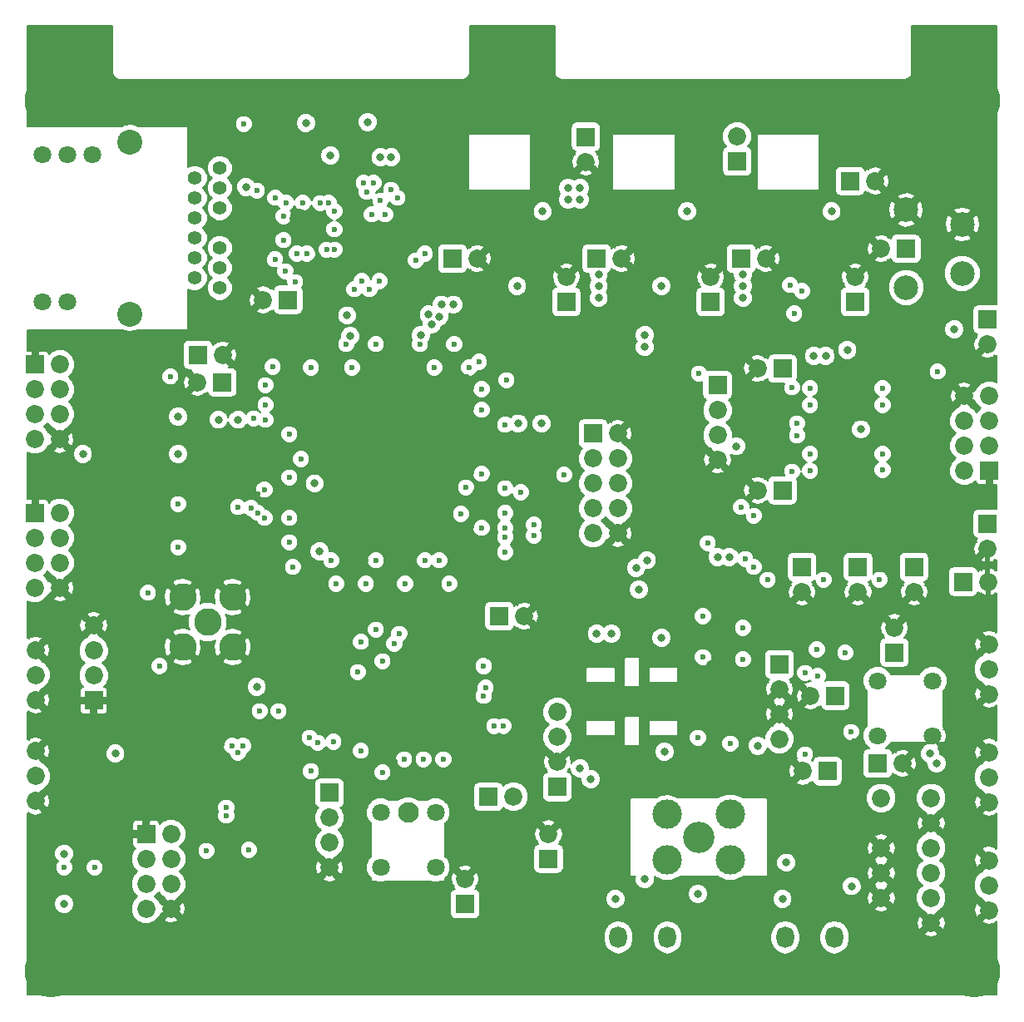
<source format=gbr>
G04 #@! TF.FileFunction,Copper,L2,Inr,Signal*
%FSLAX46Y46*%
G04 Gerber Fmt 4.6, Leading zero omitted, Abs format (unit mm)*
G04 Created by KiCad (PCBNEW 4.0.4-stable) date 11/03/16 20:40:00*
%MOMM*%
%LPD*%
G01*
G04 APERTURE LIST*
%ADD10C,0.100000*%
%ADD11C,1.700000*%
%ADD12C,0.500000*%
%ADD13C,3.000000*%
%ADD14C,2.500000*%
%ADD15C,4.000000*%
%ADD16C,2.000000*%
%ADD17R,1.850000X1.850000*%
%ADD18C,1.850000*%
%ADD19C,1.800000*%
%ADD20C,3.200000*%
%ADD21C,2.100000*%
%ADD22C,2.800000*%
%ADD23C,1.400000*%
%ADD24C,2.540000*%
%ADD25C,0.800000*%
%ADD26C,5.300000*%
%ADD27C,4.300000*%
%ADD28O,1.800000X2.200000*%
%ADD29O,1.600000X2.400000*%
%ADD30C,0.600000*%
%ADD31C,0.500000*%
%ADD32C,0.200000*%
G04 APERTURE END LIST*
D10*
D11*
X25255000Y-74220715D03*
D12*
X26755000Y-74720715D03*
X26755000Y-72720715D03*
X26755000Y-73820715D03*
X25655000Y-72720715D03*
X24755000Y-72720715D03*
X26255000Y-73220715D03*
D13*
X43500000Y-67800000D03*
D12*
X44500000Y-72800000D03*
X44500000Y-71300000D03*
X43000000Y-72800000D03*
X43000000Y-71300000D03*
X38500000Y-72800000D03*
X40000000Y-72800000D03*
X40000000Y-66800000D03*
X38500000Y-66800000D03*
X38500000Y-68300000D03*
X40000000Y-68300000D03*
X40000000Y-71300000D03*
X38500000Y-71300000D03*
X38500000Y-69800000D03*
X40000000Y-69800000D03*
X44500000Y-69800000D03*
X43000000Y-69800000D03*
X41500000Y-66800000D03*
X41500000Y-68300000D03*
X41500000Y-72800000D03*
X41500000Y-71300000D03*
X41500000Y-69800000D03*
X71395000Y-70325000D03*
X74395000Y-70325000D03*
X71395000Y-68825000D03*
D11*
X74700000Y-68950000D03*
D12*
X72895000Y-70325000D03*
X72895000Y-68825000D03*
X52500000Y-23750000D03*
D14*
X49500000Y-23750000D03*
D12*
X51500000Y-23750000D03*
X67200000Y-23750000D03*
D14*
X64200000Y-23750000D03*
D12*
X66200000Y-23750000D03*
X81900000Y-23750000D03*
D14*
X78900000Y-23750000D03*
D12*
X80900000Y-23750000D03*
X38600000Y-43800000D03*
X37100000Y-46800000D03*
X37100000Y-45300000D03*
X35600000Y-45300000D03*
X38600000Y-45300000D03*
X35600000Y-43800000D03*
X37100000Y-43800000D03*
D15*
X39200000Y-47400000D03*
D12*
X35600000Y-46800000D03*
D16*
X28316525Y-20315000D03*
D12*
X29941525Y-21940000D03*
X28691525Y-21940000D03*
X29941525Y-20690000D03*
D17*
X79500000Y-55800000D03*
D18*
X79500000Y-58340000D03*
D17*
X85200000Y-55800000D03*
D18*
X85200000Y-58340000D03*
D17*
X90900000Y-55800000D03*
D18*
X90900000Y-58340000D03*
D17*
X70900000Y-37300000D03*
D18*
X70900000Y-39840000D03*
X70900000Y-42380000D03*
X70900000Y-44920000D03*
D17*
X98400000Y-30600000D03*
D18*
X98400000Y-33140000D03*
D17*
X98570000Y-46010000D03*
D18*
X96030000Y-46010000D03*
X98570000Y-43470000D03*
X96030000Y-43470000D03*
X98570000Y-40930000D03*
X96030000Y-40930000D03*
X98570000Y-38390000D03*
X96030000Y-38390000D03*
D17*
X77500000Y-35600000D03*
D18*
X74960000Y-35600000D03*
D17*
X77500000Y-48000000D03*
D18*
X74960000Y-48000000D03*
D17*
X95900000Y-57300000D03*
D18*
X98440000Y-57300000D03*
D17*
X98400000Y-51400000D03*
D18*
X98400000Y-53940000D03*
D17*
X57500000Y-12000000D03*
D18*
X57500000Y-14540000D03*
D17*
X90100000Y-23400000D03*
D18*
X87560000Y-23400000D03*
D14*
X95800000Y-20900000D03*
X95800000Y-25900000D03*
X90100000Y-19450000D03*
X90100000Y-27350000D03*
D17*
X72900000Y-14500000D03*
D18*
X72900000Y-11960000D03*
D17*
X73300000Y-24400000D03*
D18*
X75840000Y-24400000D03*
D17*
X84900000Y-28800000D03*
D18*
X84900000Y-26260000D03*
D17*
X43900000Y-24400000D03*
D18*
X46440000Y-24400000D03*
D17*
X55500000Y-28800000D03*
D18*
X55500000Y-26260000D03*
D17*
X84400000Y-16500000D03*
D18*
X86940000Y-16500000D03*
D17*
X58600000Y-24400000D03*
D18*
X61140000Y-24400000D03*
D17*
X70200000Y-28800000D03*
D18*
X70200000Y-26260000D03*
D17*
X87200000Y-75800000D03*
D18*
X89740000Y-75800000D03*
D17*
X82100000Y-76600000D03*
D18*
X79560000Y-76600000D03*
D17*
X88900000Y-64500000D03*
D18*
X88900000Y-61960000D03*
D17*
X82900000Y-68900000D03*
D18*
X80360000Y-68900000D03*
D19*
X87206000Y-67406000D03*
X87206000Y-72994000D03*
X92794000Y-72994000D03*
X92794000Y-67406000D03*
D18*
X92640000Y-79320000D03*
X92640000Y-84400000D03*
X92640000Y-86940000D03*
X92640000Y-89480000D03*
X87560000Y-89480000D03*
X87560000Y-86940000D03*
X87560000Y-84400000D03*
X87560000Y-79320000D03*
X92640000Y-81860000D03*
X92640000Y-92020000D03*
D17*
X47600000Y-79200000D03*
D18*
X50140000Y-79200000D03*
D17*
X53700000Y-85500000D03*
D18*
X53700000Y-82960000D03*
D17*
X54600000Y-78200000D03*
D18*
X54600000Y-75660000D03*
X54600000Y-73120000D03*
X54600000Y-70580000D03*
D17*
X45200000Y-90100000D03*
D18*
X45200000Y-87560000D03*
D17*
X48700000Y-60800000D03*
D18*
X51240000Y-60800000D03*
D13*
X72200000Y-81000000D03*
X65800000Y-81000000D03*
X65800000Y-85600000D03*
X72200000Y-85600000D03*
D20*
X69000000Y-83300000D03*
D17*
X77200000Y-65700000D03*
D18*
X77200000Y-68240000D03*
X77200000Y-70780000D03*
X77200000Y-73320000D03*
D17*
X12730000Y-82990000D03*
D18*
X15270000Y-82990000D03*
X12730000Y-85530000D03*
X15270000Y-85530000D03*
X12730000Y-88070000D03*
X15270000Y-88070000D03*
X12730000Y-90610000D03*
X15270000Y-90610000D03*
D17*
X20500000Y-37000000D03*
D18*
X17960000Y-37000000D03*
D17*
X27200000Y-28600000D03*
D18*
X24660000Y-28600000D03*
D17*
X18000000Y-34200000D03*
D18*
X20540000Y-34200000D03*
D19*
X42194000Y-80806000D03*
D21*
X39400000Y-80806000D03*
D19*
X36606000Y-80806000D03*
X36606000Y-86394000D03*
X42194000Y-86394000D03*
D22*
X19000000Y-61400000D03*
X16460000Y-58860000D03*
X21540000Y-58860000D03*
X21540000Y-63940000D03*
X16460000Y-63940000D03*
D17*
X31400000Y-78800000D03*
D18*
X31400000Y-81340000D03*
X31400000Y-83880000D03*
X31400000Y-86420000D03*
D17*
X7400000Y-69400000D03*
D18*
X7400000Y-66860000D03*
X7400000Y-64320000D03*
X7400000Y-61780000D03*
D17*
X1430000Y-50290000D03*
D18*
X3970000Y-50290000D03*
X1430000Y-52830000D03*
X3970000Y-52830000D03*
X1430000Y-55370000D03*
X3970000Y-55370000D03*
X1430000Y-57910000D03*
X3970000Y-57910000D03*
D17*
X1430000Y-35190000D03*
D18*
X3970000Y-35190000D03*
X1430000Y-37730000D03*
X3970000Y-37730000D03*
X1430000Y-40270000D03*
X3970000Y-40270000D03*
X1430000Y-42810000D03*
X3970000Y-42810000D03*
D17*
X58230000Y-42220000D03*
D18*
X60770000Y-42220000D03*
X58230000Y-44760000D03*
X60770000Y-44760000D03*
X58230000Y-47300000D03*
X60770000Y-47300000D03*
X58230000Y-49840000D03*
X60770000Y-49840000D03*
X58230000Y-52380000D03*
X60770000Y-52380000D03*
D23*
X17700000Y-26380000D03*
X17700000Y-24350000D03*
X17700000Y-22320000D03*
X17700000Y-20280000D03*
X17700000Y-18250000D03*
X17700000Y-16220000D03*
X20240000Y-27400000D03*
X20240000Y-25370000D03*
X20240000Y-23340000D03*
X20240000Y-19260000D03*
X20240000Y-17230000D03*
X20240000Y-15200000D03*
D19*
X4750000Y-28820000D03*
X2210000Y-28820000D03*
X7290000Y-13780000D03*
X4750000Y-13780000D03*
X2210000Y-13780000D03*
D24*
X11100000Y-30090000D03*
X11100000Y-12510000D03*
D25*
X18200000Y-51600000D03*
X13500000Y-46100000D03*
X17300000Y-47400000D03*
X13900000Y-43200000D03*
D18*
X1500000Y-77100000D03*
X1500000Y-79640000D03*
X1500000Y-74560000D03*
X1500000Y-66800000D03*
X1500000Y-69340000D03*
X1500000Y-64260000D03*
X98500000Y-66200000D03*
X98500000Y-63660000D03*
X98500000Y-68740000D03*
X98500000Y-88200000D03*
X98500000Y-85660000D03*
X98500000Y-90740000D03*
X98500000Y-77200000D03*
X98500000Y-79740000D03*
X98500000Y-74660000D03*
D12*
X90100000Y-32400000D03*
X91300000Y-32400000D03*
D16*
X90700000Y-34600000D03*
D26*
X97000000Y-8300000D03*
X97000000Y-97000000D03*
X3000000Y-97000000D03*
X3000000Y-8300000D03*
D27*
X71800000Y-93300000D03*
D12*
X62600000Y-98000000D03*
X61600000Y-98000000D03*
X60600000Y-98000000D03*
X59600000Y-98000000D03*
X58600000Y-98000000D03*
X58600000Y-99000000D03*
X59600000Y-99000000D03*
X60600000Y-99000000D03*
X61600000Y-99000000D03*
X62600000Y-99000000D03*
X68000000Y-99000000D03*
X67000000Y-99000000D03*
X66000000Y-99000000D03*
X65000000Y-99000000D03*
X64000000Y-99000000D03*
X64000000Y-98000000D03*
X65000000Y-98000000D03*
X66000000Y-98000000D03*
X67000000Y-98000000D03*
X63300000Y-98500000D03*
X64000000Y-97000000D03*
X62600000Y-97000000D03*
X63300000Y-97500000D03*
X64000000Y-96000000D03*
X62600000Y-96000000D03*
X63300000Y-96500000D03*
X63300000Y-95500000D03*
X62600000Y-95000000D03*
X64000000Y-95000000D03*
X63300000Y-94500000D03*
X68000000Y-98000000D03*
D28*
X60800000Y-93500000D03*
X65800000Y-93500000D03*
D29*
X63300000Y-92600000D03*
D12*
X79600000Y-98000000D03*
X78600000Y-98000000D03*
X77600000Y-98000000D03*
X76600000Y-98000000D03*
X75600000Y-98000000D03*
X75600000Y-99000000D03*
X76600000Y-99000000D03*
X77600000Y-99000000D03*
X78600000Y-99000000D03*
X79600000Y-99000000D03*
X85000000Y-99000000D03*
X84000000Y-99000000D03*
X83000000Y-99000000D03*
X82000000Y-99000000D03*
X81000000Y-99000000D03*
X81000000Y-98000000D03*
X82000000Y-98000000D03*
X83000000Y-98000000D03*
X84000000Y-98000000D03*
X80300000Y-98500000D03*
X81000000Y-97000000D03*
X79600000Y-97000000D03*
X80300000Y-97500000D03*
X81000000Y-96000000D03*
X79600000Y-96000000D03*
X80300000Y-96500000D03*
X80300000Y-95500000D03*
X79600000Y-95000000D03*
X81000000Y-95000000D03*
X80300000Y-94500000D03*
X85000000Y-98000000D03*
D28*
X77800000Y-93500000D03*
X82800000Y-93500000D03*
D29*
X80300000Y-92600000D03*
D30*
X23400000Y-49800000D03*
D25*
X4400000Y-85000000D03*
D30*
X24100000Y-50300000D03*
X22100000Y-49700000D03*
D25*
X41800000Y-31100000D03*
X42600000Y-30300000D03*
X41500000Y-30100000D03*
X44000000Y-29100000D03*
X42800000Y-29100000D03*
X37700000Y-14100000D03*
X36600000Y-14100000D03*
D30*
X45600000Y-35500000D03*
X27300000Y-50800000D03*
X24900000Y-39300000D03*
X46900000Y-51800000D03*
X42600000Y-55100000D03*
X41100000Y-55100000D03*
X46900000Y-39800000D03*
X46900000Y-37700000D03*
X27300000Y-42300000D03*
X42100000Y-35500000D03*
X33700000Y-35500000D03*
X29500000Y-35500000D03*
X31600000Y-55100000D03*
X36100000Y-55100000D03*
X29100000Y-23900000D03*
X31100000Y-23500000D03*
X31900000Y-23500000D03*
X31900000Y-21400000D03*
X26900000Y-25700000D03*
X31300000Y-18700000D03*
X22700000Y-10700000D03*
X27900000Y-26800000D03*
X24800000Y-50800000D03*
D25*
X4400000Y-90100000D03*
D30*
X24800000Y-47900000D03*
D25*
X72100000Y-54800000D03*
X93200000Y-75800000D03*
X70900000Y-54800000D03*
D30*
X81100000Y-66900000D03*
D25*
X62600000Y-55900000D03*
X63700000Y-55100000D03*
X62900000Y-58100000D03*
X72800000Y-43500000D03*
X80700000Y-34300000D03*
X81900000Y-34300000D03*
X63500000Y-33400000D03*
X63500000Y-32200000D03*
X85500000Y-41800000D03*
X58800000Y-26000000D03*
X58800000Y-27200000D03*
X58800000Y-28400000D03*
D30*
X79800000Y-74900000D03*
D25*
X56900000Y-18400000D03*
X56900000Y-17200000D03*
X55700000Y-17200000D03*
X55700000Y-18400000D03*
X30400000Y-54200000D03*
X29900000Y-47300000D03*
X22100000Y-40800000D03*
X20100000Y-40800000D03*
D30*
X14100000Y-65900000D03*
X12900000Y-58400000D03*
D25*
X50600000Y-41200000D03*
X53000000Y-41200000D03*
D30*
X52200000Y-51500000D03*
X52200000Y-52600000D03*
X46900000Y-46300000D03*
X49300000Y-41300000D03*
X27300000Y-46700000D03*
X32100000Y-57500000D03*
X35100000Y-57500000D03*
X39100000Y-57500000D03*
X43600000Y-57500000D03*
D25*
X58300000Y-87400000D03*
D30*
X28300000Y-14800000D03*
X23800000Y-12200000D03*
X25200000Y-12100000D03*
X22700000Y-12300000D03*
D25*
X4900000Y-75000000D03*
X4900000Y-79200000D03*
X4900000Y-81600000D03*
X4900000Y-72600000D03*
X4900000Y-71300000D03*
X4900000Y-68900000D03*
X4900000Y-64700000D03*
X4900000Y-62300000D03*
X95200000Y-92700000D03*
X95200000Y-90300000D03*
X95200000Y-86100000D03*
X95200000Y-83700000D03*
X95200000Y-81700000D03*
X95200000Y-79300000D03*
X95200000Y-75100000D03*
X95200000Y-72700000D03*
X95200000Y-70700000D03*
X95200000Y-68300000D03*
X95200000Y-61700000D03*
X95200000Y-64200000D03*
X37500000Y-11800000D03*
D30*
X94400000Y-48700000D03*
X91700000Y-43000000D03*
D25*
X96000000Y-50700000D03*
X92800000Y-50700000D03*
D30*
X83000000Y-62300000D03*
X60800000Y-59400000D03*
X61800000Y-75800000D03*
X60800000Y-73600000D03*
X71600000Y-62500000D03*
D25*
X70300000Y-57200000D03*
X68100000Y-60800000D03*
X61500000Y-60400000D03*
D30*
X60800000Y-65400000D03*
X61100000Y-63500000D03*
D25*
X55700000Y-61200000D03*
D30*
X55700000Y-63200000D03*
X55700000Y-59600000D03*
D25*
X95000000Y-33200000D03*
D30*
X75800000Y-45800000D03*
X75800000Y-44200000D03*
X75800000Y-41000000D03*
X75800000Y-39400000D03*
X75800000Y-37800000D03*
D25*
X75300000Y-42600000D03*
D30*
X83900000Y-34900000D03*
X84800000Y-45500000D03*
X83200000Y-45500000D03*
X84800000Y-38100000D03*
X83200000Y-38100000D03*
D25*
X82500000Y-41800000D03*
D30*
X77600000Y-83200000D03*
D25*
X70200000Y-65700000D03*
D30*
X70100000Y-66900000D03*
X70000000Y-19600000D03*
D25*
X70600000Y-16300000D03*
D30*
X83000000Y-28600000D03*
X84400000Y-24800000D03*
D25*
X76600000Y-19100000D03*
X77500000Y-19800000D03*
X77500000Y-18400000D03*
X76600000Y-22200000D03*
X76600000Y-20500000D03*
X85600000Y-11300000D03*
X43000000Y-14000000D03*
X85800000Y-93400000D03*
X74800000Y-93400000D03*
X74100000Y-91300000D03*
X68800000Y-93400000D03*
X57100000Y-91400000D03*
X57800000Y-93400000D03*
X53800000Y-91500000D03*
X47600000Y-85000000D03*
D30*
X60100000Y-64500000D03*
X60100000Y-74400000D03*
X64000000Y-76200000D03*
X71900000Y-78500000D03*
X71200000Y-76100000D03*
X84900000Y-65600000D03*
X84800000Y-73500000D03*
X49900000Y-74300000D03*
X55700000Y-67000000D03*
X52200000Y-65100000D03*
X49300000Y-43900000D03*
D25*
X34300000Y-90000000D03*
X35300000Y-88300000D03*
D30*
X69700000Y-24800000D03*
X68400000Y-28600000D03*
D25*
X62800000Y-18400000D03*
X48200000Y-20800000D03*
X46100000Y-21200000D03*
X48200000Y-19600000D03*
X48200000Y-18400000D03*
D30*
X55000000Y-24800000D03*
X53700000Y-28600000D03*
X42100000Y-78900000D03*
X43700000Y-78900000D03*
X44400000Y-78200000D03*
X42800000Y-78300000D03*
X24000000Y-34300000D03*
X18500000Y-12200000D03*
X21000000Y-12200000D03*
X21000000Y-30400000D03*
X18500000Y-30400000D03*
X32900000Y-11600000D03*
X29600000Y-11600000D03*
X43300000Y-41300000D03*
D25*
X41900000Y-41900000D03*
X41900000Y-38700000D03*
D30*
X31300000Y-41300000D03*
X39300000Y-52500000D03*
X36100000Y-51200000D03*
X53300000Y-34600000D03*
X54200000Y-35100000D03*
X60800000Y-34000000D03*
X57600000Y-33400000D03*
X59400000Y-33700000D03*
X29200000Y-16000000D03*
X26100000Y-16300000D03*
X50800000Y-33500000D03*
X32700000Y-16300000D03*
X17100000Y-72500000D03*
X17100000Y-69300000D03*
X18500000Y-78500000D03*
X19300000Y-80300000D03*
X19300000Y-81500000D03*
X18900000Y-85900000D03*
X25800000Y-85400000D03*
X27700000Y-85400000D03*
X28300000Y-81700000D03*
X29100000Y-78600000D03*
X49700000Y-64700000D03*
X49700000Y-66200000D03*
X50100000Y-69000000D03*
X52200000Y-66800000D03*
X27400000Y-54700000D03*
X45300000Y-49000000D03*
X27300000Y-40800000D03*
X28800000Y-43700000D03*
X27300000Y-35600000D03*
X24100000Y-48400000D03*
X24800000Y-46800000D03*
X40000000Y-28300000D03*
X34500000Y-22400000D03*
X33800000Y-21800000D03*
X28900000Y-26700000D03*
X32700000Y-25600000D03*
X8700000Y-43100000D03*
X8700000Y-33500000D03*
X8600000Y-58200000D03*
X8600000Y-48600000D03*
X8600000Y-53900000D03*
X8600000Y-52900000D03*
X35700000Y-73300000D03*
X38100000Y-75600000D03*
X45900000Y-62800000D03*
X27900000Y-79100000D03*
X24600000Y-83500000D03*
X19400000Y-73700000D03*
X22700000Y-69000000D03*
X45800000Y-33100000D03*
X47200000Y-55400000D03*
X55400000Y-49900000D03*
X54700000Y-51700000D03*
X27300000Y-48800000D03*
X27300000Y-47800000D03*
X46900000Y-43800000D03*
X25300000Y-56800000D03*
X33400000Y-53900000D03*
X34500000Y-53900000D03*
X46900000Y-53000000D03*
X45500000Y-53100000D03*
X46900000Y-53800000D03*
X44100000Y-53700000D03*
X38900000Y-54000000D03*
X44100000Y-55100000D03*
X39100000Y-55100000D03*
X46900000Y-44900000D03*
X46200000Y-41700000D03*
X46900000Y-41300000D03*
X45400000Y-36400000D03*
X48200000Y-35200000D03*
X46900000Y-36400000D03*
X27300000Y-39300000D03*
X39900000Y-36600000D03*
X40100000Y-35500000D03*
X35900000Y-36600000D03*
X35600000Y-35500000D03*
X32600000Y-35500000D03*
X29400000Y-36800000D03*
X25600000Y-54700000D03*
X33100000Y-55100000D03*
X35100000Y-55100000D03*
X43600000Y-35500000D03*
X27300000Y-36800000D03*
X24400000Y-25600000D03*
X23700000Y-22900000D03*
X23900000Y-19700000D03*
X24500000Y-16300000D03*
X8700000Y-38800000D03*
X8700000Y-37800000D03*
X37400000Y-77900000D03*
D25*
X60800000Y-21200000D03*
X62800000Y-20800000D03*
X62800000Y-19600000D03*
X35300000Y-10500000D03*
D30*
X27000000Y-18700000D03*
X25900000Y-18200000D03*
X25850000Y-24450000D03*
X41100000Y-23900000D03*
D25*
X40700000Y-32200000D03*
X33200000Y-30200000D03*
X33500000Y-32300000D03*
D30*
X44100000Y-33100000D03*
X28100000Y-23900000D03*
X30450000Y-18750000D03*
X31900000Y-19600000D03*
X40600000Y-33100000D03*
X36100000Y-33100000D03*
X33100000Y-33100000D03*
X28700000Y-18700000D03*
D25*
X31500000Y-13900000D03*
X22900000Y-17100000D03*
X29000000Y-10600000D03*
D30*
X26700000Y-20100000D03*
X26700000Y-22500000D03*
X33900000Y-27500000D03*
X34700000Y-26700000D03*
X35500000Y-27500000D03*
X36500000Y-26700000D03*
X35700000Y-19900000D03*
X37100000Y-19900000D03*
X35200000Y-17600000D03*
X37700000Y-17400000D03*
X34900000Y-16700000D03*
X35900000Y-16700000D03*
X40200000Y-24600000D03*
X24000000Y-17500000D03*
X49300000Y-54300000D03*
X49300000Y-52800000D03*
X49300000Y-51800000D03*
X49300000Y-50300000D03*
X44800000Y-50400000D03*
X50900000Y-48200000D03*
X49300000Y-47800000D03*
X45300000Y-47700000D03*
X55300000Y-46400000D03*
X49400000Y-36800000D03*
X46600000Y-34900000D03*
X25600000Y-35400000D03*
X24900000Y-37300000D03*
X28500000Y-44800000D03*
X27300000Y-53300000D03*
X27700000Y-55800000D03*
X36600000Y-18500000D03*
X38300000Y-18200000D03*
X38000000Y-63600000D03*
X34600000Y-63400000D03*
X38500000Y-62600000D03*
X36100000Y-62200000D03*
X16000000Y-49400000D03*
X15200000Y-36400000D03*
X16000000Y-53800000D03*
D25*
X16000000Y-44300000D03*
D30*
X23700000Y-40700000D03*
D25*
X16000000Y-40500000D03*
D30*
X24900000Y-40800000D03*
D25*
X6300000Y-44300000D03*
D30*
X20900000Y-80300000D03*
X20900000Y-81100000D03*
X24300000Y-70500000D03*
X21500000Y-74000000D03*
X22100000Y-74700000D03*
X29500000Y-76600000D03*
X29400000Y-73200000D03*
X26200000Y-70500000D03*
X22600000Y-74000000D03*
X18900000Y-84700000D03*
X23200000Y-84600000D03*
D25*
X24000000Y-68000000D03*
D30*
X78300000Y-27100000D03*
D25*
X82500000Y-19600000D03*
X65200000Y-27200000D03*
X67800000Y-19600000D03*
X53100000Y-19600000D03*
X50500000Y-27200000D03*
D30*
X39000000Y-75400000D03*
X41000000Y-75400000D03*
X43000000Y-75400000D03*
X47100000Y-68900000D03*
X36800000Y-65400000D03*
X47100000Y-65900000D03*
X47300000Y-68100000D03*
X34300000Y-66500000D03*
X34600000Y-74500000D03*
X36800000Y-76700000D03*
X48200000Y-72000000D03*
X49100000Y-72000000D03*
D25*
X9600000Y-74800000D03*
D30*
X4400000Y-86400000D03*
X7500000Y-86400000D03*
X69400000Y-65000000D03*
X68900000Y-73200000D03*
X72200000Y-73800000D03*
X73500000Y-65200000D03*
D25*
X58000000Y-77400000D03*
X60100000Y-62600000D03*
X77900000Y-85900000D03*
X60500000Y-89600000D03*
X68900000Y-89100000D03*
X63500000Y-87600000D03*
X56900000Y-76300000D03*
X58600000Y-62600000D03*
X77500000Y-89600000D03*
X84550000Y-88300000D03*
X92500000Y-74800000D03*
D30*
X31800000Y-73600000D03*
X30200000Y-73700000D03*
X83900000Y-64500000D03*
X84500000Y-72600000D03*
X79800000Y-66600000D03*
X81000000Y-64200000D03*
D25*
X65500000Y-74600000D03*
X65200000Y-63000000D03*
X95000000Y-31600000D03*
X73500000Y-26000000D03*
X73500000Y-27200000D03*
X73500000Y-28400000D03*
X84100000Y-33700000D03*
X75000000Y-74000000D03*
D30*
X69900000Y-53400000D03*
X73500000Y-62000000D03*
X69400000Y-60800000D03*
X69000000Y-36100000D03*
X73300000Y-49700000D03*
X73700000Y-55000000D03*
X74600000Y-55800000D03*
X74600000Y-50600000D03*
X76000000Y-57100000D03*
X81700000Y-57100000D03*
X87400000Y-57100000D03*
X78500000Y-46100000D03*
X79000000Y-42400000D03*
X79000000Y-41200000D03*
X78500000Y-37500000D03*
X80300000Y-46000000D03*
X80300000Y-44300000D03*
X80300000Y-37600000D03*
X80300000Y-39300000D03*
X87700000Y-37600000D03*
X87700000Y-39300000D03*
X87700000Y-45900000D03*
X87700000Y-44300000D03*
X93300000Y-35900000D03*
X78700000Y-30000000D03*
X79500000Y-27700000D03*
D31*
X98440000Y-57300000D02*
X98440000Y-59460000D01*
X98440000Y-59460000D02*
X98300000Y-59600000D01*
X98400000Y-53940000D02*
X98400000Y-57260000D01*
X98400000Y-57260000D02*
X98440000Y-57300000D01*
D32*
X24100000Y-48400000D02*
X23600000Y-48400000D01*
G36*
X9325000Y-5500000D02*
X9376381Y-5758311D01*
X9522703Y-5977297D01*
X9741689Y-6123619D01*
X10000000Y-6175000D01*
X45000000Y-6175000D01*
X45258311Y-6123619D01*
X45477297Y-5977297D01*
X45623619Y-5758311D01*
X45675000Y-5500000D01*
X45675000Y-675000D01*
X54325000Y-675000D01*
X54325000Y-5500000D01*
X54376381Y-5758311D01*
X54522703Y-5977297D01*
X54741689Y-6123619D01*
X55000000Y-6175000D01*
X90000000Y-6175000D01*
X90258311Y-6123619D01*
X90477297Y-5977297D01*
X90623619Y-5758311D01*
X90675000Y-5500000D01*
X90675000Y-675000D01*
X99325000Y-675000D01*
X99325000Y-29063246D01*
X97475000Y-29063246D01*
X97252654Y-29105083D01*
X97048442Y-29236490D01*
X96911444Y-29436993D01*
X96863246Y-29675000D01*
X96863246Y-31525000D01*
X96905083Y-31747346D01*
X97036490Y-31951558D01*
X97236993Y-32088556D01*
X97372116Y-32115919D01*
X97161884Y-32326151D01*
X97273163Y-32437430D01*
X97073560Y-32547106D01*
X96947639Y-33099844D01*
X97042826Y-33658695D01*
X97073560Y-33732894D01*
X97273165Y-33842571D01*
X97975736Y-33140000D01*
X97961594Y-33125858D01*
X98385858Y-32701594D01*
X98400000Y-32715736D01*
X98414143Y-32701594D01*
X98838407Y-33125858D01*
X98824264Y-33140000D01*
X98838407Y-33154143D01*
X98414143Y-33578407D01*
X98400000Y-33564264D01*
X97697429Y-34266835D01*
X97807106Y-34466440D01*
X98359844Y-34592361D01*
X98918695Y-34497174D01*
X98992894Y-34466440D01*
X99102570Y-34266837D01*
X99213849Y-34378116D01*
X99325000Y-34266965D01*
X99325000Y-37052257D01*
X98874672Y-36865265D01*
X98267989Y-36864735D01*
X97707285Y-37096414D01*
X97277921Y-37525029D01*
X97200520Y-37711432D01*
X97156835Y-37687429D01*
X96454264Y-38390000D01*
X97156835Y-39092571D01*
X97200361Y-39068654D01*
X97276414Y-39252715D01*
X97683323Y-39660335D01*
X97299665Y-40043323D01*
X96894971Y-39637921D01*
X96708568Y-39560520D01*
X96732571Y-39516835D01*
X96030000Y-38814264D01*
X95327429Y-39516835D01*
X95351346Y-39560361D01*
X95167285Y-39636414D01*
X94737921Y-40065029D01*
X94505265Y-40625328D01*
X94504735Y-41232011D01*
X94736414Y-41792715D01*
X95143323Y-42200335D01*
X94737921Y-42605029D01*
X94505265Y-43165328D01*
X94504735Y-43772011D01*
X94736414Y-44332715D01*
X95143323Y-44740335D01*
X94737921Y-45145029D01*
X94505265Y-45705328D01*
X94504735Y-46312011D01*
X94736414Y-46872715D01*
X95165029Y-47302079D01*
X95725328Y-47534735D01*
X96332011Y-47535265D01*
X96892715Y-47303586D01*
X97150065Y-47046685D01*
X97221120Y-47218227D01*
X97361773Y-47358879D01*
X97545544Y-47435000D01*
X98145000Y-47435000D01*
X98270000Y-47310000D01*
X98270000Y-46310000D01*
X98250000Y-46310000D01*
X98250000Y-45710000D01*
X98270000Y-45710000D01*
X98270000Y-45690000D01*
X98870000Y-45690000D01*
X98870000Y-45710000D01*
X98890000Y-45710000D01*
X98890000Y-46310000D01*
X98870000Y-46310000D01*
X98870000Y-47310000D01*
X98995000Y-47435000D01*
X99325000Y-47435000D01*
X99325000Y-49863246D01*
X97475000Y-49863246D01*
X97252654Y-49905083D01*
X97048442Y-50036490D01*
X96911444Y-50236993D01*
X96863246Y-50475000D01*
X96863246Y-52325000D01*
X96905083Y-52547346D01*
X97036490Y-52751558D01*
X97236993Y-52888556D01*
X97372116Y-52915919D01*
X97161884Y-53126151D01*
X97273163Y-53237430D01*
X97073560Y-53347106D01*
X96947639Y-53899844D01*
X97042826Y-54458695D01*
X97073560Y-54532894D01*
X97273165Y-54642571D01*
X97975736Y-53940000D01*
X97961594Y-53925858D01*
X98385858Y-53501594D01*
X98400000Y-53515736D01*
X98414143Y-53501594D01*
X98838407Y-53925858D01*
X98824264Y-53940000D01*
X98838407Y-53954143D01*
X98414143Y-54378407D01*
X98400000Y-54364264D01*
X97697429Y-55066835D01*
X97807106Y-55266440D01*
X98359844Y-55392361D01*
X98918695Y-55297174D01*
X98992894Y-55266440D01*
X99102570Y-55066837D01*
X99213849Y-55178116D01*
X99325000Y-55066965D01*
X99325000Y-56133035D01*
X99253849Y-56061884D01*
X99142570Y-56173163D01*
X99032894Y-55973560D01*
X98480156Y-55847639D01*
X97921305Y-55942826D01*
X97847106Y-55973560D01*
X97737430Y-56173163D01*
X97626151Y-56061884D01*
X97417161Y-56270874D01*
X97394917Y-56152654D01*
X97263510Y-55948442D01*
X97063007Y-55811444D01*
X96825000Y-55763246D01*
X94975000Y-55763246D01*
X94752654Y-55805083D01*
X94548442Y-55936490D01*
X94411444Y-56136993D01*
X94363246Y-56375000D01*
X94363246Y-58225000D01*
X94405083Y-58447346D01*
X94536490Y-58651558D01*
X94736993Y-58788556D01*
X94975000Y-58836754D01*
X96825000Y-58836754D01*
X97047346Y-58794917D01*
X97251558Y-58663510D01*
X97388556Y-58463007D01*
X97415919Y-58327884D01*
X97626151Y-58538116D01*
X97737430Y-58426837D01*
X97847106Y-58626440D01*
X98399844Y-58752361D01*
X98958695Y-58657174D01*
X99032894Y-58626440D01*
X99142570Y-58426837D01*
X99253849Y-58538116D01*
X99325000Y-58466965D01*
X99325000Y-62433035D01*
X99313849Y-62421884D01*
X99202570Y-62533163D01*
X99092894Y-62333560D01*
X98540156Y-62207639D01*
X97981305Y-62302826D01*
X97907106Y-62333560D01*
X97797429Y-62533165D01*
X98500000Y-63235736D01*
X98514143Y-63221594D01*
X98938407Y-63645858D01*
X98924264Y-63660000D01*
X98938407Y-63674143D01*
X98514143Y-64098407D01*
X98500000Y-64084264D01*
X97797429Y-64786835D01*
X97821346Y-64830361D01*
X97637285Y-64906414D01*
X97207921Y-65335029D01*
X96975265Y-65895328D01*
X96974735Y-66502011D01*
X97206414Y-67062715D01*
X97635029Y-67492079D01*
X97821432Y-67569480D01*
X97797429Y-67613165D01*
X98500000Y-68315736D01*
X98514143Y-68301594D01*
X98938407Y-68725858D01*
X98924264Y-68740000D01*
X98938407Y-68754143D01*
X98514143Y-69178407D01*
X98500000Y-69164264D01*
X97797429Y-69866835D01*
X97907106Y-70066440D01*
X98459844Y-70192361D01*
X99018695Y-70097174D01*
X99092894Y-70066440D01*
X99202570Y-69866837D01*
X99313849Y-69978116D01*
X99325000Y-69966965D01*
X99325000Y-73433035D01*
X99313849Y-73421884D01*
X99202570Y-73533163D01*
X99092894Y-73333560D01*
X98540156Y-73207639D01*
X97981305Y-73302826D01*
X97907106Y-73333560D01*
X97797429Y-73533165D01*
X98500000Y-74235736D01*
X98514143Y-74221594D01*
X98938407Y-74645858D01*
X98924264Y-74660000D01*
X98938407Y-74674143D01*
X98514143Y-75098407D01*
X98500000Y-75084264D01*
X97797429Y-75786835D01*
X97821346Y-75830361D01*
X97637285Y-75906414D01*
X97207921Y-76335029D01*
X96975265Y-76895328D01*
X96974735Y-77502011D01*
X97206414Y-78062715D01*
X97635029Y-78492079D01*
X97821432Y-78569480D01*
X97797429Y-78613165D01*
X98500000Y-79315736D01*
X98514143Y-79301594D01*
X98938407Y-79725858D01*
X98924264Y-79740000D01*
X98938407Y-79754143D01*
X98514143Y-80178407D01*
X98500000Y-80164264D01*
X97797429Y-80866835D01*
X97907106Y-81066440D01*
X98459844Y-81192361D01*
X99018695Y-81097174D01*
X99092894Y-81066440D01*
X99202570Y-80866837D01*
X99313849Y-80978116D01*
X99325000Y-80966965D01*
X99325000Y-84433035D01*
X99313849Y-84421884D01*
X99202570Y-84533163D01*
X99092894Y-84333560D01*
X98540156Y-84207639D01*
X97981305Y-84302826D01*
X97907106Y-84333560D01*
X97797429Y-84533165D01*
X98500000Y-85235736D01*
X98514143Y-85221594D01*
X98938407Y-85645858D01*
X98924264Y-85660000D01*
X98938407Y-85674143D01*
X98514143Y-86098407D01*
X98500000Y-86084264D01*
X97797429Y-86786835D01*
X97821346Y-86830361D01*
X97637285Y-86906414D01*
X97207921Y-87335029D01*
X96975265Y-87895328D01*
X96974735Y-88502011D01*
X97206414Y-89062715D01*
X97635029Y-89492079D01*
X97821432Y-89569480D01*
X97797429Y-89613165D01*
X98500000Y-90315736D01*
X98514143Y-90301594D01*
X98938407Y-90725858D01*
X98924264Y-90740000D01*
X98938407Y-90754143D01*
X98514143Y-91178407D01*
X98500000Y-91164264D01*
X97797429Y-91866835D01*
X97907106Y-92066440D01*
X98459844Y-92192361D01*
X99018695Y-92097174D01*
X99092894Y-92066440D01*
X99202570Y-91866837D01*
X99313849Y-91978116D01*
X99325000Y-91966965D01*
X99325000Y-99325000D01*
X675000Y-99325000D01*
X675000Y-93266695D01*
X59300000Y-93266695D01*
X59300000Y-93733305D01*
X59414181Y-94307330D01*
X59739340Y-94793965D01*
X60225975Y-95119124D01*
X60800000Y-95233305D01*
X61374025Y-95119124D01*
X61860660Y-94793965D01*
X62185819Y-94307330D01*
X62300000Y-93733305D01*
X62300000Y-93266695D01*
X64300000Y-93266695D01*
X64300000Y-93733305D01*
X64414181Y-94307330D01*
X64739340Y-94793965D01*
X65225975Y-95119124D01*
X65800000Y-95233305D01*
X66374025Y-95119124D01*
X66860660Y-94793965D01*
X67185819Y-94307330D01*
X67300000Y-93733305D01*
X67300000Y-93266695D01*
X76300000Y-93266695D01*
X76300000Y-93733305D01*
X76414181Y-94307330D01*
X76739340Y-94793965D01*
X77225975Y-95119124D01*
X77800000Y-95233305D01*
X78374025Y-95119124D01*
X78860660Y-94793965D01*
X79185819Y-94307330D01*
X79300000Y-93733305D01*
X79300000Y-93266695D01*
X81300000Y-93266695D01*
X81300000Y-93733305D01*
X81414181Y-94307330D01*
X81739340Y-94793965D01*
X82225975Y-95119124D01*
X82800000Y-95233305D01*
X83374025Y-95119124D01*
X83860660Y-94793965D01*
X84185819Y-94307330D01*
X84300000Y-93733305D01*
X84300000Y-93266695D01*
X84276159Y-93146835D01*
X91937429Y-93146835D01*
X92047106Y-93346440D01*
X92599844Y-93472361D01*
X93158695Y-93377174D01*
X93232894Y-93346440D01*
X93342571Y-93146835D01*
X92640000Y-92444264D01*
X91937429Y-93146835D01*
X84276159Y-93146835D01*
X84185819Y-92692670D01*
X83860660Y-92206035D01*
X83522142Y-91979844D01*
X91187639Y-91979844D01*
X91282826Y-92538695D01*
X91313560Y-92612894D01*
X91513165Y-92722571D01*
X92215736Y-92020000D01*
X93064264Y-92020000D01*
X93766835Y-92722571D01*
X93966440Y-92612894D01*
X94092361Y-92060156D01*
X93997174Y-91501305D01*
X93966440Y-91427106D01*
X93766835Y-91317429D01*
X93064264Y-92020000D01*
X92215736Y-92020000D01*
X91513165Y-91317429D01*
X91313560Y-91427106D01*
X91187639Y-91979844D01*
X83522142Y-91979844D01*
X83374025Y-91880876D01*
X82800000Y-91766695D01*
X82225975Y-91880876D01*
X81739340Y-92206035D01*
X81414181Y-92692670D01*
X81300000Y-93266695D01*
X79300000Y-93266695D01*
X79185819Y-92692670D01*
X78860660Y-92206035D01*
X78374025Y-91880876D01*
X77800000Y-91766695D01*
X77225975Y-91880876D01*
X76739340Y-92206035D01*
X76414181Y-92692670D01*
X76300000Y-93266695D01*
X67300000Y-93266695D01*
X67185819Y-92692670D01*
X66860660Y-92206035D01*
X66374025Y-91880876D01*
X65800000Y-91766695D01*
X65225975Y-91880876D01*
X64739340Y-92206035D01*
X64414181Y-92692670D01*
X64300000Y-93266695D01*
X62300000Y-93266695D01*
X62185819Y-92692670D01*
X61860660Y-92206035D01*
X61374025Y-91880876D01*
X60800000Y-91766695D01*
X60225975Y-91880876D01*
X59739340Y-92206035D01*
X59414181Y-92692670D01*
X59300000Y-93266695D01*
X675000Y-93266695D01*
X675000Y-90298040D01*
X3399827Y-90298040D01*
X3551747Y-90665714D01*
X3832806Y-90947264D01*
X4200215Y-91099826D01*
X4598040Y-91100173D01*
X4965714Y-90948253D01*
X5247264Y-90667194D01*
X5399826Y-90299785D01*
X5400173Y-89901960D01*
X5248253Y-89534286D01*
X4967194Y-89252736D01*
X4599785Y-89100174D01*
X4201960Y-89099827D01*
X3834286Y-89251747D01*
X3552736Y-89532806D01*
X3400174Y-89900215D01*
X3399827Y-90298040D01*
X675000Y-90298040D01*
X675000Y-85198040D01*
X3399827Y-85198040D01*
X3551747Y-85565714D01*
X3756435Y-85770760D01*
X3637462Y-85889525D01*
X3500157Y-86220194D01*
X3499844Y-86578236D01*
X3636572Y-86909143D01*
X3889525Y-87162538D01*
X4220194Y-87299843D01*
X4578236Y-87300156D01*
X4909143Y-87163428D01*
X5162538Y-86910475D01*
X5299843Y-86579806D01*
X5299844Y-86578236D01*
X6599844Y-86578236D01*
X6736572Y-86909143D01*
X6989525Y-87162538D01*
X7320194Y-87299843D01*
X7678236Y-87300156D01*
X8009143Y-87163428D01*
X8262538Y-86910475D01*
X8399843Y-86579806D01*
X8400156Y-86221764D01*
X8263428Y-85890857D01*
X8204685Y-85832011D01*
X11204735Y-85832011D01*
X11436414Y-86392715D01*
X11843323Y-86800335D01*
X11437921Y-87205029D01*
X11205265Y-87765328D01*
X11204735Y-88372011D01*
X11436414Y-88932715D01*
X11843323Y-89340335D01*
X11437921Y-89745029D01*
X11205265Y-90305328D01*
X11204735Y-90912011D01*
X11436414Y-91472715D01*
X11865029Y-91902079D01*
X12425328Y-92134735D01*
X13032011Y-92135265D01*
X13592715Y-91903586D01*
X13759757Y-91736835D01*
X14567429Y-91736835D01*
X14677106Y-91936440D01*
X15229844Y-92062361D01*
X15788695Y-91967174D01*
X15862894Y-91936440D01*
X15972571Y-91736835D01*
X15270000Y-91034264D01*
X14567429Y-91736835D01*
X13759757Y-91736835D01*
X14022079Y-91474971D01*
X14099480Y-91288568D01*
X14143165Y-91312571D01*
X14845736Y-90610000D01*
X15694264Y-90610000D01*
X16396835Y-91312571D01*
X16596440Y-91202894D01*
X16722361Y-90650156D01*
X16627174Y-90091305D01*
X16596440Y-90017106D01*
X16396835Y-89907429D01*
X15694264Y-90610000D01*
X14845736Y-90610000D01*
X14143165Y-89907429D01*
X14099639Y-89931346D01*
X14023586Y-89747285D01*
X13616677Y-89339665D01*
X14000335Y-88956677D01*
X14405029Y-89362079D01*
X14591432Y-89439480D01*
X14567429Y-89483165D01*
X15270000Y-90185736D01*
X15972571Y-89483165D01*
X15948654Y-89439639D01*
X16132715Y-89363586D01*
X16321630Y-89175000D01*
X43663246Y-89175000D01*
X43663246Y-91025000D01*
X43705083Y-91247346D01*
X43836490Y-91451558D01*
X44036993Y-91588556D01*
X44275000Y-91636754D01*
X46125000Y-91636754D01*
X46347346Y-91594917D01*
X46551558Y-91463510D01*
X46688556Y-91263007D01*
X46736754Y-91025000D01*
X46736754Y-90606835D01*
X86857429Y-90606835D01*
X86967106Y-90806440D01*
X87519844Y-90932361D01*
X88078695Y-90837174D01*
X88152894Y-90806440D01*
X88262571Y-90606835D01*
X87560000Y-89904264D01*
X86857429Y-90606835D01*
X46736754Y-90606835D01*
X46736754Y-89798040D01*
X59499827Y-89798040D01*
X59651747Y-90165714D01*
X59932806Y-90447264D01*
X60300215Y-90599826D01*
X60698040Y-90600173D01*
X61065714Y-90448253D01*
X61347264Y-90167194D01*
X61499826Y-89799785D01*
X61500173Y-89401960D01*
X61457235Y-89298040D01*
X67899827Y-89298040D01*
X68051747Y-89665714D01*
X68332806Y-89947264D01*
X68700215Y-90099826D01*
X69098040Y-90100173D01*
X69465714Y-89948253D01*
X69616189Y-89798040D01*
X76499827Y-89798040D01*
X76651747Y-90165714D01*
X76932806Y-90447264D01*
X77300215Y-90599826D01*
X77698040Y-90600173D01*
X78065714Y-90448253D01*
X78347264Y-90167194D01*
X78499826Y-89799785D01*
X78500139Y-89439844D01*
X86107639Y-89439844D01*
X86202826Y-89998695D01*
X86233560Y-90072894D01*
X86433165Y-90182571D01*
X87135736Y-89480000D01*
X87984264Y-89480000D01*
X88686835Y-90182571D01*
X88886440Y-90072894D01*
X89012361Y-89520156D01*
X88917174Y-88961305D01*
X88886440Y-88887106D01*
X88686835Y-88777429D01*
X87984264Y-89480000D01*
X87135736Y-89480000D01*
X86433165Y-88777429D01*
X86233560Y-88887106D01*
X86107639Y-89439844D01*
X78500139Y-89439844D01*
X78500173Y-89401960D01*
X78348253Y-89034286D01*
X78067194Y-88752736D01*
X77699785Y-88600174D01*
X77301960Y-88599827D01*
X76934286Y-88751747D01*
X76652736Y-89032806D01*
X76500174Y-89400215D01*
X76499827Y-89798040D01*
X69616189Y-89798040D01*
X69747264Y-89667194D01*
X69899826Y-89299785D01*
X69900173Y-88901960D01*
X69748253Y-88534286D01*
X69712071Y-88498040D01*
X83549827Y-88498040D01*
X83701747Y-88865714D01*
X83982806Y-89147264D01*
X84350215Y-89299826D01*
X84748040Y-89300173D01*
X85115714Y-89148253D01*
X85397264Y-88867194D01*
X85549826Y-88499785D01*
X85550173Y-88101960D01*
X85535660Y-88066835D01*
X86857429Y-88066835D01*
X86936094Y-88210000D01*
X86857429Y-88353165D01*
X87560000Y-89055736D01*
X88262571Y-88353165D01*
X88183906Y-88210000D01*
X88262571Y-88066835D01*
X87560000Y-87364264D01*
X86857429Y-88066835D01*
X85535660Y-88066835D01*
X85398253Y-87734286D01*
X85117194Y-87452736D01*
X84749785Y-87300174D01*
X84351960Y-87299827D01*
X83984286Y-87451747D01*
X83702736Y-87732806D01*
X83550174Y-88100215D01*
X83549827Y-88498040D01*
X69712071Y-88498040D01*
X69467194Y-88252736D01*
X69099785Y-88100174D01*
X68701960Y-88099827D01*
X68334286Y-88251747D01*
X68052736Y-88532806D01*
X67900174Y-88900215D01*
X67899827Y-89298040D01*
X61457235Y-89298040D01*
X61348253Y-89034286D01*
X61067194Y-88752736D01*
X60699785Y-88600174D01*
X60301960Y-88599827D01*
X59934286Y-88751747D01*
X59652736Y-89032806D01*
X59500174Y-89400215D01*
X59499827Y-89798040D01*
X46736754Y-89798040D01*
X46736754Y-89175000D01*
X46694917Y-88952654D01*
X46563510Y-88748442D01*
X46363007Y-88611444D01*
X46227884Y-88584081D01*
X46438116Y-88373849D01*
X46326837Y-88262570D01*
X46526440Y-88152894D01*
X46652361Y-87600156D01*
X46557174Y-87041305D01*
X46526440Y-86967106D01*
X46326835Y-86857429D01*
X45624264Y-87560000D01*
X45638407Y-87574143D01*
X45214143Y-87998407D01*
X45200000Y-87984264D01*
X45185858Y-87998407D01*
X44761594Y-87574143D01*
X44775736Y-87560000D01*
X44073165Y-86857429D01*
X43873560Y-86967106D01*
X43747639Y-87519844D01*
X43842826Y-88078695D01*
X43873560Y-88152894D01*
X44073163Y-88262570D01*
X43961884Y-88373849D01*
X44170874Y-88582839D01*
X44052654Y-88605083D01*
X43848442Y-88736490D01*
X43711444Y-88936993D01*
X43663246Y-89175000D01*
X16321630Y-89175000D01*
X16562079Y-88934971D01*
X16794735Y-88374672D01*
X16795265Y-87767989D01*
X16703886Y-87546835D01*
X30697429Y-87546835D01*
X30807106Y-87746440D01*
X31359844Y-87872361D01*
X31918695Y-87777174D01*
X31992894Y-87746440D01*
X32102571Y-87546835D01*
X31400000Y-86844264D01*
X30697429Y-87546835D01*
X16703886Y-87546835D01*
X16563586Y-87207285D01*
X16156677Y-86799665D01*
X16562079Y-86394971D01*
X16568360Y-86379844D01*
X29947639Y-86379844D01*
X30042826Y-86938695D01*
X30073560Y-87012894D01*
X30273165Y-87122571D01*
X30975736Y-86420000D01*
X31824264Y-86420000D01*
X32526835Y-87122571D01*
X32726440Y-87012894D01*
X32852361Y-86460156D01*
X32757174Y-85901305D01*
X32726440Y-85827106D01*
X32526835Y-85717429D01*
X31824264Y-86420000D01*
X30975736Y-86420000D01*
X30273165Y-85717429D01*
X30073560Y-85827106D01*
X29947639Y-86379844D01*
X16568360Y-86379844D01*
X16794735Y-85834672D01*
X16795265Y-85227989D01*
X16650750Y-84878236D01*
X17999844Y-84878236D01*
X18136572Y-85209143D01*
X18389525Y-85462538D01*
X18720194Y-85599843D01*
X19078236Y-85600156D01*
X19409143Y-85463428D01*
X19662538Y-85210475D01*
X19799843Y-84879806D01*
X19799931Y-84778236D01*
X22299844Y-84778236D01*
X22436572Y-85109143D01*
X22689525Y-85362538D01*
X23020194Y-85499843D01*
X23378236Y-85500156D01*
X23709143Y-85363428D01*
X23962538Y-85110475D01*
X24099843Y-84779806D01*
X24100156Y-84421764D01*
X23963428Y-84090857D01*
X23710475Y-83837462D01*
X23379806Y-83700157D01*
X23021764Y-83699844D01*
X22690857Y-83836572D01*
X22437462Y-84089525D01*
X22300157Y-84420194D01*
X22299844Y-84778236D01*
X19799931Y-84778236D01*
X19800156Y-84521764D01*
X19663428Y-84190857D01*
X19410475Y-83937462D01*
X19079806Y-83800157D01*
X18721764Y-83799844D01*
X18390857Y-83936572D01*
X18137462Y-84189525D01*
X18000157Y-84520194D01*
X17999844Y-84878236D01*
X16650750Y-84878236D01*
X16563586Y-84667285D01*
X16156677Y-84259665D01*
X16562079Y-83854971D01*
X16794735Y-83294672D01*
X16795265Y-82687989D01*
X16563586Y-82127285D01*
X16134971Y-81697921D01*
X15574672Y-81465265D01*
X14967989Y-81464735D01*
X14407285Y-81696414D01*
X14149935Y-81953315D01*
X14078880Y-81781773D01*
X13938227Y-81641121D01*
X13754456Y-81565000D01*
X13155000Y-81565000D01*
X13030000Y-81690000D01*
X13030000Y-82690000D01*
X13050000Y-82690000D01*
X13050000Y-83290000D01*
X13030000Y-83290000D01*
X13030000Y-83310000D01*
X12430000Y-83310000D01*
X12430000Y-83290000D01*
X11430000Y-83290000D01*
X11305000Y-83415000D01*
X11305000Y-84014456D01*
X11381120Y-84198227D01*
X11521773Y-84338879D01*
X11693418Y-84409977D01*
X11437921Y-84665029D01*
X11205265Y-85225328D01*
X11204735Y-85832011D01*
X8204685Y-85832011D01*
X8010475Y-85637462D01*
X7679806Y-85500157D01*
X7321764Y-85499844D01*
X6990857Y-85636572D01*
X6737462Y-85889525D01*
X6600157Y-86220194D01*
X6599844Y-86578236D01*
X5299844Y-86578236D01*
X5300156Y-86221764D01*
X5163428Y-85890857D01*
X5043442Y-85770661D01*
X5247264Y-85567194D01*
X5399826Y-85199785D01*
X5400173Y-84801960D01*
X5248253Y-84434286D01*
X4967194Y-84152736D01*
X4599785Y-84000174D01*
X4201960Y-83999827D01*
X3834286Y-84151747D01*
X3552736Y-84432806D01*
X3400174Y-84800215D01*
X3399827Y-85198040D01*
X675000Y-85198040D01*
X675000Y-81965544D01*
X11305000Y-81965544D01*
X11305000Y-82565000D01*
X11430000Y-82690000D01*
X12430000Y-82690000D01*
X12430000Y-81690000D01*
X12305000Y-81565000D01*
X11705544Y-81565000D01*
X11521773Y-81641121D01*
X11381120Y-81781773D01*
X11305000Y-81965544D01*
X675000Y-81965544D01*
X675000Y-80866965D01*
X686151Y-80878116D01*
X797430Y-80766837D01*
X907106Y-80966440D01*
X1459844Y-81092361D01*
X2018695Y-80997174D01*
X2092894Y-80966440D01*
X2202571Y-80766835D01*
X1913972Y-80478236D01*
X19999844Y-80478236D01*
X20091532Y-80700138D01*
X20000157Y-80920194D01*
X19999844Y-81278236D01*
X20136572Y-81609143D01*
X20389525Y-81862538D01*
X20720194Y-81999843D01*
X21078236Y-82000156D01*
X21409143Y-81863428D01*
X21662538Y-81610475D01*
X21799843Y-81279806D01*
X21800156Y-80921764D01*
X21708468Y-80699862D01*
X21799843Y-80479806D01*
X21800156Y-80121764D01*
X21663428Y-79790857D01*
X21410475Y-79537462D01*
X21079806Y-79400157D01*
X20721764Y-79399844D01*
X20390857Y-79536572D01*
X20137462Y-79789525D01*
X20000157Y-80120194D01*
X19999844Y-80478236D01*
X1913972Y-80478236D01*
X1500000Y-80064264D01*
X1485858Y-80078407D01*
X1061594Y-79654143D01*
X1075736Y-79640000D01*
X1924264Y-79640000D01*
X2626835Y-80342571D01*
X2826440Y-80232894D01*
X2952361Y-79680156D01*
X2857174Y-79121305D01*
X2826440Y-79047106D01*
X2626835Y-78937429D01*
X1924264Y-79640000D01*
X1075736Y-79640000D01*
X1061594Y-79625858D01*
X1485858Y-79201594D01*
X1500000Y-79215736D01*
X2202571Y-78513165D01*
X2178654Y-78469639D01*
X2362715Y-78393586D01*
X2792079Y-77964971D01*
X2829438Y-77875000D01*
X29863246Y-77875000D01*
X29863246Y-79725000D01*
X29905083Y-79947346D01*
X30036490Y-80151558D01*
X30236993Y-80288556D01*
X30284984Y-80298275D01*
X30107921Y-80475029D01*
X29875265Y-81035328D01*
X29874735Y-81642011D01*
X30106414Y-82202715D01*
X30513323Y-82610335D01*
X30107921Y-83015029D01*
X29875265Y-83575328D01*
X29874735Y-84182011D01*
X30106414Y-84742715D01*
X30535029Y-85172079D01*
X30721432Y-85249480D01*
X30697429Y-85293165D01*
X31400000Y-85995736D01*
X32102571Y-85293165D01*
X32078654Y-85249639D01*
X32262715Y-85173586D01*
X32692079Y-84744971D01*
X32924735Y-84184672D01*
X32925265Y-83577989D01*
X32693586Y-83017285D01*
X32286677Y-82609665D01*
X32692079Y-82204971D01*
X32924735Y-81644672D01*
X32925208Y-81103059D01*
X35105740Y-81103059D01*
X35333620Y-81654572D01*
X35600000Y-81921417D01*
X35600000Y-85278774D01*
X35335103Y-85543209D01*
X35106261Y-86094323D01*
X35105740Y-86691059D01*
X35333620Y-87242572D01*
X35600000Y-87509417D01*
X35600000Y-87700000D01*
X35606839Y-87736346D01*
X35628319Y-87769727D01*
X35661094Y-87792121D01*
X35700000Y-87800000D01*
X36080574Y-87800000D01*
X36306323Y-87893739D01*
X36903059Y-87894260D01*
X37131186Y-87800000D01*
X41668574Y-87800000D01*
X41894323Y-87893739D01*
X42491059Y-87894260D01*
X42719186Y-87800000D01*
X43100000Y-87800000D01*
X43136346Y-87793161D01*
X43169727Y-87771681D01*
X43192121Y-87738906D01*
X43200000Y-87700000D01*
X43200000Y-87509226D01*
X43464897Y-87244791D01*
X43693739Y-86693677D01*
X43693966Y-86433165D01*
X44497429Y-86433165D01*
X45200000Y-87135736D01*
X45902571Y-86433165D01*
X45792894Y-86233560D01*
X45240156Y-86107639D01*
X44681305Y-86202826D01*
X44607106Y-86233560D01*
X44497429Y-86433165D01*
X43693966Y-86433165D01*
X43694260Y-86096941D01*
X43466380Y-85545428D01*
X43200000Y-85278583D01*
X43200000Y-84575000D01*
X52163246Y-84575000D01*
X52163246Y-86425000D01*
X52205083Y-86647346D01*
X52336490Y-86851558D01*
X52536993Y-86988556D01*
X52775000Y-87036754D01*
X54625000Y-87036754D01*
X54847346Y-86994917D01*
X55051558Y-86863510D01*
X55188556Y-86663007D01*
X55236754Y-86425000D01*
X55236754Y-84575000D01*
X55194917Y-84352654D01*
X55063510Y-84148442D01*
X54863007Y-84011444D01*
X54727884Y-83984081D01*
X54938116Y-83773849D01*
X54826837Y-83662570D01*
X55026440Y-83552894D01*
X55152361Y-83000156D01*
X55057174Y-82441305D01*
X55026440Y-82367106D01*
X54826835Y-82257429D01*
X54124264Y-82960000D01*
X54138407Y-82974143D01*
X53714143Y-83398407D01*
X53700000Y-83384264D01*
X53685858Y-83398407D01*
X53261594Y-82974143D01*
X53275736Y-82960000D01*
X52573165Y-82257429D01*
X52373560Y-82367106D01*
X52247639Y-82919844D01*
X52342826Y-83478695D01*
X52373560Y-83552894D01*
X52573163Y-83662570D01*
X52461884Y-83773849D01*
X52670874Y-83982839D01*
X52552654Y-84005083D01*
X52348442Y-84136490D01*
X52211444Y-84336993D01*
X52163246Y-84575000D01*
X43200000Y-84575000D01*
X43200000Y-81921226D01*
X43288214Y-81833165D01*
X52997429Y-81833165D01*
X53700000Y-82535736D01*
X54402571Y-81833165D01*
X54292894Y-81633560D01*
X53740156Y-81507639D01*
X53181305Y-81602826D01*
X53107106Y-81633560D01*
X52997429Y-81833165D01*
X43288214Y-81833165D01*
X43464897Y-81656791D01*
X43693739Y-81105677D01*
X43694260Y-80508941D01*
X43466380Y-79957428D01*
X43200000Y-79690583D01*
X43200000Y-79600000D01*
X43193161Y-79563654D01*
X43171681Y-79530273D01*
X43138906Y-79507879D01*
X43100000Y-79500000D01*
X42960253Y-79500000D01*
X42493677Y-79306261D01*
X41896941Y-79305740D01*
X41426795Y-79500000D01*
X40427696Y-79500000D01*
X40335870Y-79408014D01*
X39729645Y-79156287D01*
X39073235Y-79155715D01*
X38466571Y-79406383D01*
X38372790Y-79500000D01*
X37372253Y-79500000D01*
X36905677Y-79306261D01*
X36308941Y-79305740D01*
X35838795Y-79500000D01*
X35700000Y-79500000D01*
X35663654Y-79506839D01*
X35630273Y-79528319D01*
X35607879Y-79561094D01*
X35600000Y-79600000D01*
X35600000Y-79690774D01*
X35335103Y-79955209D01*
X35106261Y-80506323D01*
X35105740Y-81103059D01*
X32925208Y-81103059D01*
X32925265Y-81037989D01*
X32693586Y-80477285D01*
X32517199Y-80300590D01*
X32547346Y-80294917D01*
X32751558Y-80163510D01*
X32888556Y-79963007D01*
X32936754Y-79725000D01*
X32936754Y-78275000D01*
X46063246Y-78275000D01*
X46063246Y-80125000D01*
X46105083Y-80347346D01*
X46236490Y-80551558D01*
X46436993Y-80688556D01*
X46675000Y-80736754D01*
X48525000Y-80736754D01*
X48747346Y-80694917D01*
X48951558Y-80563510D01*
X49088556Y-80363007D01*
X49098275Y-80315016D01*
X49275029Y-80492079D01*
X49835328Y-80724735D01*
X50442011Y-80725265D01*
X51002715Y-80493586D01*
X51432079Y-80064971D01*
X51664735Y-79504672D01*
X51665265Y-78897989D01*
X51433586Y-78337285D01*
X51004971Y-77907921D01*
X50444672Y-77675265D01*
X49837989Y-77674735D01*
X49277285Y-77906414D01*
X49100590Y-78082801D01*
X49094917Y-78052654D01*
X48963510Y-77848442D01*
X48763007Y-77711444D01*
X48525000Y-77663246D01*
X46675000Y-77663246D01*
X46452654Y-77705083D01*
X46248442Y-77836490D01*
X46111444Y-78036993D01*
X46063246Y-78275000D01*
X32936754Y-78275000D01*
X32936754Y-77875000D01*
X32894917Y-77652654D01*
X32763510Y-77448442D01*
X32563007Y-77311444D01*
X32325000Y-77263246D01*
X30475000Y-77263246D01*
X30252654Y-77305083D01*
X30048442Y-77436490D01*
X29911444Y-77636993D01*
X29863246Y-77875000D01*
X2829438Y-77875000D01*
X3024735Y-77404672D01*
X3025265Y-76797989D01*
X3017104Y-76778236D01*
X28599844Y-76778236D01*
X28736572Y-77109143D01*
X28989525Y-77362538D01*
X29320194Y-77499843D01*
X29678236Y-77500156D01*
X30009143Y-77363428D01*
X30262538Y-77110475D01*
X30358971Y-76878236D01*
X35899844Y-76878236D01*
X36036572Y-77209143D01*
X36289525Y-77462538D01*
X36620194Y-77599843D01*
X36978236Y-77600156D01*
X37309143Y-77463428D01*
X37497900Y-77275000D01*
X53063246Y-77275000D01*
X53063246Y-79125000D01*
X53105083Y-79347346D01*
X53236490Y-79551558D01*
X53436993Y-79688556D01*
X53675000Y-79736754D01*
X55525000Y-79736754D01*
X55747346Y-79694917D01*
X55951558Y-79563510D01*
X56063279Y-79400000D01*
X62000000Y-79400000D01*
X62000000Y-87200000D01*
X62006839Y-87236346D01*
X62028319Y-87269727D01*
X62061094Y-87292121D01*
X62100000Y-87300000D01*
X62541787Y-87300000D01*
X62500174Y-87400215D01*
X62499827Y-87798040D01*
X62651747Y-88165714D01*
X62932806Y-88447264D01*
X63300215Y-88599826D01*
X63698040Y-88600173D01*
X64065714Y-88448253D01*
X64347264Y-88167194D01*
X64499826Y-87799785D01*
X64500173Y-87401960D01*
X64458044Y-87300000D01*
X64529776Y-87300000D01*
X64608893Y-87379255D01*
X65380452Y-87699634D01*
X66215883Y-87700363D01*
X66988000Y-87381331D01*
X67069473Y-87300000D01*
X70929776Y-87300000D01*
X71008893Y-87379255D01*
X71780452Y-87699634D01*
X72615883Y-87700363D01*
X73388000Y-87381331D01*
X73469473Y-87300000D01*
X75900000Y-87300000D01*
X75936346Y-87293161D01*
X75969727Y-87271681D01*
X75992121Y-87238906D01*
X76000000Y-87200000D01*
X76000000Y-86098040D01*
X76899827Y-86098040D01*
X77051747Y-86465714D01*
X77332806Y-86747264D01*
X77700215Y-86899826D01*
X78098040Y-86900173D01*
X78098836Y-86899844D01*
X86107639Y-86899844D01*
X86202826Y-87458695D01*
X86233560Y-87532894D01*
X86433165Y-87642571D01*
X87135736Y-86940000D01*
X87984264Y-86940000D01*
X88686835Y-87642571D01*
X88886440Y-87532894D01*
X89012361Y-86980156D01*
X88917174Y-86421305D01*
X88886440Y-86347106D01*
X88686835Y-86237429D01*
X87984264Y-86940000D01*
X87135736Y-86940000D01*
X86433165Y-86237429D01*
X86233560Y-86347106D01*
X86107639Y-86899844D01*
X78098836Y-86899844D01*
X78465714Y-86748253D01*
X78747264Y-86467194D01*
X78899826Y-86099785D01*
X78900173Y-85701960D01*
X78827813Y-85526835D01*
X86857429Y-85526835D01*
X86936094Y-85670000D01*
X86857429Y-85813165D01*
X87560000Y-86515736D01*
X88262571Y-85813165D01*
X88183906Y-85670000D01*
X88262571Y-85526835D01*
X87560000Y-84824264D01*
X86857429Y-85526835D01*
X78827813Y-85526835D01*
X78748253Y-85334286D01*
X78467194Y-85052736D01*
X78099785Y-84900174D01*
X77701960Y-84899827D01*
X77334286Y-85051747D01*
X77052736Y-85332806D01*
X76900174Y-85700215D01*
X76899827Y-86098040D01*
X76000000Y-86098040D01*
X76000000Y-84359844D01*
X86107639Y-84359844D01*
X86202826Y-84918695D01*
X86233560Y-84992894D01*
X86433165Y-85102571D01*
X87135736Y-84400000D01*
X87984264Y-84400000D01*
X88686835Y-85102571D01*
X88886440Y-84992894D01*
X88952706Y-84702011D01*
X91114735Y-84702011D01*
X91346414Y-85262715D01*
X91753323Y-85670335D01*
X91347921Y-86075029D01*
X91115265Y-86635328D01*
X91114735Y-87242011D01*
X91346414Y-87802715D01*
X91753323Y-88210335D01*
X91347921Y-88615029D01*
X91115265Y-89175328D01*
X91114735Y-89782011D01*
X91346414Y-90342715D01*
X91775029Y-90772079D01*
X91961432Y-90849480D01*
X91937429Y-90893165D01*
X92640000Y-91595736D01*
X93342571Y-90893165D01*
X93318654Y-90849639D01*
X93502715Y-90773586D01*
X93576585Y-90699844D01*
X97047639Y-90699844D01*
X97142826Y-91258695D01*
X97173560Y-91332894D01*
X97373165Y-91442571D01*
X98075736Y-90740000D01*
X97373165Y-90037429D01*
X97173560Y-90147106D01*
X97047639Y-90699844D01*
X93576585Y-90699844D01*
X93932079Y-90344971D01*
X94164735Y-89784672D01*
X94165265Y-89177989D01*
X93933586Y-88617285D01*
X93526677Y-88209665D01*
X93932079Y-87804971D01*
X94164735Y-87244672D01*
X94165265Y-86637989D01*
X93933586Y-86077285D01*
X93526677Y-85669665D01*
X93576585Y-85619844D01*
X97047639Y-85619844D01*
X97142826Y-86178695D01*
X97173560Y-86252894D01*
X97373165Y-86362571D01*
X98075736Y-85660000D01*
X97373165Y-84957429D01*
X97173560Y-85067106D01*
X97047639Y-85619844D01*
X93576585Y-85619844D01*
X93932079Y-85264971D01*
X94164735Y-84704672D01*
X94165265Y-84097989D01*
X93933586Y-83537285D01*
X93504971Y-83107921D01*
X93318568Y-83030520D01*
X93342571Y-82986835D01*
X92640000Y-82284264D01*
X91937429Y-82986835D01*
X91961346Y-83030361D01*
X91777285Y-83106414D01*
X91347921Y-83535029D01*
X91115265Y-84095328D01*
X91114735Y-84702011D01*
X88952706Y-84702011D01*
X89012361Y-84440156D01*
X88917174Y-83881305D01*
X88886440Y-83807106D01*
X88686835Y-83697429D01*
X87984264Y-84400000D01*
X87135736Y-84400000D01*
X86433165Y-83697429D01*
X86233560Y-83807106D01*
X86107639Y-84359844D01*
X76000000Y-84359844D01*
X76000000Y-83273165D01*
X86857429Y-83273165D01*
X87560000Y-83975736D01*
X88262571Y-83273165D01*
X88152894Y-83073560D01*
X87600156Y-82947639D01*
X87041305Y-83042826D01*
X86967106Y-83073560D01*
X86857429Y-83273165D01*
X76000000Y-83273165D01*
X76000000Y-81819844D01*
X91187639Y-81819844D01*
X91282826Y-82378695D01*
X91313560Y-82452894D01*
X91513165Y-82562571D01*
X92215736Y-81860000D01*
X93064264Y-81860000D01*
X93766835Y-82562571D01*
X93966440Y-82452894D01*
X94092361Y-81900156D01*
X93997174Y-81341305D01*
X93966440Y-81267106D01*
X93766835Y-81157429D01*
X93064264Y-81860000D01*
X92215736Y-81860000D01*
X91513165Y-81157429D01*
X91313560Y-81267106D01*
X91187639Y-81819844D01*
X76000000Y-81819844D01*
X76000000Y-79622011D01*
X86034735Y-79622011D01*
X86266414Y-80182715D01*
X86695029Y-80612079D01*
X87255328Y-80844735D01*
X87862011Y-80845265D01*
X88422715Y-80613586D01*
X88852079Y-80184971D01*
X89084735Y-79624672D01*
X89084737Y-79622011D01*
X91114735Y-79622011D01*
X91346414Y-80182715D01*
X91775029Y-80612079D01*
X91961432Y-80689480D01*
X91937429Y-80733165D01*
X92640000Y-81435736D01*
X93342571Y-80733165D01*
X93318654Y-80689639D01*
X93502715Y-80613586D01*
X93932079Y-80184971D01*
X94133520Y-79699844D01*
X97047639Y-79699844D01*
X97142826Y-80258695D01*
X97173560Y-80332894D01*
X97373165Y-80442571D01*
X98075736Y-79740000D01*
X97373165Y-79037429D01*
X97173560Y-79147106D01*
X97047639Y-79699844D01*
X94133520Y-79699844D01*
X94164735Y-79624672D01*
X94165265Y-79017989D01*
X93933586Y-78457285D01*
X93504971Y-78027921D01*
X92944672Y-77795265D01*
X92337989Y-77794735D01*
X91777285Y-78026414D01*
X91347921Y-78455029D01*
X91115265Y-79015328D01*
X91114735Y-79622011D01*
X89084737Y-79622011D01*
X89085265Y-79017989D01*
X88853586Y-78457285D01*
X88424971Y-78027921D01*
X87864672Y-77795265D01*
X87257989Y-77794735D01*
X86697285Y-78026414D01*
X86267921Y-78455029D01*
X86035265Y-79015328D01*
X86034735Y-79622011D01*
X76000000Y-79622011D01*
X76000000Y-79400000D01*
X75993161Y-79363654D01*
X75971681Y-79330273D01*
X75938906Y-79307879D01*
X75900000Y-79300000D01*
X73470224Y-79300000D01*
X73391107Y-79220745D01*
X72619548Y-78900366D01*
X71784117Y-78899637D01*
X71012000Y-79218669D01*
X70930527Y-79300000D01*
X66818700Y-79300000D01*
X66742854Y-79191882D01*
X65979146Y-78968702D01*
X65188166Y-79054769D01*
X64857146Y-79191882D01*
X64781300Y-79300000D01*
X62100000Y-79300000D01*
X62063654Y-79306839D01*
X62030273Y-79328319D01*
X62007879Y-79361094D01*
X62000000Y-79400000D01*
X56063279Y-79400000D01*
X56088556Y-79363007D01*
X56136754Y-79125000D01*
X56136754Y-77275000D01*
X56094917Y-77052654D01*
X55963510Y-76848442D01*
X55763007Y-76711444D01*
X55627884Y-76684081D01*
X55838116Y-76473849D01*
X55726837Y-76362570D01*
X55900028Y-76267407D01*
X55899827Y-76498040D01*
X56051747Y-76865714D01*
X56332806Y-77147264D01*
X56700215Y-77299826D01*
X57000087Y-77300088D01*
X56999827Y-77598040D01*
X57151747Y-77965714D01*
X57432806Y-78247264D01*
X57800215Y-78399826D01*
X58198040Y-78400173D01*
X58565714Y-78248253D01*
X58847264Y-77967194D01*
X58999826Y-77599785D01*
X59000173Y-77201960D01*
X58848253Y-76834286D01*
X58574290Y-76559844D01*
X78107639Y-76559844D01*
X78202826Y-77118695D01*
X78233560Y-77192894D01*
X78433165Y-77302571D01*
X79135736Y-76600000D01*
X78433165Y-75897429D01*
X78233560Y-76007106D01*
X78107639Y-76559844D01*
X58574290Y-76559844D01*
X58567194Y-76552736D01*
X58199785Y-76400174D01*
X57899913Y-76399912D01*
X57900173Y-76101960D01*
X57748253Y-75734286D01*
X57467194Y-75452736D01*
X57099785Y-75300174D01*
X56701960Y-75299827D01*
X56334286Y-75451747D01*
X56052736Y-75732806D01*
X56035426Y-75774493D01*
X56052361Y-75700156D01*
X55957174Y-75141305D01*
X55926440Y-75067106D01*
X55726835Y-74957429D01*
X55024264Y-75660000D01*
X55038407Y-75674143D01*
X54614143Y-76098407D01*
X54600000Y-76084264D01*
X54585858Y-76098407D01*
X54161594Y-75674143D01*
X54175736Y-75660000D01*
X53473165Y-74957429D01*
X53273560Y-75067106D01*
X53147639Y-75619844D01*
X53242826Y-76178695D01*
X53273560Y-76252894D01*
X53473163Y-76362570D01*
X53361884Y-76473849D01*
X53570874Y-76682839D01*
X53452654Y-76705083D01*
X53248442Y-76836490D01*
X53111444Y-77036993D01*
X53063246Y-77275000D01*
X37497900Y-77275000D01*
X37562538Y-77210475D01*
X37699843Y-76879806D01*
X37700156Y-76521764D01*
X37563428Y-76190857D01*
X37310475Y-75937462D01*
X36979806Y-75800157D01*
X36621764Y-75799844D01*
X36290857Y-75936572D01*
X36037462Y-76189525D01*
X35900157Y-76520194D01*
X35899844Y-76878236D01*
X30358971Y-76878236D01*
X30399843Y-76779806D01*
X30400156Y-76421764D01*
X30263428Y-76090857D01*
X30010475Y-75837462D01*
X29679806Y-75700157D01*
X29321764Y-75699844D01*
X28990857Y-75836572D01*
X28737462Y-76089525D01*
X28600157Y-76420194D01*
X28599844Y-76778236D01*
X3017104Y-76778236D01*
X2793586Y-76237285D01*
X2364971Y-75807921D01*
X2178568Y-75730520D01*
X2202571Y-75686835D01*
X1500000Y-74984264D01*
X1485858Y-74998407D01*
X1061594Y-74574143D01*
X1075736Y-74560000D01*
X1924264Y-74560000D01*
X2626835Y-75262571D01*
X2826440Y-75152894D01*
X2861717Y-74998040D01*
X8599827Y-74998040D01*
X8751747Y-75365714D01*
X9032806Y-75647264D01*
X9400215Y-75799826D01*
X9798040Y-75800173D01*
X10165714Y-75648253D01*
X10447264Y-75367194D01*
X10599826Y-74999785D01*
X10600173Y-74601960D01*
X10448253Y-74234286D01*
X10392301Y-74178236D01*
X20599844Y-74178236D01*
X20736572Y-74509143D01*
X20989525Y-74762538D01*
X21199869Y-74849880D01*
X21199844Y-74878236D01*
X21336572Y-75209143D01*
X21589525Y-75462538D01*
X21920194Y-75599843D01*
X22278236Y-75600156D01*
X22331286Y-75578236D01*
X38099844Y-75578236D01*
X38236572Y-75909143D01*
X38489525Y-76162538D01*
X38820194Y-76299843D01*
X39178236Y-76300156D01*
X39509143Y-76163428D01*
X39762538Y-75910475D01*
X39899843Y-75579806D01*
X39899844Y-75578236D01*
X40099844Y-75578236D01*
X40236572Y-75909143D01*
X40489525Y-76162538D01*
X40820194Y-76299843D01*
X41178236Y-76300156D01*
X41509143Y-76163428D01*
X41762538Y-75910475D01*
X41899843Y-75579806D01*
X41899844Y-75578236D01*
X42099844Y-75578236D01*
X42236572Y-75909143D01*
X42489525Y-76162538D01*
X42820194Y-76299843D01*
X43178236Y-76300156D01*
X43509143Y-76163428D01*
X43762538Y-75910475D01*
X43899843Y-75579806D01*
X43900156Y-75221764D01*
X43763428Y-74890857D01*
X43510475Y-74637462D01*
X43179806Y-74500157D01*
X42821764Y-74499844D01*
X42490857Y-74636572D01*
X42237462Y-74889525D01*
X42100157Y-75220194D01*
X42099844Y-75578236D01*
X41899844Y-75578236D01*
X41900156Y-75221764D01*
X41763428Y-74890857D01*
X41510475Y-74637462D01*
X41179806Y-74500157D01*
X40821764Y-74499844D01*
X40490857Y-74636572D01*
X40237462Y-74889525D01*
X40100157Y-75220194D01*
X40099844Y-75578236D01*
X39899844Y-75578236D01*
X39900156Y-75221764D01*
X39763428Y-74890857D01*
X39510475Y-74637462D01*
X39179806Y-74500157D01*
X38821764Y-74499844D01*
X38490857Y-74636572D01*
X38237462Y-74889525D01*
X38100157Y-75220194D01*
X38099844Y-75578236D01*
X22331286Y-75578236D01*
X22609143Y-75463428D01*
X22862538Y-75210475D01*
X22999843Y-74879806D01*
X22999905Y-74808564D01*
X23109143Y-74763428D01*
X23194483Y-74678236D01*
X33699844Y-74678236D01*
X33836572Y-75009143D01*
X34089525Y-75262538D01*
X34420194Y-75399843D01*
X34778236Y-75400156D01*
X35109143Y-75263428D01*
X35362538Y-75010475D01*
X35499843Y-74679806D01*
X35500156Y-74321764D01*
X35363428Y-73990857D01*
X35110475Y-73737462D01*
X34779806Y-73600157D01*
X34421764Y-73599844D01*
X34090857Y-73736572D01*
X33837462Y-73989525D01*
X33700157Y-74320194D01*
X33699844Y-74678236D01*
X23194483Y-74678236D01*
X23362538Y-74510475D01*
X23499843Y-74179806D01*
X23500156Y-73821764D01*
X23363428Y-73490857D01*
X23251004Y-73378236D01*
X28499844Y-73378236D01*
X28636572Y-73709143D01*
X28889525Y-73962538D01*
X29220194Y-74099843D01*
X29391472Y-74099993D01*
X29436572Y-74209143D01*
X29689525Y-74462538D01*
X30020194Y-74599843D01*
X30378236Y-74600156D01*
X30709143Y-74463428D01*
X30962538Y-74210475D01*
X31020633Y-74070567D01*
X31036572Y-74109143D01*
X31289525Y-74362538D01*
X31620194Y-74499843D01*
X31978236Y-74500156D01*
X32309143Y-74363428D01*
X32562538Y-74110475D01*
X32699843Y-73779806D01*
X32700156Y-73421764D01*
X32563428Y-73090857D01*
X32310475Y-72837462D01*
X31979806Y-72700157D01*
X31621764Y-72699844D01*
X31290857Y-72836572D01*
X31037462Y-73089525D01*
X30979367Y-73229433D01*
X30963428Y-73190857D01*
X30710475Y-72937462D01*
X30379806Y-72800157D01*
X30208528Y-72800007D01*
X30163428Y-72690857D01*
X29910475Y-72437462D01*
X29579806Y-72300157D01*
X29221764Y-72299844D01*
X28890857Y-72436572D01*
X28637462Y-72689525D01*
X28500157Y-73020194D01*
X28499844Y-73378236D01*
X23251004Y-73378236D01*
X23110475Y-73237462D01*
X22779806Y-73100157D01*
X22421764Y-73099844D01*
X22090857Y-73236572D01*
X22050151Y-73277207D01*
X22010475Y-73237462D01*
X21679806Y-73100157D01*
X21321764Y-73099844D01*
X20990857Y-73236572D01*
X20737462Y-73489525D01*
X20600157Y-73820194D01*
X20599844Y-74178236D01*
X10392301Y-74178236D01*
X10167194Y-73952736D01*
X9799785Y-73800174D01*
X9401960Y-73799827D01*
X9034286Y-73951747D01*
X8752736Y-74232806D01*
X8600174Y-74600215D01*
X8599827Y-74998040D01*
X2861717Y-74998040D01*
X2952361Y-74600156D01*
X2857174Y-74041305D01*
X2826440Y-73967106D01*
X2626835Y-73857429D01*
X1924264Y-74560000D01*
X1075736Y-74560000D01*
X1061594Y-74545858D01*
X1485858Y-74121594D01*
X1500000Y-74135736D01*
X2202571Y-73433165D01*
X2092894Y-73233560D01*
X1540156Y-73107639D01*
X981305Y-73202826D01*
X907106Y-73233560D01*
X797430Y-73433163D01*
X686151Y-73321884D01*
X675000Y-73333035D01*
X675000Y-72178236D01*
X47299844Y-72178236D01*
X47436572Y-72509143D01*
X47689525Y-72762538D01*
X48020194Y-72899843D01*
X48378236Y-72900156D01*
X48650261Y-72787758D01*
X48920194Y-72899843D01*
X49278236Y-72900156D01*
X49609143Y-72763428D01*
X49862538Y-72510475D01*
X49999843Y-72179806D01*
X50000156Y-71821764D01*
X49863428Y-71490857D01*
X49610475Y-71237462D01*
X49279806Y-71100157D01*
X48921764Y-71099844D01*
X48649739Y-71212242D01*
X48379806Y-71100157D01*
X48021764Y-71099844D01*
X47690857Y-71236572D01*
X47437462Y-71489525D01*
X47300157Y-71820194D01*
X47299844Y-72178236D01*
X675000Y-72178236D01*
X675000Y-70566965D01*
X686151Y-70578116D01*
X797430Y-70466837D01*
X907106Y-70666440D01*
X1459844Y-70792361D01*
X2018695Y-70697174D01*
X2092894Y-70666440D01*
X2202571Y-70466835D01*
X1500000Y-69764264D01*
X1485858Y-69778407D01*
X1061594Y-69354143D01*
X1075736Y-69340000D01*
X1924264Y-69340000D01*
X2626835Y-70042571D01*
X2826440Y-69932894D01*
X2851019Y-69825000D01*
X5975000Y-69825000D01*
X5975000Y-70424456D01*
X6051120Y-70608227D01*
X6191773Y-70748879D01*
X6375544Y-70825000D01*
X6975000Y-70825000D01*
X7100000Y-70700000D01*
X7100000Y-69700000D01*
X7700000Y-69700000D01*
X7700000Y-70700000D01*
X7825000Y-70825000D01*
X8424456Y-70825000D01*
X8608227Y-70748879D01*
X8678870Y-70678236D01*
X23399844Y-70678236D01*
X23536572Y-71009143D01*
X23789525Y-71262538D01*
X24120194Y-71399843D01*
X24478236Y-71400156D01*
X24809143Y-71263428D01*
X25062538Y-71010475D01*
X25199843Y-70679806D01*
X25199844Y-70678236D01*
X25299844Y-70678236D01*
X25436572Y-71009143D01*
X25689525Y-71262538D01*
X26020194Y-71399843D01*
X26378236Y-71400156D01*
X26709143Y-71263428D01*
X26962538Y-71010475D01*
X27015880Y-70882011D01*
X53074735Y-70882011D01*
X53306414Y-71442715D01*
X53713323Y-71850335D01*
X53307921Y-72255029D01*
X53075265Y-72815328D01*
X53074735Y-73422011D01*
X53306414Y-73982715D01*
X53735029Y-74412079D01*
X53921432Y-74489480D01*
X53897429Y-74533165D01*
X54600000Y-75235736D01*
X55037696Y-74798040D01*
X64499827Y-74798040D01*
X64651747Y-75165714D01*
X64932806Y-75447264D01*
X65300215Y-75599826D01*
X65698040Y-75600173D01*
X66005422Y-75473165D01*
X78857429Y-75473165D01*
X79560000Y-76175736D01*
X79574143Y-76161594D01*
X79998407Y-76585858D01*
X79984264Y-76600000D01*
X79998407Y-76614143D01*
X79574143Y-77038407D01*
X79560000Y-77024264D01*
X78857429Y-77726835D01*
X78967106Y-77926440D01*
X79519844Y-78052361D01*
X80078695Y-77957174D01*
X80152894Y-77926440D01*
X80262570Y-77726837D01*
X80373849Y-77838116D01*
X80582839Y-77629126D01*
X80605083Y-77747346D01*
X80736490Y-77951558D01*
X80936993Y-78088556D01*
X81175000Y-78136754D01*
X83025000Y-78136754D01*
X83247346Y-78094917D01*
X83451558Y-77963510D01*
X83588556Y-77763007D01*
X83636754Y-77525000D01*
X83636754Y-75675000D01*
X83594917Y-75452654D01*
X83463510Y-75248442D01*
X83263007Y-75111444D01*
X83025000Y-75063246D01*
X81175000Y-75063246D01*
X80952654Y-75105083D01*
X80748442Y-75236490D01*
X80611444Y-75436993D01*
X80584081Y-75572116D01*
X80492428Y-75480463D01*
X80562538Y-75410475D01*
X80699843Y-75079806D01*
X80700022Y-74875000D01*
X85663246Y-74875000D01*
X85663246Y-76725000D01*
X85705083Y-76947346D01*
X85836490Y-77151558D01*
X86036993Y-77288556D01*
X86275000Y-77336754D01*
X88125000Y-77336754D01*
X88347346Y-77294917D01*
X88551558Y-77163510D01*
X88688556Y-76963007D01*
X88715919Y-76827884D01*
X88926151Y-77038116D01*
X89037430Y-76926837D01*
X89147106Y-77126440D01*
X89699844Y-77252361D01*
X90258695Y-77157174D01*
X90332894Y-77126440D01*
X90442571Y-76926835D01*
X89740000Y-76224264D01*
X89725858Y-76238407D01*
X89301594Y-75814143D01*
X89315736Y-75800000D01*
X90164264Y-75800000D01*
X90866835Y-76502571D01*
X91066440Y-76392894D01*
X91192361Y-75840156D01*
X91097174Y-75281305D01*
X91066440Y-75207106D01*
X90866835Y-75097429D01*
X90164264Y-75800000D01*
X89315736Y-75800000D01*
X89301594Y-75785858D01*
X89725858Y-75361594D01*
X89740000Y-75375736D01*
X90442571Y-74673165D01*
X90332894Y-74473560D01*
X89780156Y-74347639D01*
X89221305Y-74442826D01*
X89147106Y-74473560D01*
X89037430Y-74673163D01*
X88926151Y-74561884D01*
X88717161Y-74770874D01*
X88694917Y-74652654D01*
X88563510Y-74448442D01*
X88363007Y-74311444D01*
X88125000Y-74263246D01*
X88057711Y-74263246D01*
X88476897Y-73844791D01*
X88537019Y-73700000D01*
X92512264Y-73700000D01*
X92412341Y-73799923D01*
X92301960Y-73799827D01*
X91934286Y-73951747D01*
X91652736Y-74232806D01*
X91500174Y-74600215D01*
X91499827Y-74998040D01*
X91651747Y-75365714D01*
X91932806Y-75647264D01*
X92200036Y-75758228D01*
X92199827Y-75998040D01*
X92351747Y-76365714D01*
X92632806Y-76647264D01*
X93000215Y-76799826D01*
X93398040Y-76800173D01*
X93765714Y-76648253D01*
X94047264Y-76367194D01*
X94199826Y-75999785D01*
X94200173Y-75601960D01*
X94048253Y-75234286D01*
X93767194Y-74952736D01*
X93499964Y-74841772D01*
X93500157Y-74619844D01*
X97047639Y-74619844D01*
X97142826Y-75178695D01*
X97173560Y-75252894D01*
X97373165Y-75362571D01*
X98075736Y-74660000D01*
X97373165Y-73957429D01*
X97173560Y-74067106D01*
X97047639Y-74619844D01*
X93500157Y-74619844D01*
X93500173Y-74601960D01*
X93373596Y-74295621D01*
X93478059Y-74102323D01*
X93075736Y-73700000D01*
X93800000Y-73700000D01*
X93836346Y-73693161D01*
X93869727Y-73671681D01*
X93880369Y-73656105D01*
X93902323Y-73678059D01*
X94099357Y-73571577D01*
X94221021Y-73028073D01*
X94125435Y-72479382D01*
X94099357Y-72416423D01*
X93902325Y-72309942D01*
X94014092Y-72198175D01*
X93900000Y-72084083D01*
X93900000Y-68699844D01*
X97047639Y-68699844D01*
X97142826Y-69258695D01*
X97173560Y-69332894D01*
X97373165Y-69442571D01*
X98075736Y-68740000D01*
X97373165Y-68037429D01*
X97173560Y-68147106D01*
X97047639Y-68699844D01*
X93900000Y-68699844D01*
X93900000Y-68421401D01*
X94064897Y-68256791D01*
X94293739Y-67705677D01*
X94294260Y-67108941D01*
X94066380Y-66557428D01*
X93644791Y-66135103D01*
X93093677Y-65906261D01*
X92496941Y-65905740D01*
X91945428Y-66133620D01*
X91523103Y-66555209D01*
X91462981Y-66700000D01*
X88537289Y-66700000D01*
X88478380Y-66557428D01*
X88056791Y-66135103D01*
X87505677Y-65906261D01*
X86908941Y-65905740D01*
X86357428Y-66133620D01*
X85935103Y-66555209D01*
X85706261Y-67106323D01*
X85705740Y-67703059D01*
X85933620Y-68254572D01*
X86100000Y-68421242D01*
X86100000Y-71978599D01*
X85935103Y-72143209D01*
X85706261Y-72694323D01*
X85705740Y-73291059D01*
X85933620Y-73842572D01*
X86353561Y-74263246D01*
X86275000Y-74263246D01*
X86052654Y-74305083D01*
X85848442Y-74436490D01*
X85711444Y-74636993D01*
X85663246Y-74875000D01*
X80700022Y-74875000D01*
X80700156Y-74721764D01*
X80563428Y-74390857D01*
X80310475Y-74137462D01*
X79979806Y-74000157D01*
X79621764Y-73999844D01*
X79290857Y-74136572D01*
X79037462Y-74389525D01*
X78900157Y-74720194D01*
X78899844Y-75078236D01*
X78978586Y-75268805D01*
X78967106Y-75273560D01*
X78857429Y-75473165D01*
X66005422Y-75473165D01*
X66065714Y-75448253D01*
X66347264Y-75167194D01*
X66499826Y-74799785D01*
X66500173Y-74401960D01*
X66348253Y-74034286D01*
X66067194Y-73752736D01*
X65699785Y-73600174D01*
X65301960Y-73599827D01*
X64934286Y-73751747D01*
X64652736Y-74032806D01*
X64500174Y-74400215D01*
X64499827Y-74798040D01*
X55037696Y-74798040D01*
X55302571Y-74533165D01*
X55278654Y-74489639D01*
X55462715Y-74413586D01*
X55892079Y-73984971D01*
X56124735Y-73424672D01*
X56125265Y-72817989D01*
X55893586Y-72257285D01*
X55486677Y-71849665D01*
X55836953Y-71500000D01*
X57500000Y-71500000D01*
X57500000Y-72900000D01*
X57506839Y-72936346D01*
X57528319Y-72969727D01*
X57561094Y-72992121D01*
X57600000Y-73000000D01*
X60400000Y-73000000D01*
X60436346Y-72993161D01*
X60469727Y-72971681D01*
X60492121Y-72938906D01*
X60500000Y-72900000D01*
X60500000Y-71500000D01*
X60493161Y-71463654D01*
X60471681Y-71430273D01*
X60438906Y-71407879D01*
X60400000Y-71400000D01*
X57600000Y-71400000D01*
X57563654Y-71406839D01*
X57530273Y-71428319D01*
X57507879Y-71461094D01*
X57500000Y-71500000D01*
X55836953Y-71500000D01*
X55892079Y-71444971D01*
X56035323Y-71100000D01*
X61400000Y-71100000D01*
X61400000Y-73900000D01*
X61406839Y-73936346D01*
X61428319Y-73969727D01*
X61461094Y-73992121D01*
X61500000Y-74000000D01*
X62900000Y-74000000D01*
X62936346Y-73993161D01*
X62969727Y-73971681D01*
X62992121Y-73938906D01*
X63000000Y-73900000D01*
X63000000Y-73378236D01*
X67999844Y-73378236D01*
X68136572Y-73709143D01*
X68389525Y-73962538D01*
X68720194Y-74099843D01*
X69078236Y-74100156D01*
X69373304Y-73978236D01*
X71299844Y-73978236D01*
X71436572Y-74309143D01*
X71689525Y-74562538D01*
X72020194Y-74699843D01*
X72378236Y-74700156D01*
X72709143Y-74563428D01*
X72962538Y-74310475D01*
X73009224Y-74198040D01*
X73999827Y-74198040D01*
X74151747Y-74565714D01*
X74432806Y-74847264D01*
X74800215Y-74999826D01*
X75198040Y-75000173D01*
X75565714Y-74848253D01*
X75847264Y-74567194D01*
X75977390Y-74253816D01*
X76335029Y-74612079D01*
X76895328Y-74844735D01*
X77502011Y-74845265D01*
X78062715Y-74613586D01*
X78492079Y-74184971D01*
X78724735Y-73624672D01*
X78725265Y-73017989D01*
X78626201Y-72778236D01*
X83599844Y-72778236D01*
X83736572Y-73109143D01*
X83989525Y-73362538D01*
X84320194Y-73499843D01*
X84678236Y-73500156D01*
X85009143Y-73363428D01*
X85262538Y-73110475D01*
X85399843Y-72779806D01*
X85400156Y-72421764D01*
X85263428Y-72090857D01*
X85010475Y-71837462D01*
X84679806Y-71700157D01*
X84321764Y-71699844D01*
X83990857Y-71836572D01*
X83737462Y-72089525D01*
X83600157Y-72420194D01*
X83599844Y-72778236D01*
X78626201Y-72778236D01*
X78493586Y-72457285D01*
X78064971Y-72027921D01*
X77878568Y-71950520D01*
X77902571Y-71906835D01*
X77200000Y-71204264D01*
X76497429Y-71906835D01*
X76521346Y-71950361D01*
X76337285Y-72026414D01*
X75907921Y-72455029D01*
X75675265Y-73015328D01*
X75675051Y-73260781D01*
X75567194Y-73152736D01*
X75199785Y-73000174D01*
X74801960Y-72999827D01*
X74434286Y-73151747D01*
X74152736Y-73432806D01*
X74000174Y-73800215D01*
X73999827Y-74198040D01*
X73009224Y-74198040D01*
X73099843Y-73979806D01*
X73100156Y-73621764D01*
X72963428Y-73290857D01*
X72710475Y-73037462D01*
X72379806Y-72900157D01*
X72021764Y-72899844D01*
X71690857Y-73036572D01*
X71437462Y-73289525D01*
X71300157Y-73620194D01*
X71299844Y-73978236D01*
X69373304Y-73978236D01*
X69409143Y-73963428D01*
X69662538Y-73710475D01*
X69799843Y-73379806D01*
X69800156Y-73021764D01*
X69663428Y-72690857D01*
X69410475Y-72437462D01*
X69079806Y-72300157D01*
X68721764Y-72299844D01*
X68390857Y-72436572D01*
X68137462Y-72689525D01*
X68000157Y-73020194D01*
X67999844Y-73378236D01*
X63000000Y-73378236D01*
X63000000Y-71500000D01*
X63900000Y-71500000D01*
X63900000Y-72900000D01*
X63906839Y-72936346D01*
X63928319Y-72969727D01*
X63961094Y-72992121D01*
X64000000Y-73000000D01*
X66800000Y-73000000D01*
X66836346Y-72993161D01*
X66869727Y-72971681D01*
X66892121Y-72938906D01*
X66900000Y-72900000D01*
X66900000Y-71500000D01*
X66893161Y-71463654D01*
X66871681Y-71430273D01*
X66838906Y-71407879D01*
X66800000Y-71400000D01*
X64000000Y-71400000D01*
X63963654Y-71406839D01*
X63930273Y-71428319D01*
X63907879Y-71461094D01*
X63900000Y-71500000D01*
X63000000Y-71500000D01*
X63000000Y-71100000D01*
X62993161Y-71063654D01*
X62971681Y-71030273D01*
X62938906Y-71007879D01*
X62900000Y-71000000D01*
X61500000Y-71000000D01*
X61463654Y-71006839D01*
X61430273Y-71028319D01*
X61407879Y-71061094D01*
X61400000Y-71100000D01*
X56035323Y-71100000D01*
X56124735Y-70884672D01*
X56124861Y-70739844D01*
X75747639Y-70739844D01*
X75842826Y-71298695D01*
X75873560Y-71372894D01*
X76073165Y-71482571D01*
X76775736Y-70780000D01*
X77624264Y-70780000D01*
X78326835Y-71482571D01*
X78526440Y-71372894D01*
X78652361Y-70820156D01*
X78557174Y-70261305D01*
X78526440Y-70187106D01*
X78326835Y-70077429D01*
X77624264Y-70780000D01*
X76775736Y-70780000D01*
X76073165Y-70077429D01*
X75873560Y-70187106D01*
X75747639Y-70739844D01*
X56124861Y-70739844D01*
X56125265Y-70277989D01*
X55893586Y-69717285D01*
X55543748Y-69366835D01*
X76497429Y-69366835D01*
X76576094Y-69510000D01*
X76497429Y-69653165D01*
X77200000Y-70355736D01*
X77902571Y-69653165D01*
X77823906Y-69510000D01*
X77902571Y-69366835D01*
X77200000Y-68664264D01*
X76497429Y-69366835D01*
X55543748Y-69366835D01*
X55464971Y-69287921D01*
X54904672Y-69055265D01*
X54297989Y-69054735D01*
X53737285Y-69286414D01*
X53307921Y-69715029D01*
X53075265Y-70275328D01*
X53074735Y-70882011D01*
X27015880Y-70882011D01*
X27099843Y-70679806D01*
X27100156Y-70321764D01*
X26963428Y-69990857D01*
X26710475Y-69737462D01*
X26379806Y-69600157D01*
X26021764Y-69599844D01*
X25690857Y-69736572D01*
X25437462Y-69989525D01*
X25300157Y-70320194D01*
X25299844Y-70678236D01*
X25199844Y-70678236D01*
X25200156Y-70321764D01*
X25063428Y-69990857D01*
X24810475Y-69737462D01*
X24479806Y-69600157D01*
X24121764Y-69599844D01*
X23790857Y-69736572D01*
X23537462Y-69989525D01*
X23400157Y-70320194D01*
X23399844Y-70678236D01*
X8678870Y-70678236D01*
X8748880Y-70608227D01*
X8825000Y-70424456D01*
X8825000Y-69825000D01*
X8700000Y-69700000D01*
X7700000Y-69700000D01*
X7100000Y-69700000D01*
X6100000Y-69700000D01*
X5975000Y-69825000D01*
X2851019Y-69825000D01*
X2952361Y-69380156D01*
X2857174Y-68821305D01*
X2826440Y-68747106D01*
X2626835Y-68637429D01*
X1924264Y-69340000D01*
X1075736Y-69340000D01*
X1061594Y-69325858D01*
X1485858Y-68901594D01*
X1500000Y-68915736D01*
X2202571Y-68213165D01*
X2178654Y-68169639D01*
X2362715Y-68093586D01*
X2792079Y-67664971D01*
X3024735Y-67104672D01*
X3025265Y-66497989D01*
X2793586Y-65937285D01*
X2364971Y-65507921D01*
X2178568Y-65430520D01*
X2202571Y-65386835D01*
X1500000Y-64684264D01*
X1485858Y-64698407D01*
X1061594Y-64274143D01*
X1075736Y-64260000D01*
X1924264Y-64260000D01*
X2626835Y-64962571D01*
X2826440Y-64852894D01*
X2879038Y-64622011D01*
X5874735Y-64622011D01*
X6106414Y-65182715D01*
X6513323Y-65590335D01*
X6107921Y-65995029D01*
X5875265Y-66555328D01*
X5874735Y-67162011D01*
X6106414Y-67722715D01*
X6363315Y-67980065D01*
X6191773Y-68051121D01*
X6051120Y-68191773D01*
X5975000Y-68375544D01*
X5975000Y-68975000D01*
X6100000Y-69100000D01*
X7100000Y-69100000D01*
X7100000Y-69080000D01*
X7700000Y-69080000D01*
X7700000Y-69100000D01*
X8700000Y-69100000D01*
X8721764Y-69078236D01*
X46199844Y-69078236D01*
X46336572Y-69409143D01*
X46589525Y-69662538D01*
X46920194Y-69799843D01*
X47278236Y-69800156D01*
X47609143Y-69663428D01*
X47862538Y-69410475D01*
X47999843Y-69079806D01*
X48000156Y-68721764D01*
X47985817Y-68687062D01*
X48062538Y-68610475D01*
X48199843Y-68279806D01*
X48200156Y-67921764D01*
X48063428Y-67590857D01*
X47810475Y-67337462D01*
X47479806Y-67200157D01*
X47121764Y-67199844D01*
X46790857Y-67336572D01*
X46537462Y-67589525D01*
X46400157Y-67920194D01*
X46399844Y-68278236D01*
X46414183Y-68312938D01*
X46337462Y-68389525D01*
X46200157Y-68720194D01*
X46199844Y-69078236D01*
X8721764Y-69078236D01*
X8825000Y-68975000D01*
X8825000Y-68375544D01*
X8751476Y-68198040D01*
X22999827Y-68198040D01*
X23151747Y-68565714D01*
X23432806Y-68847264D01*
X23800215Y-68999826D01*
X24198040Y-69000173D01*
X24565714Y-68848253D01*
X24847264Y-68567194D01*
X24999826Y-68199785D01*
X25000173Y-67801960D01*
X24848253Y-67434286D01*
X24567194Y-67152736D01*
X24199785Y-67000174D01*
X23801960Y-66999827D01*
X23434286Y-67151747D01*
X23152736Y-67432806D01*
X23000174Y-67800215D01*
X22999827Y-68198040D01*
X8751476Y-68198040D01*
X8748880Y-68191773D01*
X8608227Y-68051121D01*
X8436582Y-67980023D01*
X8692079Y-67724971D01*
X8924735Y-67164672D01*
X8925265Y-66557989D01*
X8727035Y-66078236D01*
X13199844Y-66078236D01*
X13336572Y-66409143D01*
X13589525Y-66662538D01*
X13920194Y-66799843D01*
X14278236Y-66800156D01*
X14573304Y-66678236D01*
X33399844Y-66678236D01*
X33536572Y-67009143D01*
X33789525Y-67262538D01*
X34120194Y-67399843D01*
X34478236Y-67400156D01*
X34809143Y-67263428D01*
X35062538Y-67010475D01*
X35199843Y-66679806D01*
X35200156Y-66321764D01*
X35063428Y-65990857D01*
X34810475Y-65737462D01*
X34479806Y-65600157D01*
X34121764Y-65599844D01*
X33790857Y-65736572D01*
X33537462Y-65989525D01*
X33400157Y-66320194D01*
X33399844Y-66678236D01*
X14573304Y-66678236D01*
X14609143Y-66663428D01*
X14862538Y-66410475D01*
X14999843Y-66079806D01*
X15000156Y-65721764D01*
X14873771Y-65415887D01*
X15408377Y-65415887D01*
X15577770Y-65664675D01*
X16304931Y-65871006D01*
X17055699Y-65783359D01*
X17342230Y-65664675D01*
X17511623Y-65415887D01*
X20488377Y-65415887D01*
X20657770Y-65664675D01*
X21384931Y-65871006D01*
X22135699Y-65783359D01*
X22422230Y-65664675D01*
X22481083Y-65578236D01*
X35899844Y-65578236D01*
X36036572Y-65909143D01*
X36289525Y-66162538D01*
X36620194Y-66299843D01*
X36978236Y-66300156D01*
X37309143Y-66163428D01*
X37394483Y-66078236D01*
X46199844Y-66078236D01*
X46336572Y-66409143D01*
X46589525Y-66662538D01*
X46920194Y-66799843D01*
X47278236Y-66800156D01*
X47609143Y-66663428D01*
X47862538Y-66410475D01*
X47991457Y-66100000D01*
X57500000Y-66100000D01*
X57500000Y-67500000D01*
X57506839Y-67536346D01*
X57528319Y-67569727D01*
X57561094Y-67592121D01*
X57600000Y-67600000D01*
X60400000Y-67600000D01*
X60436346Y-67593161D01*
X60469727Y-67571681D01*
X60492121Y-67538906D01*
X60500000Y-67500000D01*
X60500000Y-66100000D01*
X60493161Y-66063654D01*
X60471681Y-66030273D01*
X60438906Y-66007879D01*
X60400000Y-66000000D01*
X57600000Y-66000000D01*
X57563654Y-66006839D01*
X57530273Y-66028319D01*
X57507879Y-66061094D01*
X57500000Y-66100000D01*
X47991457Y-66100000D01*
X47999843Y-66079806D01*
X48000156Y-65721764D01*
X47863428Y-65390857D01*
X47610475Y-65137462D01*
X47520256Y-65100000D01*
X61400000Y-65100000D01*
X61400000Y-67900000D01*
X61406839Y-67936346D01*
X61428319Y-67969727D01*
X61461094Y-67992121D01*
X61500000Y-68000000D01*
X62900000Y-68000000D01*
X62936346Y-67993161D01*
X62969727Y-67971681D01*
X62992121Y-67938906D01*
X63000000Y-67900000D01*
X63000000Y-66100000D01*
X63900000Y-66100000D01*
X63900000Y-67500000D01*
X63906839Y-67536346D01*
X63928319Y-67569727D01*
X63961094Y-67592121D01*
X64000000Y-67600000D01*
X66800000Y-67600000D01*
X66836346Y-67593161D01*
X66869727Y-67571681D01*
X66892121Y-67538906D01*
X66900000Y-67500000D01*
X66900000Y-66100000D01*
X66893161Y-66063654D01*
X66871681Y-66030273D01*
X66838906Y-66007879D01*
X66800000Y-66000000D01*
X64000000Y-66000000D01*
X63963654Y-66006839D01*
X63930273Y-66028319D01*
X63907879Y-66061094D01*
X63900000Y-66100000D01*
X63000000Y-66100000D01*
X63000000Y-65178236D01*
X68499844Y-65178236D01*
X68636572Y-65509143D01*
X68889525Y-65762538D01*
X69220194Y-65899843D01*
X69578236Y-65900156D01*
X69909143Y-65763428D01*
X70162538Y-65510475D01*
X70217448Y-65378236D01*
X72599844Y-65378236D01*
X72736572Y-65709143D01*
X72989525Y-65962538D01*
X73320194Y-66099843D01*
X73678236Y-66100156D01*
X74009143Y-65963428D01*
X74262538Y-65710475D01*
X74399843Y-65379806D01*
X74400156Y-65021764D01*
X74298196Y-64775000D01*
X75663246Y-64775000D01*
X75663246Y-66625000D01*
X75705083Y-66847346D01*
X75836490Y-67051558D01*
X76036993Y-67188556D01*
X76172116Y-67215919D01*
X75961884Y-67426151D01*
X76073163Y-67537430D01*
X75873560Y-67647106D01*
X75747639Y-68199844D01*
X75842826Y-68758695D01*
X75873560Y-68832894D01*
X76073165Y-68942571D01*
X76775736Y-68240000D01*
X76761594Y-68225858D01*
X77185858Y-67801594D01*
X77200000Y-67815736D01*
X77214143Y-67801594D01*
X77638407Y-68225858D01*
X77624264Y-68240000D01*
X78326835Y-68942571D01*
X78477392Y-68859844D01*
X78907639Y-68859844D01*
X79002826Y-69418695D01*
X79033560Y-69492894D01*
X79233165Y-69602571D01*
X79935736Y-68900000D01*
X79233165Y-68197429D01*
X79033560Y-68307106D01*
X78907639Y-68859844D01*
X78477392Y-68859844D01*
X78526440Y-68832894D01*
X78652361Y-68280156D01*
X78557174Y-67721305D01*
X78526440Y-67647106D01*
X78326837Y-67537430D01*
X78438116Y-67426151D01*
X78229126Y-67217161D01*
X78347346Y-67194917D01*
X78551558Y-67063510D01*
X78688556Y-66863007D01*
X78705722Y-66778236D01*
X78899844Y-66778236D01*
X79036572Y-67109143D01*
X79289525Y-67362538D01*
X79620194Y-67499843D01*
X79978236Y-67500156D01*
X80309143Y-67363428D01*
X80315189Y-67357392D01*
X80336572Y-67409143D01*
X80378656Y-67451301D01*
X79841305Y-67542826D01*
X79767106Y-67573560D01*
X79657429Y-67773165D01*
X80360000Y-68475736D01*
X80374143Y-68461594D01*
X80798407Y-68885858D01*
X80784264Y-68900000D01*
X80798407Y-68914143D01*
X80374143Y-69338407D01*
X80360000Y-69324264D01*
X79657429Y-70026835D01*
X79767106Y-70226440D01*
X80319844Y-70352361D01*
X80878695Y-70257174D01*
X80952894Y-70226440D01*
X81062570Y-70026837D01*
X81173849Y-70138116D01*
X81382839Y-69929126D01*
X81405083Y-70047346D01*
X81536490Y-70251558D01*
X81736993Y-70388556D01*
X81975000Y-70436754D01*
X83825000Y-70436754D01*
X84047346Y-70394917D01*
X84251558Y-70263510D01*
X84388556Y-70063007D01*
X84436754Y-69825000D01*
X84436754Y-67975000D01*
X84394917Y-67752654D01*
X84263510Y-67548442D01*
X84063007Y-67411444D01*
X83825000Y-67363246D01*
X81975000Y-67363246D01*
X81874280Y-67382198D01*
X81999843Y-67079806D01*
X82000156Y-66721764D01*
X81863428Y-66390857D01*
X81610475Y-66137462D01*
X81279806Y-66000157D01*
X80921764Y-65999844D01*
X80590857Y-66136572D01*
X80584811Y-66142608D01*
X80563428Y-66090857D01*
X80310475Y-65837462D01*
X79979806Y-65700157D01*
X79621764Y-65699844D01*
X79290857Y-65836572D01*
X79037462Y-66089525D01*
X78900157Y-66420194D01*
X78899844Y-66778236D01*
X78705722Y-66778236D01*
X78736754Y-66625000D01*
X78736754Y-64775000D01*
X78694917Y-64552654D01*
X78582682Y-64378236D01*
X80099844Y-64378236D01*
X80236572Y-64709143D01*
X80489525Y-64962538D01*
X80820194Y-65099843D01*
X81178236Y-65100156D01*
X81509143Y-64963428D01*
X81762538Y-64710475D01*
X81775924Y-64678236D01*
X82999844Y-64678236D01*
X83136572Y-65009143D01*
X83389525Y-65262538D01*
X83720194Y-65399843D01*
X84078236Y-65400156D01*
X84409143Y-65263428D01*
X84662538Y-65010475D01*
X84799843Y-64679806D01*
X84800156Y-64321764D01*
X84663428Y-63990857D01*
X84410475Y-63737462D01*
X84079806Y-63600157D01*
X83721764Y-63599844D01*
X83390857Y-63736572D01*
X83137462Y-63989525D01*
X83000157Y-64320194D01*
X82999844Y-64678236D01*
X81775924Y-64678236D01*
X81899843Y-64379806D01*
X81900156Y-64021764D01*
X81763428Y-63690857D01*
X81647774Y-63575000D01*
X87363246Y-63575000D01*
X87363246Y-65425000D01*
X87405083Y-65647346D01*
X87536490Y-65851558D01*
X87736993Y-65988556D01*
X87975000Y-66036754D01*
X89825000Y-66036754D01*
X90047346Y-65994917D01*
X90251558Y-65863510D01*
X90388556Y-65663007D01*
X90436754Y-65425000D01*
X90436754Y-63619844D01*
X97047639Y-63619844D01*
X97142826Y-64178695D01*
X97173560Y-64252894D01*
X97373165Y-64362571D01*
X98075736Y-63660000D01*
X97373165Y-62957429D01*
X97173560Y-63067106D01*
X97047639Y-63619844D01*
X90436754Y-63619844D01*
X90436754Y-63575000D01*
X90394917Y-63352654D01*
X90263510Y-63148442D01*
X90063007Y-63011444D01*
X89927884Y-62984081D01*
X90138116Y-62773849D01*
X90026837Y-62662570D01*
X90226440Y-62552894D01*
X90352361Y-62000156D01*
X90257174Y-61441305D01*
X90226440Y-61367106D01*
X90026835Y-61257429D01*
X89324264Y-61960000D01*
X89338407Y-61974143D01*
X88914143Y-62398407D01*
X88900000Y-62384264D01*
X88885858Y-62398407D01*
X88461594Y-61974143D01*
X88475736Y-61960000D01*
X87773165Y-61257429D01*
X87573560Y-61367106D01*
X87447639Y-61919844D01*
X87542826Y-62478695D01*
X87573560Y-62552894D01*
X87773163Y-62662570D01*
X87661884Y-62773849D01*
X87870874Y-62982839D01*
X87752654Y-63005083D01*
X87548442Y-63136490D01*
X87411444Y-63336993D01*
X87363246Y-63575000D01*
X81647774Y-63575000D01*
X81510475Y-63437462D01*
X81179806Y-63300157D01*
X80821764Y-63299844D01*
X80490857Y-63436572D01*
X80237462Y-63689525D01*
X80100157Y-64020194D01*
X80099844Y-64378236D01*
X78582682Y-64378236D01*
X78563510Y-64348442D01*
X78363007Y-64211444D01*
X78125000Y-64163246D01*
X76275000Y-64163246D01*
X76052654Y-64205083D01*
X75848442Y-64336490D01*
X75711444Y-64536993D01*
X75663246Y-64775000D01*
X74298196Y-64775000D01*
X74263428Y-64690857D01*
X74010475Y-64437462D01*
X73679806Y-64300157D01*
X73321764Y-64299844D01*
X72990857Y-64436572D01*
X72737462Y-64689525D01*
X72600157Y-65020194D01*
X72599844Y-65378236D01*
X70217448Y-65378236D01*
X70299843Y-65179806D01*
X70300156Y-64821764D01*
X70163428Y-64490857D01*
X69910475Y-64237462D01*
X69579806Y-64100157D01*
X69221764Y-64099844D01*
X68890857Y-64236572D01*
X68637462Y-64489525D01*
X68500157Y-64820194D01*
X68499844Y-65178236D01*
X63000000Y-65178236D01*
X63000000Y-65100000D01*
X62993161Y-65063654D01*
X62971681Y-65030273D01*
X62938906Y-65007879D01*
X62900000Y-65000000D01*
X61500000Y-65000000D01*
X61463654Y-65006839D01*
X61430273Y-65028319D01*
X61407879Y-65061094D01*
X61400000Y-65100000D01*
X47520256Y-65100000D01*
X47279806Y-65000157D01*
X46921764Y-64999844D01*
X46590857Y-65136572D01*
X46337462Y-65389525D01*
X46200157Y-65720194D01*
X46199844Y-66078236D01*
X37394483Y-66078236D01*
X37562538Y-65910475D01*
X37699843Y-65579806D01*
X37700156Y-65221764D01*
X37563428Y-64890857D01*
X37310475Y-64637462D01*
X36979806Y-64500157D01*
X36621764Y-64499844D01*
X36290857Y-64636572D01*
X36037462Y-64889525D01*
X35900157Y-65220194D01*
X35899844Y-65578236D01*
X22481083Y-65578236D01*
X22591623Y-65415887D01*
X21540000Y-64364264D01*
X20488377Y-65415887D01*
X17511623Y-65415887D01*
X16460000Y-64364264D01*
X15408377Y-65415887D01*
X14873771Y-65415887D01*
X14863428Y-65390857D01*
X14610475Y-65137462D01*
X14279806Y-65000157D01*
X13921764Y-64999844D01*
X13590857Y-65136572D01*
X13337462Y-65389525D01*
X13200157Y-65720194D01*
X13199844Y-66078236D01*
X8727035Y-66078236D01*
X8693586Y-65997285D01*
X8286677Y-65589665D01*
X8692079Y-65184971D01*
X8924735Y-64624672D01*
X8925265Y-64017989D01*
X8828968Y-63784931D01*
X14528994Y-63784931D01*
X14616641Y-64535699D01*
X14735325Y-64822230D01*
X14984113Y-64991623D01*
X16035736Y-63940000D01*
X14984113Y-62888377D01*
X14735325Y-63057770D01*
X14528994Y-63784931D01*
X8828968Y-63784931D01*
X8693586Y-63457285D01*
X8264971Y-63027921D01*
X8078568Y-62950520D01*
X8102571Y-62906835D01*
X7400000Y-62204264D01*
X6697429Y-62906835D01*
X6721346Y-62950361D01*
X6537285Y-63026414D01*
X6107921Y-63455029D01*
X5875265Y-64015328D01*
X5874735Y-64622011D01*
X2879038Y-64622011D01*
X2952361Y-64300156D01*
X2857174Y-63741305D01*
X2826440Y-63667106D01*
X2626835Y-63557429D01*
X1924264Y-64260000D01*
X1075736Y-64260000D01*
X1061594Y-64245858D01*
X1485858Y-63821594D01*
X1500000Y-63835736D01*
X2202571Y-63133165D01*
X2092894Y-62933560D01*
X1540156Y-62807639D01*
X981305Y-62902826D01*
X907106Y-62933560D01*
X797430Y-63133163D01*
X686151Y-63021884D01*
X675000Y-63033035D01*
X675000Y-61739844D01*
X5947639Y-61739844D01*
X6042826Y-62298695D01*
X6073560Y-62372894D01*
X6273165Y-62482571D01*
X6975736Y-61780000D01*
X7824264Y-61780000D01*
X8526835Y-62482571D01*
X8726440Y-62372894D01*
X8852361Y-61820156D01*
X8757174Y-61261305D01*
X8726440Y-61187106D01*
X8526835Y-61077429D01*
X7824264Y-61780000D01*
X6975736Y-61780000D01*
X6273165Y-61077429D01*
X6073560Y-61187106D01*
X5947639Y-61739844D01*
X675000Y-61739844D01*
X675000Y-60653165D01*
X6697429Y-60653165D01*
X7400000Y-61355736D01*
X8102571Y-60653165D01*
X7992894Y-60453560D01*
X7476362Y-60335887D01*
X15408377Y-60335887D01*
X15577770Y-60584675D01*
X16304931Y-60791006D01*
X17055699Y-60703359D01*
X17137828Y-60669340D01*
X17000348Y-61000430D01*
X16999654Y-61796079D01*
X17150391Y-62160891D01*
X16615069Y-62008994D01*
X15864301Y-62096641D01*
X15577770Y-62215325D01*
X15408377Y-62464113D01*
X16460000Y-63515736D01*
X16474143Y-63501594D01*
X16898407Y-63925858D01*
X16884264Y-63940000D01*
X17935887Y-64991623D01*
X18184675Y-64822230D01*
X18391006Y-64095069D01*
X18303359Y-63344301D01*
X18269340Y-63262172D01*
X18600430Y-63399652D01*
X19396079Y-63400346D01*
X19760891Y-63249609D01*
X19608994Y-63784931D01*
X19696641Y-64535699D01*
X19815325Y-64822230D01*
X20064113Y-64991623D01*
X21115736Y-63940000D01*
X21964264Y-63940000D01*
X23015887Y-64991623D01*
X23264675Y-64822230D01*
X23471006Y-64095069D01*
X23410670Y-63578236D01*
X33699844Y-63578236D01*
X33836572Y-63909143D01*
X34089525Y-64162538D01*
X34420194Y-64299843D01*
X34778236Y-64300156D01*
X35109143Y-64163428D01*
X35362538Y-63910475D01*
X35417448Y-63778236D01*
X37099844Y-63778236D01*
X37236572Y-64109143D01*
X37489525Y-64362538D01*
X37820194Y-64499843D01*
X38178236Y-64500156D01*
X38509143Y-64363428D01*
X38762538Y-64110475D01*
X38899843Y-63779806D01*
X38900156Y-63421764D01*
X38895461Y-63410401D01*
X39009143Y-63363428D01*
X39262538Y-63110475D01*
X39392271Y-62798040D01*
X57599827Y-62798040D01*
X57751747Y-63165714D01*
X58032806Y-63447264D01*
X58400215Y-63599826D01*
X58798040Y-63600173D01*
X59165714Y-63448253D01*
X59350075Y-63264214D01*
X59532806Y-63447264D01*
X59900215Y-63599826D01*
X60298040Y-63600173D01*
X60665714Y-63448253D01*
X60916364Y-63198040D01*
X64199827Y-63198040D01*
X64351747Y-63565714D01*
X64632806Y-63847264D01*
X65000215Y-63999826D01*
X65398040Y-64000173D01*
X65765714Y-63848253D01*
X66047264Y-63567194D01*
X66199826Y-63199785D01*
X66200173Y-62801960D01*
X66048253Y-62434286D01*
X65792650Y-62178236D01*
X72599844Y-62178236D01*
X72736572Y-62509143D01*
X72989525Y-62762538D01*
X73320194Y-62899843D01*
X73678236Y-62900156D01*
X74009143Y-62763428D01*
X74262538Y-62510475D01*
X74399843Y-62179806D01*
X74400156Y-61821764D01*
X74263428Y-61490857D01*
X74010475Y-61237462D01*
X73679806Y-61100157D01*
X73321764Y-61099844D01*
X72990857Y-61236572D01*
X72737462Y-61489525D01*
X72600157Y-61820194D01*
X72599844Y-62178236D01*
X65792650Y-62178236D01*
X65767194Y-62152736D01*
X65399785Y-62000174D01*
X65001960Y-61999827D01*
X64634286Y-62151747D01*
X64352736Y-62432806D01*
X64200174Y-62800215D01*
X64199827Y-63198040D01*
X60916364Y-63198040D01*
X60947264Y-63167194D01*
X61099826Y-62799785D01*
X61100173Y-62401960D01*
X60948253Y-62034286D01*
X60667194Y-61752736D01*
X60299785Y-61600174D01*
X59901960Y-61599827D01*
X59534286Y-61751747D01*
X59349925Y-61935786D01*
X59167194Y-61752736D01*
X58799785Y-61600174D01*
X58401960Y-61599827D01*
X58034286Y-61751747D01*
X57752736Y-62032806D01*
X57600174Y-62400215D01*
X57599827Y-62798040D01*
X39392271Y-62798040D01*
X39399843Y-62779806D01*
X39400156Y-62421764D01*
X39263428Y-62090857D01*
X39010475Y-61837462D01*
X38679806Y-61700157D01*
X38321764Y-61699844D01*
X37990857Y-61836572D01*
X37737462Y-62089525D01*
X37600157Y-62420194D01*
X37599844Y-62778236D01*
X37604539Y-62789599D01*
X37490857Y-62836572D01*
X37237462Y-63089525D01*
X37100157Y-63420194D01*
X37099844Y-63778236D01*
X35417448Y-63778236D01*
X35499843Y-63579806D01*
X35500156Y-63221764D01*
X35363428Y-62890857D01*
X35110475Y-62637462D01*
X34779806Y-62500157D01*
X34421764Y-62499844D01*
X34090857Y-62636572D01*
X33837462Y-62889525D01*
X33700157Y-63220194D01*
X33699844Y-63578236D01*
X23410670Y-63578236D01*
X23383359Y-63344301D01*
X23264675Y-63057770D01*
X23015887Y-62888377D01*
X21964264Y-63940000D01*
X21115736Y-63940000D01*
X21101594Y-63925858D01*
X21525858Y-63501594D01*
X21540000Y-63515736D01*
X22591623Y-62464113D01*
X22533152Y-62378236D01*
X35199844Y-62378236D01*
X35336572Y-62709143D01*
X35589525Y-62962538D01*
X35920194Y-63099843D01*
X36278236Y-63100156D01*
X36609143Y-62963428D01*
X36862538Y-62710475D01*
X36999843Y-62379806D01*
X37000156Y-62021764D01*
X36863428Y-61690857D01*
X36610475Y-61437462D01*
X36279806Y-61300157D01*
X35921764Y-61299844D01*
X35590857Y-61436572D01*
X35337462Y-61689525D01*
X35200157Y-62020194D01*
X35199844Y-62378236D01*
X22533152Y-62378236D01*
X22422230Y-62215325D01*
X21695069Y-62008994D01*
X20944301Y-62096641D01*
X20862172Y-62130660D01*
X20999652Y-61799570D01*
X21000346Y-61003921D01*
X20849609Y-60639109D01*
X21384931Y-60791006D01*
X22135699Y-60703359D01*
X22422230Y-60584675D01*
X22591623Y-60335887D01*
X21540000Y-59284264D01*
X21525858Y-59298407D01*
X21101594Y-58874143D01*
X21115736Y-58860000D01*
X21964264Y-58860000D01*
X23015887Y-59911623D01*
X23069675Y-59875000D01*
X47163246Y-59875000D01*
X47163246Y-61725000D01*
X47205083Y-61947346D01*
X47336490Y-62151558D01*
X47536993Y-62288556D01*
X47775000Y-62336754D01*
X49625000Y-62336754D01*
X49847346Y-62294917D01*
X50051558Y-62163510D01*
X50188556Y-61963007D01*
X50215919Y-61827884D01*
X50426151Y-62038116D01*
X50537430Y-61926837D01*
X50647106Y-62126440D01*
X51199844Y-62252361D01*
X51758695Y-62157174D01*
X51832894Y-62126440D01*
X51942571Y-61926835D01*
X51240000Y-61224264D01*
X51225858Y-61238407D01*
X50801594Y-60814143D01*
X50815736Y-60800000D01*
X51664264Y-60800000D01*
X52366835Y-61502571D01*
X52566440Y-61392894D01*
X52660904Y-60978236D01*
X68499844Y-60978236D01*
X68636572Y-61309143D01*
X68889525Y-61562538D01*
X69220194Y-61699843D01*
X69578236Y-61700156D01*
X69909143Y-61563428D01*
X70162538Y-61310475D01*
X70299843Y-60979806D01*
X70299971Y-60833165D01*
X88197429Y-60833165D01*
X88900000Y-61535736D01*
X89602571Y-60833165D01*
X89492894Y-60633560D01*
X88940156Y-60507639D01*
X88381305Y-60602826D01*
X88307106Y-60633560D01*
X88197429Y-60833165D01*
X70299971Y-60833165D01*
X70300156Y-60621764D01*
X70163428Y-60290857D01*
X69910475Y-60037462D01*
X69579806Y-59900157D01*
X69221764Y-59899844D01*
X68890857Y-60036572D01*
X68637462Y-60289525D01*
X68500157Y-60620194D01*
X68499844Y-60978236D01*
X52660904Y-60978236D01*
X52692361Y-60840156D01*
X52597174Y-60281305D01*
X52566440Y-60207106D01*
X52366835Y-60097429D01*
X51664264Y-60800000D01*
X50815736Y-60800000D01*
X50801594Y-60785858D01*
X51225858Y-60361594D01*
X51240000Y-60375736D01*
X51942571Y-59673165D01*
X51832894Y-59473560D01*
X51803375Y-59466835D01*
X78797429Y-59466835D01*
X78907106Y-59666440D01*
X79459844Y-59792361D01*
X80018695Y-59697174D01*
X80092894Y-59666440D01*
X80202571Y-59466835D01*
X84497429Y-59466835D01*
X84607106Y-59666440D01*
X85159844Y-59792361D01*
X85718695Y-59697174D01*
X85792894Y-59666440D01*
X85902571Y-59466835D01*
X90197429Y-59466835D01*
X90307106Y-59666440D01*
X90859844Y-59792361D01*
X91418695Y-59697174D01*
X91492894Y-59666440D01*
X91602571Y-59466835D01*
X90900000Y-58764264D01*
X90197429Y-59466835D01*
X85902571Y-59466835D01*
X85200000Y-58764264D01*
X84497429Y-59466835D01*
X80202571Y-59466835D01*
X79500000Y-58764264D01*
X78797429Y-59466835D01*
X51803375Y-59466835D01*
X51280156Y-59347639D01*
X50721305Y-59442826D01*
X50647106Y-59473560D01*
X50537430Y-59673163D01*
X50426151Y-59561884D01*
X50217161Y-59770874D01*
X50194917Y-59652654D01*
X50063510Y-59448442D01*
X49863007Y-59311444D01*
X49625000Y-59263246D01*
X47775000Y-59263246D01*
X47552654Y-59305083D01*
X47348442Y-59436490D01*
X47211444Y-59636993D01*
X47163246Y-59875000D01*
X23069675Y-59875000D01*
X23264675Y-59742230D01*
X23471006Y-59015069D01*
X23383359Y-58264301D01*
X23264675Y-57977770D01*
X23015887Y-57808377D01*
X21964264Y-58860000D01*
X21115736Y-58860000D01*
X20064113Y-57808377D01*
X19815325Y-57977770D01*
X19608994Y-58704931D01*
X19696641Y-59455699D01*
X19730660Y-59537828D01*
X19399570Y-59400348D01*
X18603921Y-59399654D01*
X18239109Y-59550391D01*
X18391006Y-59015069D01*
X18303359Y-58264301D01*
X18184675Y-57977770D01*
X17935887Y-57808377D01*
X16884264Y-58860000D01*
X16898407Y-58874143D01*
X16474143Y-59298407D01*
X16460000Y-59284264D01*
X15408377Y-60335887D01*
X7476362Y-60335887D01*
X7440156Y-60327639D01*
X6881305Y-60422826D01*
X6807106Y-60453560D01*
X6697429Y-60653165D01*
X675000Y-60653165D01*
X675000Y-59247743D01*
X1125328Y-59434735D01*
X1732011Y-59435265D01*
X2292715Y-59203586D01*
X2459757Y-59036835D01*
X3267429Y-59036835D01*
X3377106Y-59236440D01*
X3929844Y-59362361D01*
X4488695Y-59267174D01*
X4562894Y-59236440D01*
X4672571Y-59036835D01*
X3970000Y-58334264D01*
X3267429Y-59036835D01*
X2459757Y-59036835D01*
X2722079Y-58774971D01*
X2799480Y-58588568D01*
X2843165Y-58612571D01*
X3545736Y-57910000D01*
X4394264Y-57910000D01*
X5096835Y-58612571D01*
X5159322Y-58578236D01*
X11999844Y-58578236D01*
X12136572Y-58909143D01*
X12389525Y-59162538D01*
X12720194Y-59299843D01*
X13078236Y-59300156D01*
X13409143Y-59163428D01*
X13662538Y-58910475D01*
X13747886Y-58704931D01*
X14528994Y-58704931D01*
X14616641Y-59455699D01*
X14735325Y-59742230D01*
X14984113Y-59911623D01*
X16035736Y-58860000D01*
X14984113Y-57808377D01*
X14735325Y-57977770D01*
X14528994Y-58704931D01*
X13747886Y-58704931D01*
X13799843Y-58579806D01*
X13800156Y-58221764D01*
X13663428Y-57890857D01*
X13410475Y-57637462D01*
X13079806Y-57500157D01*
X12721764Y-57499844D01*
X12390857Y-57636572D01*
X12137462Y-57889525D01*
X12000157Y-58220194D01*
X11999844Y-58578236D01*
X5159322Y-58578236D01*
X5296440Y-58502894D01*
X5422361Y-57950156D01*
X5327174Y-57391305D01*
X5324195Y-57384113D01*
X15408377Y-57384113D01*
X16460000Y-58435736D01*
X17511623Y-57384113D01*
X20488377Y-57384113D01*
X21540000Y-58435736D01*
X22297500Y-57678236D01*
X31199844Y-57678236D01*
X31336572Y-58009143D01*
X31589525Y-58262538D01*
X31920194Y-58399843D01*
X32278236Y-58400156D01*
X32609143Y-58263428D01*
X32862538Y-58010475D01*
X32999843Y-57679806D01*
X32999844Y-57678236D01*
X34199844Y-57678236D01*
X34336572Y-58009143D01*
X34589525Y-58262538D01*
X34920194Y-58399843D01*
X35278236Y-58400156D01*
X35609143Y-58263428D01*
X35862538Y-58010475D01*
X35999843Y-57679806D01*
X35999844Y-57678236D01*
X38199844Y-57678236D01*
X38336572Y-58009143D01*
X38589525Y-58262538D01*
X38920194Y-58399843D01*
X39278236Y-58400156D01*
X39609143Y-58263428D01*
X39862538Y-58010475D01*
X39999843Y-57679806D01*
X39999844Y-57678236D01*
X42699844Y-57678236D01*
X42836572Y-58009143D01*
X43089525Y-58262538D01*
X43420194Y-58399843D01*
X43778236Y-58400156D01*
X44025375Y-58298040D01*
X61899827Y-58298040D01*
X62051747Y-58665714D01*
X62332806Y-58947264D01*
X62700215Y-59099826D01*
X63098040Y-59100173D01*
X63465714Y-58948253D01*
X63747264Y-58667194D01*
X63899826Y-58299785D01*
X63900173Y-57901960D01*
X63748253Y-57534286D01*
X63492650Y-57278236D01*
X75099844Y-57278236D01*
X75236572Y-57609143D01*
X75489525Y-57862538D01*
X75820194Y-57999843D01*
X76178236Y-58000156D01*
X76509143Y-57863428D01*
X76762538Y-57610475D01*
X76899843Y-57279806D01*
X76900156Y-56921764D01*
X76763428Y-56590857D01*
X76510475Y-56337462D01*
X76179806Y-56200157D01*
X75821764Y-56199844D01*
X75490857Y-56336572D01*
X75237462Y-56589525D01*
X75100157Y-56920194D01*
X75099844Y-57278236D01*
X63492650Y-57278236D01*
X63467194Y-57252736D01*
X63099785Y-57100174D01*
X62701960Y-57099827D01*
X62334286Y-57251747D01*
X62052736Y-57532806D01*
X61900174Y-57900215D01*
X61899827Y-58298040D01*
X44025375Y-58298040D01*
X44109143Y-58263428D01*
X44362538Y-58010475D01*
X44499843Y-57679806D01*
X44500156Y-57321764D01*
X44363428Y-56990857D01*
X44110475Y-56737462D01*
X43779806Y-56600157D01*
X43421764Y-56599844D01*
X43090857Y-56736572D01*
X42837462Y-56989525D01*
X42700157Y-57320194D01*
X42699844Y-57678236D01*
X39999844Y-57678236D01*
X40000156Y-57321764D01*
X39863428Y-56990857D01*
X39610475Y-56737462D01*
X39279806Y-56600157D01*
X38921764Y-56599844D01*
X38590857Y-56736572D01*
X38337462Y-56989525D01*
X38200157Y-57320194D01*
X38199844Y-57678236D01*
X35999844Y-57678236D01*
X36000156Y-57321764D01*
X35863428Y-56990857D01*
X35610475Y-56737462D01*
X35279806Y-56600157D01*
X34921764Y-56599844D01*
X34590857Y-56736572D01*
X34337462Y-56989525D01*
X34200157Y-57320194D01*
X34199844Y-57678236D01*
X32999844Y-57678236D01*
X33000156Y-57321764D01*
X32863428Y-56990857D01*
X32610475Y-56737462D01*
X32279806Y-56600157D01*
X31921764Y-56599844D01*
X31590857Y-56736572D01*
X31337462Y-56989525D01*
X31200157Y-57320194D01*
X31199844Y-57678236D01*
X22297500Y-57678236D01*
X22591623Y-57384113D01*
X22422230Y-57135325D01*
X21695069Y-56928994D01*
X20944301Y-57016641D01*
X20657770Y-57135325D01*
X20488377Y-57384113D01*
X17511623Y-57384113D01*
X17342230Y-57135325D01*
X16615069Y-56928994D01*
X15864301Y-57016641D01*
X15577770Y-57135325D01*
X15408377Y-57384113D01*
X5324195Y-57384113D01*
X5296440Y-57317106D01*
X5096835Y-57207429D01*
X4394264Y-57910000D01*
X3545736Y-57910000D01*
X2843165Y-57207429D01*
X2799639Y-57231346D01*
X2723586Y-57047285D01*
X2316677Y-56639665D01*
X2700335Y-56256677D01*
X3105029Y-56662079D01*
X3291432Y-56739480D01*
X3267429Y-56783165D01*
X3970000Y-57485736D01*
X4672571Y-56783165D01*
X4648654Y-56739639D01*
X4832715Y-56663586D01*
X5262079Y-56234971D01*
X5368684Y-55978236D01*
X26799844Y-55978236D01*
X26936572Y-56309143D01*
X27189525Y-56562538D01*
X27520194Y-56699843D01*
X27878236Y-56700156D01*
X28209143Y-56563428D01*
X28462538Y-56310475D01*
X28550748Y-56098040D01*
X61599827Y-56098040D01*
X61751747Y-56465714D01*
X62032806Y-56747264D01*
X62400215Y-56899826D01*
X62798040Y-56900173D01*
X63165714Y-56748253D01*
X63447264Y-56467194D01*
X63599773Y-56099913D01*
X63898040Y-56100173D01*
X64265714Y-55948253D01*
X64547264Y-55667194D01*
X64699826Y-55299785D01*
X64700173Y-54901960D01*
X64548253Y-54534286D01*
X64267194Y-54252736D01*
X63899785Y-54100174D01*
X63501960Y-54099827D01*
X63134286Y-54251747D01*
X62852736Y-54532806D01*
X62700227Y-54900087D01*
X62401960Y-54899827D01*
X62034286Y-55051747D01*
X61752736Y-55332806D01*
X61600174Y-55700215D01*
X61599827Y-56098040D01*
X28550748Y-56098040D01*
X28599843Y-55979806D01*
X28600156Y-55621764D01*
X28463428Y-55290857D01*
X28210475Y-55037462D01*
X27879806Y-54900157D01*
X27521764Y-54899844D01*
X27190857Y-55036572D01*
X26937462Y-55289525D01*
X26800157Y-55620194D01*
X26799844Y-55978236D01*
X5368684Y-55978236D01*
X5494735Y-55674672D01*
X5495265Y-55067989D01*
X5263586Y-54507285D01*
X4856677Y-54099665D01*
X4978318Y-53978236D01*
X15099844Y-53978236D01*
X15236572Y-54309143D01*
X15489525Y-54562538D01*
X15820194Y-54699843D01*
X16178236Y-54700156D01*
X16509143Y-54563428D01*
X16674819Y-54398040D01*
X29399827Y-54398040D01*
X29551747Y-54765714D01*
X29832806Y-55047264D01*
X30200215Y-55199826D01*
X30598040Y-55200173D01*
X30699949Y-55158065D01*
X30699844Y-55278236D01*
X30836572Y-55609143D01*
X31089525Y-55862538D01*
X31420194Y-55999843D01*
X31778236Y-56000156D01*
X32109143Y-55863428D01*
X32362538Y-55610475D01*
X32499843Y-55279806D01*
X32499844Y-55278236D01*
X35199844Y-55278236D01*
X35336572Y-55609143D01*
X35589525Y-55862538D01*
X35920194Y-55999843D01*
X36278236Y-56000156D01*
X36609143Y-55863428D01*
X36862538Y-55610475D01*
X36999843Y-55279806D01*
X36999844Y-55278236D01*
X40199844Y-55278236D01*
X40336572Y-55609143D01*
X40589525Y-55862538D01*
X40920194Y-55999843D01*
X41278236Y-56000156D01*
X41609143Y-55863428D01*
X41850198Y-55622793D01*
X42089525Y-55862538D01*
X42420194Y-55999843D01*
X42778236Y-56000156D01*
X43109143Y-55863428D01*
X43362538Y-55610475D01*
X43499843Y-55279806D01*
X43500156Y-54921764D01*
X43363428Y-54590857D01*
X43110475Y-54337462D01*
X42779806Y-54200157D01*
X42421764Y-54199844D01*
X42090857Y-54336572D01*
X41849802Y-54577207D01*
X41610475Y-54337462D01*
X41279806Y-54200157D01*
X40921764Y-54199844D01*
X40590857Y-54336572D01*
X40337462Y-54589525D01*
X40200157Y-54920194D01*
X40199844Y-55278236D01*
X36999844Y-55278236D01*
X37000156Y-54921764D01*
X36863428Y-54590857D01*
X36610475Y-54337462D01*
X36279806Y-54200157D01*
X35921764Y-54199844D01*
X35590857Y-54336572D01*
X35337462Y-54589525D01*
X35200157Y-54920194D01*
X35199844Y-55278236D01*
X32499844Y-55278236D01*
X32500156Y-54921764D01*
X32363428Y-54590857D01*
X32110475Y-54337462D01*
X31779806Y-54200157D01*
X31421764Y-54199844D01*
X31399993Y-54208840D01*
X31400173Y-54001960D01*
X31248253Y-53634286D01*
X30967194Y-53352736D01*
X30599785Y-53200174D01*
X30201960Y-53199827D01*
X29834286Y-53351747D01*
X29552736Y-53632806D01*
X29400174Y-54000215D01*
X29399827Y-54398040D01*
X16674819Y-54398040D01*
X16762538Y-54310475D01*
X16899843Y-53979806D01*
X16900156Y-53621764D01*
X16840852Y-53478236D01*
X26399844Y-53478236D01*
X26536572Y-53809143D01*
X26789525Y-54062538D01*
X27120194Y-54199843D01*
X27478236Y-54200156D01*
X27809143Y-54063428D01*
X28062538Y-53810475D01*
X28199843Y-53479806D01*
X28200156Y-53121764D01*
X28063428Y-52790857D01*
X27810475Y-52537462D01*
X27479806Y-52400157D01*
X27121764Y-52399844D01*
X26790857Y-52536572D01*
X26537462Y-52789525D01*
X26400157Y-53120194D01*
X26399844Y-53478236D01*
X16840852Y-53478236D01*
X16763428Y-53290857D01*
X16510475Y-53037462D01*
X16179806Y-52900157D01*
X15821764Y-52899844D01*
X15490857Y-53036572D01*
X15237462Y-53289525D01*
X15100157Y-53620194D01*
X15099844Y-53978236D01*
X4978318Y-53978236D01*
X5262079Y-53694971D01*
X5494735Y-53134672D01*
X5495265Y-52527989D01*
X5268111Y-51978236D01*
X45999844Y-51978236D01*
X46136572Y-52309143D01*
X46389525Y-52562538D01*
X46720194Y-52699843D01*
X47078236Y-52700156D01*
X47409143Y-52563428D01*
X47662538Y-52310475D01*
X47799843Y-51979806D01*
X47800156Y-51621764D01*
X47663428Y-51290857D01*
X47410475Y-51037462D01*
X47079806Y-50900157D01*
X46721764Y-50899844D01*
X46390857Y-51036572D01*
X46137462Y-51289525D01*
X46000157Y-51620194D01*
X45999844Y-51978236D01*
X5268111Y-51978236D01*
X5263586Y-51967285D01*
X4856677Y-51559665D01*
X5262079Y-51154971D01*
X5494735Y-50594672D01*
X5495265Y-49987989D01*
X5325958Y-49578236D01*
X15099844Y-49578236D01*
X15236572Y-49909143D01*
X15489525Y-50162538D01*
X15820194Y-50299843D01*
X16178236Y-50300156D01*
X16509143Y-50163428D01*
X16762538Y-49910475D01*
X16775924Y-49878236D01*
X21199844Y-49878236D01*
X21336572Y-50209143D01*
X21589525Y-50462538D01*
X21920194Y-50599843D01*
X22278236Y-50600156D01*
X22609143Y-50463428D01*
X22700024Y-50372706D01*
X22889525Y-50562538D01*
X23220194Y-50699843D01*
X23291436Y-50699905D01*
X23336572Y-50809143D01*
X23589525Y-51062538D01*
X23920194Y-51199843D01*
X23991436Y-51199905D01*
X24036572Y-51309143D01*
X24289525Y-51562538D01*
X24620194Y-51699843D01*
X24978236Y-51700156D01*
X25309143Y-51563428D01*
X25562538Y-51310475D01*
X25699843Y-50979806D01*
X25699844Y-50978236D01*
X26399844Y-50978236D01*
X26536572Y-51309143D01*
X26789525Y-51562538D01*
X27120194Y-51699843D01*
X27478236Y-51700156D01*
X27809143Y-51563428D01*
X28062538Y-51310475D01*
X28199843Y-50979806D01*
X28200156Y-50621764D01*
X28182171Y-50578236D01*
X43899844Y-50578236D01*
X44036572Y-50909143D01*
X44289525Y-51162538D01*
X44620194Y-51299843D01*
X44978236Y-51300156D01*
X45309143Y-51163428D01*
X45562538Y-50910475D01*
X45699843Y-50579806D01*
X45699931Y-50478236D01*
X48399844Y-50478236D01*
X48536572Y-50809143D01*
X48777207Y-51050198D01*
X48537462Y-51289525D01*
X48400157Y-51620194D01*
X48399844Y-51978236D01*
X48532953Y-52300384D01*
X48400157Y-52620194D01*
X48399844Y-52978236D01*
X48536572Y-53309143D01*
X48777207Y-53550198D01*
X48537462Y-53789525D01*
X48400157Y-54120194D01*
X48399844Y-54478236D01*
X48536572Y-54809143D01*
X48789525Y-55062538D01*
X49120194Y-55199843D01*
X49478236Y-55200156D01*
X49809143Y-55063428D01*
X50062538Y-54810475D01*
X50199843Y-54479806D01*
X50200156Y-54121764D01*
X50063428Y-53790857D01*
X49822793Y-53549802D01*
X50062538Y-53310475D01*
X50199843Y-52979806D01*
X50200156Y-52621764D01*
X50067047Y-52299616D01*
X50199843Y-51979806D01*
X50200106Y-51678236D01*
X51299844Y-51678236D01*
X51436572Y-52009143D01*
X51477207Y-52049849D01*
X51437462Y-52089525D01*
X51300157Y-52420194D01*
X51299844Y-52778236D01*
X51436572Y-53109143D01*
X51689525Y-53362538D01*
X52020194Y-53499843D01*
X52378236Y-53500156D01*
X52709143Y-53363428D01*
X52962538Y-53110475D01*
X53099843Y-52779806D01*
X53100156Y-52421764D01*
X52963428Y-52090857D01*
X52922793Y-52050151D01*
X52962538Y-52010475D01*
X53099843Y-51679806D01*
X53100156Y-51321764D01*
X52963428Y-50990857D01*
X52710475Y-50737462D01*
X52379806Y-50600157D01*
X52021764Y-50599844D01*
X51690857Y-50736572D01*
X51437462Y-50989525D01*
X51300157Y-51320194D01*
X51299844Y-51678236D01*
X50200106Y-51678236D01*
X50200156Y-51621764D01*
X50063428Y-51290857D01*
X49822793Y-51049802D01*
X50062538Y-50810475D01*
X50199843Y-50479806D01*
X50200156Y-50121764D01*
X50063428Y-49790857D01*
X49810475Y-49537462D01*
X49479806Y-49400157D01*
X49121764Y-49399844D01*
X48790857Y-49536572D01*
X48537462Y-49789525D01*
X48400157Y-50120194D01*
X48399844Y-50478236D01*
X45699931Y-50478236D01*
X45700156Y-50221764D01*
X45563428Y-49890857D01*
X45310475Y-49637462D01*
X44979806Y-49500157D01*
X44621764Y-49499844D01*
X44290857Y-49636572D01*
X44037462Y-49889525D01*
X43900157Y-50220194D01*
X43899844Y-50578236D01*
X28182171Y-50578236D01*
X28063428Y-50290857D01*
X27810475Y-50037462D01*
X27479806Y-49900157D01*
X27121764Y-49899844D01*
X26790857Y-50036572D01*
X26537462Y-50289525D01*
X26400157Y-50620194D01*
X26399844Y-50978236D01*
X25699844Y-50978236D01*
X25700156Y-50621764D01*
X25563428Y-50290857D01*
X25310475Y-50037462D01*
X24979806Y-49900157D01*
X24908564Y-49900095D01*
X24863428Y-49790857D01*
X24610475Y-49537462D01*
X24279806Y-49400157D01*
X24208564Y-49400095D01*
X24163428Y-49290857D01*
X23910475Y-49037462D01*
X23579806Y-48900157D01*
X23221764Y-48899844D01*
X22890857Y-49036572D01*
X22799976Y-49127294D01*
X22610475Y-48937462D01*
X22279806Y-48800157D01*
X21921764Y-48799844D01*
X21590857Y-48936572D01*
X21337462Y-49189525D01*
X21200157Y-49520194D01*
X21199844Y-49878236D01*
X16775924Y-49878236D01*
X16899843Y-49579806D01*
X16900156Y-49221764D01*
X16763428Y-48890857D01*
X16510475Y-48637462D01*
X16179806Y-48500157D01*
X15821764Y-48499844D01*
X15490857Y-48636572D01*
X15237462Y-48889525D01*
X15100157Y-49220194D01*
X15099844Y-49578236D01*
X5325958Y-49578236D01*
X5263586Y-49427285D01*
X4834971Y-48997921D01*
X4274672Y-48765265D01*
X3667989Y-48764735D01*
X3107285Y-48996414D01*
X2849935Y-49253315D01*
X2778880Y-49081773D01*
X2638227Y-48941121D01*
X2454456Y-48865000D01*
X1855000Y-48865000D01*
X1730000Y-48990000D01*
X1730000Y-49990000D01*
X1750000Y-49990000D01*
X1750000Y-50590000D01*
X1730000Y-50590000D01*
X1730000Y-50610000D01*
X1130000Y-50610000D01*
X1130000Y-50590000D01*
X1110000Y-50590000D01*
X1110000Y-49990000D01*
X1130000Y-49990000D01*
X1130000Y-48990000D01*
X1005000Y-48865000D01*
X675000Y-48865000D01*
X675000Y-48078236D01*
X23899844Y-48078236D01*
X24036572Y-48409143D01*
X24289525Y-48662538D01*
X24620194Y-48799843D01*
X24978236Y-48800156D01*
X25309143Y-48663428D01*
X25562538Y-48410475D01*
X25699843Y-48079806D01*
X25700156Y-47721764D01*
X25563428Y-47390857D01*
X25310475Y-47137462D01*
X24979806Y-47000157D01*
X24621764Y-46999844D01*
X24290857Y-47136572D01*
X24037462Y-47389525D01*
X23900157Y-47720194D01*
X23899844Y-48078236D01*
X675000Y-48078236D01*
X675000Y-46878236D01*
X26399844Y-46878236D01*
X26536572Y-47209143D01*
X26789525Y-47462538D01*
X27120194Y-47599843D01*
X27478236Y-47600156D01*
X27725375Y-47498040D01*
X28899827Y-47498040D01*
X29051747Y-47865714D01*
X29332806Y-48147264D01*
X29700215Y-48299826D01*
X30098040Y-48300173D01*
X30465714Y-48148253D01*
X30736202Y-47878236D01*
X44399844Y-47878236D01*
X44536572Y-48209143D01*
X44789525Y-48462538D01*
X45120194Y-48599843D01*
X45478236Y-48600156D01*
X45809143Y-48463428D01*
X46062538Y-48210475D01*
X46158971Y-47978236D01*
X48399844Y-47978236D01*
X48536572Y-48309143D01*
X48789525Y-48562538D01*
X49120194Y-48699843D01*
X49478236Y-48700156D01*
X49809143Y-48563428D01*
X49999849Y-48373055D01*
X49999844Y-48378236D01*
X50136572Y-48709143D01*
X50389525Y-48962538D01*
X50720194Y-49099843D01*
X51078236Y-49100156D01*
X51409143Y-48963428D01*
X51662538Y-48710475D01*
X51799843Y-48379806D01*
X51800156Y-48021764D01*
X51663428Y-47690857D01*
X51410475Y-47437462D01*
X51079806Y-47300157D01*
X50721764Y-47299844D01*
X50390857Y-47436572D01*
X50200151Y-47626945D01*
X50200156Y-47621764D01*
X50063428Y-47290857D01*
X49810475Y-47037462D01*
X49479806Y-46900157D01*
X49121764Y-46899844D01*
X48790857Y-47036572D01*
X48537462Y-47289525D01*
X48400157Y-47620194D01*
X48399844Y-47978236D01*
X46158971Y-47978236D01*
X46199843Y-47879806D01*
X46200156Y-47521764D01*
X46063428Y-47190857D01*
X45810475Y-46937462D01*
X45479806Y-46800157D01*
X45121764Y-46799844D01*
X44790857Y-46936572D01*
X44537462Y-47189525D01*
X44400157Y-47520194D01*
X44399844Y-47878236D01*
X30736202Y-47878236D01*
X30747264Y-47867194D01*
X30899826Y-47499785D01*
X30900173Y-47101960D01*
X30748253Y-46734286D01*
X30492650Y-46478236D01*
X45999844Y-46478236D01*
X46136572Y-46809143D01*
X46389525Y-47062538D01*
X46720194Y-47199843D01*
X47078236Y-47200156D01*
X47409143Y-47063428D01*
X47662538Y-46810475D01*
X47758971Y-46578236D01*
X54399844Y-46578236D01*
X54536572Y-46909143D01*
X54789525Y-47162538D01*
X55120194Y-47299843D01*
X55478236Y-47300156D01*
X55809143Y-47163428D01*
X56062538Y-46910475D01*
X56199843Y-46579806D01*
X56200156Y-46221764D01*
X56063428Y-45890857D01*
X55810475Y-45637462D01*
X55479806Y-45500157D01*
X55121764Y-45499844D01*
X54790857Y-45636572D01*
X54537462Y-45889525D01*
X54400157Y-46220194D01*
X54399844Y-46578236D01*
X47758971Y-46578236D01*
X47799843Y-46479806D01*
X47800156Y-46121764D01*
X47663428Y-45790857D01*
X47410475Y-45537462D01*
X47079806Y-45400157D01*
X46721764Y-45399844D01*
X46390857Y-45536572D01*
X46137462Y-45789525D01*
X46000157Y-46120194D01*
X45999844Y-46478236D01*
X30492650Y-46478236D01*
X30467194Y-46452736D01*
X30099785Y-46300174D01*
X29701960Y-46299827D01*
X29334286Y-46451747D01*
X29052736Y-46732806D01*
X28900174Y-47100215D01*
X28899827Y-47498040D01*
X27725375Y-47498040D01*
X27809143Y-47463428D01*
X28062538Y-47210475D01*
X28199843Y-46879806D01*
X28200156Y-46521764D01*
X28063428Y-46190857D01*
X27810475Y-45937462D01*
X27479806Y-45800157D01*
X27121764Y-45799844D01*
X26790857Y-45936572D01*
X26537462Y-46189525D01*
X26400157Y-46520194D01*
X26399844Y-46878236D01*
X675000Y-46878236D01*
X675000Y-44498040D01*
X5299827Y-44498040D01*
X5451747Y-44865714D01*
X5732806Y-45147264D01*
X6100215Y-45299826D01*
X6498040Y-45300173D01*
X6865714Y-45148253D01*
X7147264Y-44867194D01*
X7299826Y-44499785D01*
X7299827Y-44498040D01*
X14999827Y-44498040D01*
X15151747Y-44865714D01*
X15432806Y-45147264D01*
X15800215Y-45299826D01*
X16198040Y-45300173D01*
X16565714Y-45148253D01*
X16736028Y-44978236D01*
X27599844Y-44978236D01*
X27736572Y-45309143D01*
X27989525Y-45562538D01*
X28320194Y-45699843D01*
X28678236Y-45700156D01*
X29009143Y-45563428D01*
X29262538Y-45310475D01*
X29399843Y-44979806D01*
X29400156Y-44621764D01*
X29263428Y-44290857D01*
X29010475Y-44037462D01*
X28679806Y-43900157D01*
X28321764Y-43899844D01*
X27990857Y-44036572D01*
X27737462Y-44289525D01*
X27600157Y-44620194D01*
X27599844Y-44978236D01*
X16736028Y-44978236D01*
X16847264Y-44867194D01*
X16999826Y-44499785D01*
X17000173Y-44101960D01*
X16848253Y-43734286D01*
X16567194Y-43452736D01*
X16199785Y-43300174D01*
X15801960Y-43299827D01*
X15434286Y-43451747D01*
X15152736Y-43732806D01*
X15000174Y-44100215D01*
X14999827Y-44498040D01*
X7299827Y-44498040D01*
X7300173Y-44101960D01*
X7148253Y-43734286D01*
X6867194Y-43452736D01*
X6499785Y-43300174D01*
X6101960Y-43299827D01*
X5734286Y-43451747D01*
X5452736Y-43732806D01*
X5300174Y-44100215D01*
X5299827Y-44498040D01*
X675000Y-44498040D01*
X675000Y-44147743D01*
X1125328Y-44334735D01*
X1732011Y-44335265D01*
X2292715Y-44103586D01*
X2459757Y-43936835D01*
X3267429Y-43936835D01*
X3377106Y-44136440D01*
X3929844Y-44262361D01*
X4488695Y-44167174D01*
X4562894Y-44136440D01*
X4672571Y-43936835D01*
X3970000Y-43234264D01*
X3267429Y-43936835D01*
X2459757Y-43936835D01*
X2722079Y-43674971D01*
X2799480Y-43488568D01*
X2843165Y-43512571D01*
X3545736Y-42810000D01*
X4394264Y-42810000D01*
X5096835Y-43512571D01*
X5296440Y-43402894D01*
X5422361Y-42850156D01*
X5359014Y-42478236D01*
X26399844Y-42478236D01*
X26536572Y-42809143D01*
X26789525Y-43062538D01*
X27120194Y-43199843D01*
X27478236Y-43200156D01*
X27809143Y-43063428D01*
X28062538Y-42810475D01*
X28199843Y-42479806D01*
X28200156Y-42121764D01*
X28063428Y-41790857D01*
X27810475Y-41537462D01*
X27667843Y-41478236D01*
X48399844Y-41478236D01*
X48536572Y-41809143D01*
X48789525Y-42062538D01*
X49120194Y-42199843D01*
X49478236Y-42200156D01*
X49809143Y-42063428D01*
X49929252Y-41943529D01*
X50032806Y-42047264D01*
X50400215Y-42199826D01*
X50798040Y-42200173D01*
X51165714Y-42048253D01*
X51447264Y-41767194D01*
X51599826Y-41399785D01*
X51599827Y-41398040D01*
X51999827Y-41398040D01*
X52151747Y-41765714D01*
X52432806Y-42047264D01*
X52800215Y-42199826D01*
X53198040Y-42200173D01*
X53565714Y-42048253D01*
X53847264Y-41767194D01*
X53999826Y-41399785D01*
X53999917Y-41295000D01*
X56693246Y-41295000D01*
X56693246Y-43145000D01*
X56735083Y-43367346D01*
X56866490Y-43571558D01*
X57066993Y-43708556D01*
X57114984Y-43718275D01*
X56937921Y-43895029D01*
X56705265Y-44455328D01*
X56704735Y-45062011D01*
X56936414Y-45622715D01*
X57343323Y-46030335D01*
X56937921Y-46435029D01*
X56705265Y-46995328D01*
X56704735Y-47602011D01*
X56936414Y-48162715D01*
X57343323Y-48570335D01*
X56937921Y-48975029D01*
X56705265Y-49535328D01*
X56704735Y-50142011D01*
X56936414Y-50702715D01*
X57343323Y-51110335D01*
X56937921Y-51515029D01*
X56705265Y-52075328D01*
X56704735Y-52682011D01*
X56936414Y-53242715D01*
X57365029Y-53672079D01*
X57925328Y-53904735D01*
X58532011Y-53905265D01*
X59092715Y-53673586D01*
X59259757Y-53506835D01*
X60067429Y-53506835D01*
X60177106Y-53706440D01*
X60729844Y-53832361D01*
X61288695Y-53737174D01*
X61362894Y-53706440D01*
X61433338Y-53578236D01*
X68999844Y-53578236D01*
X69136572Y-53909143D01*
X69389525Y-54162538D01*
X69720194Y-54299843D01*
X70024789Y-54300109D01*
X69900174Y-54600215D01*
X69899827Y-54998040D01*
X70051747Y-55365714D01*
X70332806Y-55647264D01*
X70700215Y-55799826D01*
X71098040Y-55800173D01*
X71465714Y-55648253D01*
X71499813Y-55614213D01*
X71532806Y-55647264D01*
X71900215Y-55799826D01*
X72298040Y-55800173D01*
X72665714Y-55648253D01*
X72898170Y-55416203D01*
X72936572Y-55509143D01*
X73189525Y-55762538D01*
X73520194Y-55899843D01*
X73699912Y-55900000D01*
X73699844Y-55978236D01*
X73836572Y-56309143D01*
X74089525Y-56562538D01*
X74420194Y-56699843D01*
X74778236Y-56700156D01*
X75109143Y-56563428D01*
X75362538Y-56310475D01*
X75499843Y-55979806D01*
X75500156Y-55621764D01*
X75363428Y-55290857D01*
X75110475Y-55037462D01*
X74779806Y-54900157D01*
X74600088Y-54900000D01*
X74600109Y-54875000D01*
X77963246Y-54875000D01*
X77963246Y-56725000D01*
X78005083Y-56947346D01*
X78136490Y-57151558D01*
X78336993Y-57288556D01*
X78472116Y-57315919D01*
X78261884Y-57526151D01*
X78373163Y-57637430D01*
X78173560Y-57747106D01*
X78047639Y-58299844D01*
X78142826Y-58858695D01*
X78173560Y-58932894D01*
X78373165Y-59042571D01*
X79075736Y-58340000D01*
X79061594Y-58325858D01*
X79485858Y-57901594D01*
X79500000Y-57915736D01*
X79514143Y-57901594D01*
X79938407Y-58325858D01*
X79924264Y-58340000D01*
X80626835Y-59042571D01*
X80826440Y-58932894D01*
X80952361Y-58380156D01*
X80857174Y-57821305D01*
X80826440Y-57747106D01*
X80626837Y-57637430D01*
X80738116Y-57526151D01*
X80529126Y-57317161D01*
X80647346Y-57294917D01*
X80799915Y-57196741D01*
X80799844Y-57278236D01*
X80936572Y-57609143D01*
X81189525Y-57862538D01*
X81520194Y-57999843D01*
X81878236Y-58000156D01*
X82209143Y-57863428D01*
X82462538Y-57610475D01*
X82599843Y-57279806D01*
X82600156Y-56921764D01*
X82463428Y-56590857D01*
X82210475Y-56337462D01*
X81879806Y-56200157D01*
X81521764Y-56199844D01*
X81190857Y-56336572D01*
X81036754Y-56490406D01*
X81036754Y-54875000D01*
X83663246Y-54875000D01*
X83663246Y-56725000D01*
X83705083Y-56947346D01*
X83836490Y-57151558D01*
X84036993Y-57288556D01*
X84172116Y-57315919D01*
X83961884Y-57526151D01*
X84073163Y-57637430D01*
X83873560Y-57747106D01*
X83747639Y-58299844D01*
X83842826Y-58858695D01*
X83873560Y-58932894D01*
X84073165Y-59042571D01*
X84775736Y-58340000D01*
X84761594Y-58325858D01*
X85185858Y-57901594D01*
X85200000Y-57915736D01*
X85214143Y-57901594D01*
X85638407Y-58325858D01*
X85624264Y-58340000D01*
X86326835Y-59042571D01*
X86526440Y-58932894D01*
X86652361Y-58380156D01*
X86557174Y-57821305D01*
X86526440Y-57747106D01*
X86326837Y-57637430D01*
X86438116Y-57526151D01*
X86229126Y-57317161D01*
X86347346Y-57294917D01*
X86499915Y-57196741D01*
X86499844Y-57278236D01*
X86636572Y-57609143D01*
X86889525Y-57862538D01*
X87220194Y-57999843D01*
X87578236Y-58000156D01*
X87909143Y-57863428D01*
X88162538Y-57610475D01*
X88299843Y-57279806D01*
X88300156Y-56921764D01*
X88163428Y-56590857D01*
X87910475Y-56337462D01*
X87579806Y-56200157D01*
X87221764Y-56199844D01*
X86890857Y-56336572D01*
X86736754Y-56490406D01*
X86736754Y-54875000D01*
X89363246Y-54875000D01*
X89363246Y-56725000D01*
X89405083Y-56947346D01*
X89536490Y-57151558D01*
X89736993Y-57288556D01*
X89872116Y-57315919D01*
X89661884Y-57526151D01*
X89773163Y-57637430D01*
X89573560Y-57747106D01*
X89447639Y-58299844D01*
X89542826Y-58858695D01*
X89573560Y-58932894D01*
X89773165Y-59042571D01*
X90475736Y-58340000D01*
X90461594Y-58325858D01*
X90885858Y-57901594D01*
X90900000Y-57915736D01*
X90914143Y-57901594D01*
X91338407Y-58325858D01*
X91324264Y-58340000D01*
X92026835Y-59042571D01*
X92226440Y-58932894D01*
X92352361Y-58380156D01*
X92257174Y-57821305D01*
X92226440Y-57747106D01*
X92026837Y-57637430D01*
X92138116Y-57526151D01*
X91929126Y-57317161D01*
X92047346Y-57294917D01*
X92251558Y-57163510D01*
X92388556Y-56963007D01*
X92436754Y-56725000D01*
X92436754Y-54875000D01*
X92394917Y-54652654D01*
X92263510Y-54448442D01*
X92063007Y-54311444D01*
X91825000Y-54263246D01*
X89975000Y-54263246D01*
X89752654Y-54305083D01*
X89548442Y-54436490D01*
X89411444Y-54636993D01*
X89363246Y-54875000D01*
X86736754Y-54875000D01*
X86694917Y-54652654D01*
X86563510Y-54448442D01*
X86363007Y-54311444D01*
X86125000Y-54263246D01*
X84275000Y-54263246D01*
X84052654Y-54305083D01*
X83848442Y-54436490D01*
X83711444Y-54636993D01*
X83663246Y-54875000D01*
X81036754Y-54875000D01*
X80994917Y-54652654D01*
X80863510Y-54448442D01*
X80663007Y-54311444D01*
X80425000Y-54263246D01*
X78575000Y-54263246D01*
X78352654Y-54305083D01*
X78148442Y-54436490D01*
X78011444Y-54636993D01*
X77963246Y-54875000D01*
X74600109Y-54875000D01*
X74600156Y-54821764D01*
X74463428Y-54490857D01*
X74210475Y-54237462D01*
X73879806Y-54100157D01*
X73521764Y-54099844D01*
X73190857Y-54236572D01*
X73019767Y-54407363D01*
X72948253Y-54234286D01*
X72667194Y-53952736D01*
X72299785Y-53800174D01*
X71901960Y-53799827D01*
X71534286Y-53951747D01*
X71500187Y-53985787D01*
X71467194Y-53952736D01*
X71099785Y-53800174D01*
X70708480Y-53799833D01*
X70799843Y-53579806D01*
X70800156Y-53221764D01*
X70663428Y-52890857D01*
X70410475Y-52637462D01*
X70079806Y-52500157D01*
X69721764Y-52499844D01*
X69390857Y-52636572D01*
X69137462Y-52889525D01*
X69000157Y-53220194D01*
X68999844Y-53578236D01*
X61433338Y-53578236D01*
X61472571Y-53506835D01*
X60770000Y-52804264D01*
X60067429Y-53506835D01*
X59259757Y-53506835D01*
X59522079Y-53244971D01*
X59599480Y-53058568D01*
X59643165Y-53082571D01*
X60345736Y-52380000D01*
X61194264Y-52380000D01*
X61896835Y-53082571D01*
X62096440Y-52972894D01*
X62222361Y-52420156D01*
X62127174Y-51861305D01*
X62096440Y-51787106D01*
X61896835Y-51677429D01*
X61194264Y-52380000D01*
X60345736Y-52380000D01*
X59643165Y-51677429D01*
X59599639Y-51701346D01*
X59523586Y-51517285D01*
X59116677Y-51109665D01*
X59500335Y-50726677D01*
X59905029Y-51132079D01*
X60091432Y-51209480D01*
X60067429Y-51253165D01*
X60770000Y-51955736D01*
X61472571Y-51253165D01*
X61448654Y-51209639D01*
X61632715Y-51133586D01*
X62062079Y-50704971D01*
X62294735Y-50144672D01*
X62294967Y-49878236D01*
X72399844Y-49878236D01*
X72536572Y-50209143D01*
X72789525Y-50462538D01*
X73120194Y-50599843D01*
X73478236Y-50600156D01*
X73700080Y-50508492D01*
X73699844Y-50778236D01*
X73836572Y-51109143D01*
X74089525Y-51362538D01*
X74420194Y-51499843D01*
X74778236Y-51500156D01*
X75109143Y-51363428D01*
X75362538Y-51110475D01*
X75499843Y-50779806D01*
X75500156Y-50421764D01*
X75363428Y-50090857D01*
X75110475Y-49837462D01*
X74779806Y-49700157D01*
X74421764Y-49699844D01*
X74199920Y-49791508D01*
X74200156Y-49521764D01*
X74063428Y-49190857D01*
X73810475Y-48937462D01*
X73479806Y-48800157D01*
X73121764Y-48799844D01*
X72790857Y-48936572D01*
X72537462Y-49189525D01*
X72400157Y-49520194D01*
X72399844Y-49878236D01*
X62294967Y-49878236D01*
X62295265Y-49537989D01*
X62063586Y-48977285D01*
X61656677Y-48569665D01*
X62062079Y-48164971D01*
X62147254Y-47959844D01*
X73507639Y-47959844D01*
X73602826Y-48518695D01*
X73633560Y-48592894D01*
X73833165Y-48702571D01*
X74535736Y-48000000D01*
X73833165Y-47297429D01*
X73633560Y-47407106D01*
X73507639Y-47959844D01*
X62147254Y-47959844D01*
X62294735Y-47604672D01*
X62295265Y-46997989D01*
X62243689Y-46873165D01*
X74257429Y-46873165D01*
X74960000Y-47575736D01*
X74974143Y-47561594D01*
X75398407Y-47985858D01*
X75384264Y-48000000D01*
X75398407Y-48014143D01*
X74974143Y-48438407D01*
X74960000Y-48424264D01*
X74257429Y-49126835D01*
X74367106Y-49326440D01*
X74919844Y-49452361D01*
X75478695Y-49357174D01*
X75552894Y-49326440D01*
X75662570Y-49126837D01*
X75773849Y-49238116D01*
X75982839Y-49029126D01*
X76005083Y-49147346D01*
X76136490Y-49351558D01*
X76336993Y-49488556D01*
X76575000Y-49536754D01*
X78425000Y-49536754D01*
X78647346Y-49494917D01*
X78851558Y-49363510D01*
X78988556Y-49163007D01*
X79036754Y-48925000D01*
X79036754Y-47075000D01*
X78997824Y-46868105D01*
X79009143Y-46863428D01*
X79262538Y-46610475D01*
X79399843Y-46279806D01*
X79399932Y-46178448D01*
X79536572Y-46509143D01*
X79789525Y-46762538D01*
X80120194Y-46899843D01*
X80478236Y-46900156D01*
X80809143Y-46763428D01*
X81062538Y-46510475D01*
X81199843Y-46179806D01*
X81200156Y-45821764D01*
X81063428Y-45490857D01*
X80810475Y-45237462D01*
X80599733Y-45149955D01*
X80809143Y-45063428D01*
X81062538Y-44810475D01*
X81199843Y-44479806D01*
X81199844Y-44478236D01*
X86799844Y-44478236D01*
X86936572Y-44809143D01*
X87189525Y-45062538D01*
X87279556Y-45099922D01*
X87190857Y-45136572D01*
X86937462Y-45389525D01*
X86800157Y-45720194D01*
X86799844Y-46078236D01*
X86936572Y-46409143D01*
X87189525Y-46662538D01*
X87520194Y-46799843D01*
X87878236Y-46800156D01*
X88209143Y-46663428D01*
X88462538Y-46410475D01*
X88599843Y-46079806D01*
X88600156Y-45721764D01*
X88463428Y-45390857D01*
X88210475Y-45137462D01*
X88120444Y-45100078D01*
X88209143Y-45063428D01*
X88462538Y-44810475D01*
X88599843Y-44479806D01*
X88600156Y-44121764D01*
X88463428Y-43790857D01*
X88210475Y-43537462D01*
X87879806Y-43400157D01*
X87521764Y-43399844D01*
X87190857Y-43536572D01*
X86937462Y-43789525D01*
X86800157Y-44120194D01*
X86799844Y-44478236D01*
X81199844Y-44478236D01*
X81200156Y-44121764D01*
X81063428Y-43790857D01*
X80810475Y-43537462D01*
X80479806Y-43400157D01*
X80121764Y-43399844D01*
X79790857Y-43536572D01*
X79537462Y-43789525D01*
X79400157Y-44120194D01*
X79399844Y-44478236D01*
X79536572Y-44809143D01*
X79789525Y-45062538D01*
X80000267Y-45150045D01*
X79790857Y-45236572D01*
X79537462Y-45489525D01*
X79400157Y-45820194D01*
X79400068Y-45921552D01*
X79263428Y-45590857D01*
X79010475Y-45337462D01*
X78679806Y-45200157D01*
X78321764Y-45199844D01*
X77990857Y-45336572D01*
X77737462Y-45589525D01*
X77600157Y-45920194D01*
X77599844Y-46278236D01*
X77676289Y-46463246D01*
X76575000Y-46463246D01*
X76352654Y-46505083D01*
X76148442Y-46636490D01*
X76011444Y-46836993D01*
X75984081Y-46972116D01*
X75773849Y-46761884D01*
X75662570Y-46873163D01*
X75552894Y-46673560D01*
X75000156Y-46547639D01*
X74441305Y-46642826D01*
X74367106Y-46673560D01*
X74257429Y-46873165D01*
X62243689Y-46873165D01*
X62063586Y-46437285D01*
X61673818Y-46046835D01*
X70197429Y-46046835D01*
X70307106Y-46246440D01*
X70859844Y-46372361D01*
X71418695Y-46277174D01*
X71492894Y-46246440D01*
X71602571Y-46046835D01*
X70900000Y-45344264D01*
X70197429Y-46046835D01*
X61673818Y-46046835D01*
X61656677Y-46029665D01*
X62062079Y-45624971D01*
X62294735Y-45064672D01*
X62294896Y-44879844D01*
X69447639Y-44879844D01*
X69542826Y-45438695D01*
X69573560Y-45512894D01*
X69773165Y-45622571D01*
X70475736Y-44920000D01*
X69773165Y-44217429D01*
X69573560Y-44327106D01*
X69447639Y-44879844D01*
X62294896Y-44879844D01*
X62295265Y-44457989D01*
X62063586Y-43897285D01*
X61634971Y-43467921D01*
X61448568Y-43390520D01*
X61472571Y-43346835D01*
X60770000Y-42644264D01*
X60755858Y-42658407D01*
X60331594Y-42234143D01*
X60345736Y-42220000D01*
X61194264Y-42220000D01*
X61896835Y-42922571D01*
X62096440Y-42812894D01*
X62222361Y-42260156D01*
X62127174Y-41701305D01*
X62096440Y-41627106D01*
X61896835Y-41517429D01*
X61194264Y-42220000D01*
X60345736Y-42220000D01*
X60331594Y-42205858D01*
X60755858Y-41781594D01*
X60770000Y-41795736D01*
X61472571Y-41093165D01*
X61362894Y-40893560D01*
X60810156Y-40767639D01*
X60251305Y-40862826D01*
X60177106Y-40893560D01*
X60067430Y-41093163D01*
X59956151Y-40981884D01*
X59747161Y-41190874D01*
X59724917Y-41072654D01*
X59593510Y-40868442D01*
X59393007Y-40731444D01*
X59155000Y-40683246D01*
X57305000Y-40683246D01*
X57082654Y-40725083D01*
X56878442Y-40856490D01*
X56741444Y-41056993D01*
X56693246Y-41295000D01*
X53999917Y-41295000D01*
X54000173Y-41001960D01*
X53848253Y-40634286D01*
X53567194Y-40352736D01*
X53199785Y-40200174D01*
X52801960Y-40199827D01*
X52434286Y-40351747D01*
X52152736Y-40632806D01*
X52000174Y-41000215D01*
X51999827Y-41398040D01*
X51599827Y-41398040D01*
X51600173Y-41001960D01*
X51448253Y-40634286D01*
X51167194Y-40352736D01*
X50799785Y-40200174D01*
X50401960Y-40199827D01*
X50034286Y-40351747D01*
X49829328Y-40556348D01*
X49810475Y-40537462D01*
X49479806Y-40400157D01*
X49121764Y-40399844D01*
X48790857Y-40536572D01*
X48537462Y-40789525D01*
X48400157Y-41120194D01*
X48399844Y-41478236D01*
X27667843Y-41478236D01*
X27479806Y-41400157D01*
X27121764Y-41399844D01*
X26790857Y-41536572D01*
X26537462Y-41789525D01*
X26400157Y-42120194D01*
X26399844Y-42478236D01*
X5359014Y-42478236D01*
X5327174Y-42291305D01*
X5296440Y-42217106D01*
X5096835Y-42107429D01*
X4394264Y-42810000D01*
X3545736Y-42810000D01*
X2843165Y-42107429D01*
X2799639Y-42131346D01*
X2723586Y-41947285D01*
X2316677Y-41539665D01*
X2700335Y-41156677D01*
X3105029Y-41562079D01*
X3291432Y-41639480D01*
X3267429Y-41683165D01*
X3970000Y-42385736D01*
X4672571Y-41683165D01*
X4648654Y-41639639D01*
X4832715Y-41563586D01*
X5262079Y-41134971D01*
X5443508Y-40698040D01*
X14999827Y-40698040D01*
X15151747Y-41065714D01*
X15432806Y-41347264D01*
X15800215Y-41499826D01*
X16198040Y-41500173D01*
X16565714Y-41348253D01*
X16847264Y-41067194D01*
X16875979Y-40998040D01*
X19099827Y-40998040D01*
X19251747Y-41365714D01*
X19532806Y-41647264D01*
X19900215Y-41799826D01*
X20298040Y-41800173D01*
X20665714Y-41648253D01*
X20947264Y-41367194D01*
X21099826Y-40999785D01*
X21099828Y-40998041D01*
X21251747Y-41365714D01*
X21532806Y-41647264D01*
X21900215Y-41799826D01*
X22298040Y-41800173D01*
X22665714Y-41648253D01*
X22947264Y-41367194D01*
X22990472Y-41263137D01*
X23189525Y-41462538D01*
X23520194Y-41599843D01*
X23878236Y-41600156D01*
X24209143Y-41463428D01*
X24249937Y-41422706D01*
X24389525Y-41562538D01*
X24720194Y-41699843D01*
X25078236Y-41700156D01*
X25409143Y-41563428D01*
X25662538Y-41310475D01*
X25799843Y-40979806D01*
X25800156Y-40621764D01*
X25663428Y-40290857D01*
X25422793Y-40049802D01*
X25494483Y-39978236D01*
X45999844Y-39978236D01*
X46136572Y-40309143D01*
X46389525Y-40562538D01*
X46720194Y-40699843D01*
X47078236Y-40700156D01*
X47409143Y-40563428D01*
X47662538Y-40310475D01*
X47799843Y-39979806D01*
X47800156Y-39621764D01*
X47663428Y-39290857D01*
X47410475Y-39037462D01*
X47079806Y-38900157D01*
X46721764Y-38899844D01*
X46390857Y-39036572D01*
X46137462Y-39289525D01*
X46000157Y-39620194D01*
X45999844Y-39978236D01*
X25494483Y-39978236D01*
X25662538Y-39810475D01*
X25799843Y-39479806D01*
X25800156Y-39121764D01*
X25663428Y-38790857D01*
X25410475Y-38537462D01*
X25079806Y-38400157D01*
X24721764Y-38399844D01*
X24390857Y-38536572D01*
X24137462Y-38789525D01*
X24000157Y-39120194D01*
X23999844Y-39478236D01*
X24136572Y-39809143D01*
X24377207Y-40050198D01*
X24350063Y-40077294D01*
X24210475Y-39937462D01*
X23879806Y-39800157D01*
X23521764Y-39799844D01*
X23190857Y-39936572D01*
X22937462Y-40189525D01*
X22927506Y-40213502D01*
X22667194Y-39952736D01*
X22299785Y-39800174D01*
X21901960Y-39799827D01*
X21534286Y-39951747D01*
X21252736Y-40232806D01*
X21100174Y-40600215D01*
X21100172Y-40601959D01*
X20948253Y-40234286D01*
X20667194Y-39952736D01*
X20299785Y-39800174D01*
X19901960Y-39799827D01*
X19534286Y-39951747D01*
X19252736Y-40232806D01*
X19100174Y-40600215D01*
X19099827Y-40998040D01*
X16875979Y-40998040D01*
X16999826Y-40699785D01*
X17000173Y-40301960D01*
X16848253Y-39934286D01*
X16567194Y-39652736D01*
X16199785Y-39500174D01*
X15801960Y-39499827D01*
X15434286Y-39651747D01*
X15152736Y-39932806D01*
X15000174Y-40300215D01*
X14999827Y-40698040D01*
X5443508Y-40698040D01*
X5494735Y-40574672D01*
X5495265Y-39967989D01*
X5263586Y-39407285D01*
X4856677Y-38999665D01*
X5262079Y-38594971D01*
X5494735Y-38034672D01*
X5495265Y-37427989D01*
X5263586Y-36867285D01*
X4975042Y-36578236D01*
X14299844Y-36578236D01*
X14436572Y-36909143D01*
X14689525Y-37162538D01*
X15020194Y-37299843D01*
X15378236Y-37300156D01*
X15709143Y-37163428D01*
X15913082Y-36959844D01*
X16507639Y-36959844D01*
X16602826Y-37518695D01*
X16633560Y-37592894D01*
X16833165Y-37702571D01*
X17535736Y-37000000D01*
X16833165Y-36297429D01*
X16633560Y-36407106D01*
X16507639Y-36959844D01*
X15913082Y-36959844D01*
X15962538Y-36910475D01*
X16099843Y-36579806D01*
X16100156Y-36221764D01*
X15963428Y-35890857D01*
X15710475Y-35637462D01*
X15379806Y-35500157D01*
X15021764Y-35499844D01*
X14690857Y-35636572D01*
X14437462Y-35889525D01*
X14300157Y-36220194D01*
X14299844Y-36578236D01*
X4975042Y-36578236D01*
X4856677Y-36459665D01*
X5262079Y-36054971D01*
X5494735Y-35494672D01*
X5495265Y-34887989D01*
X5263586Y-34327285D01*
X4834971Y-33897921D01*
X4274672Y-33665265D01*
X3667989Y-33664735D01*
X3107285Y-33896414D01*
X2849935Y-34153315D01*
X2778880Y-33981773D01*
X2638227Y-33841121D01*
X2454456Y-33765000D01*
X1855000Y-33765000D01*
X1730000Y-33890000D01*
X1730000Y-34890000D01*
X1750000Y-34890000D01*
X1750000Y-35490000D01*
X1730000Y-35490000D01*
X1730000Y-35510000D01*
X1130000Y-35510000D01*
X1130000Y-35490000D01*
X1110000Y-35490000D01*
X1110000Y-34890000D01*
X1130000Y-34890000D01*
X1130000Y-33890000D01*
X1005000Y-33765000D01*
X675000Y-33765000D01*
X675000Y-33275000D01*
X16463246Y-33275000D01*
X16463246Y-35125000D01*
X16505083Y-35347346D01*
X16636490Y-35551558D01*
X16836993Y-35688556D01*
X17075000Y-35736754D01*
X17332383Y-35736754D01*
X17257429Y-35873165D01*
X17960000Y-36575736D01*
X17974143Y-36561594D01*
X18398407Y-36985858D01*
X18384264Y-37000000D01*
X18398407Y-37014143D01*
X17974143Y-37438407D01*
X17960000Y-37424264D01*
X17257429Y-38126835D01*
X17367106Y-38326440D01*
X17919844Y-38452361D01*
X18478695Y-38357174D01*
X18552894Y-38326440D01*
X18662570Y-38126837D01*
X18773849Y-38238116D01*
X18982839Y-38029126D01*
X19005083Y-38147346D01*
X19136490Y-38351558D01*
X19336993Y-38488556D01*
X19575000Y-38536754D01*
X21425000Y-38536754D01*
X21647346Y-38494917D01*
X21851558Y-38363510D01*
X21988556Y-38163007D01*
X22036754Y-37925000D01*
X22036754Y-37478236D01*
X23999844Y-37478236D01*
X24136572Y-37809143D01*
X24389525Y-38062538D01*
X24720194Y-38199843D01*
X25078236Y-38200156D01*
X25409143Y-38063428D01*
X25594658Y-37878236D01*
X45999844Y-37878236D01*
X46136572Y-38209143D01*
X46389525Y-38462538D01*
X46720194Y-38599843D01*
X47078236Y-38600156D01*
X47409143Y-38463428D01*
X47662538Y-38210475D01*
X47799843Y-37879806D01*
X47800156Y-37521764D01*
X47663428Y-37190857D01*
X47451178Y-36978236D01*
X48499844Y-36978236D01*
X48636572Y-37309143D01*
X48889525Y-37562538D01*
X49220194Y-37699843D01*
X49578236Y-37700156D01*
X49909143Y-37563428D01*
X50162538Y-37310475D01*
X50299843Y-36979806D01*
X50300156Y-36621764D01*
X50163428Y-36290857D01*
X50150830Y-36278236D01*
X68099844Y-36278236D01*
X68236572Y-36609143D01*
X68489525Y-36862538D01*
X68820194Y-36999843D01*
X69178236Y-37000156D01*
X69363246Y-36923711D01*
X69363246Y-38225000D01*
X69405083Y-38447346D01*
X69536490Y-38651558D01*
X69736993Y-38788556D01*
X69784984Y-38798275D01*
X69607921Y-38975029D01*
X69375265Y-39535328D01*
X69374735Y-40142011D01*
X69606414Y-40702715D01*
X70013323Y-41110335D01*
X69607921Y-41515029D01*
X69375265Y-42075328D01*
X69374735Y-42682011D01*
X69606414Y-43242715D01*
X70035029Y-43672079D01*
X70221432Y-43749480D01*
X70197429Y-43793165D01*
X70900000Y-44495736D01*
X70914143Y-44481594D01*
X71338407Y-44905858D01*
X71324264Y-44920000D01*
X72026835Y-45622571D01*
X72226440Y-45512894D01*
X72352361Y-44960156D01*
X72257174Y-44401305D01*
X72235202Y-44348259D01*
X72600215Y-44499826D01*
X72998040Y-44500173D01*
X73365714Y-44348253D01*
X73647264Y-44067194D01*
X73799826Y-43699785D01*
X73800173Y-43301960D01*
X73648253Y-42934286D01*
X73367194Y-42652736D01*
X72999785Y-42500174D01*
X72601960Y-42499827D01*
X72424833Y-42573015D01*
X72425265Y-42077989D01*
X72193586Y-41517285D01*
X72054780Y-41378236D01*
X78099844Y-41378236D01*
X78236572Y-41709143D01*
X78327207Y-41799936D01*
X78237462Y-41889525D01*
X78100157Y-42220194D01*
X78099844Y-42578236D01*
X78236572Y-42909143D01*
X78489525Y-43162538D01*
X78820194Y-43299843D01*
X79178236Y-43300156D01*
X79509143Y-43163428D01*
X79762538Y-42910475D01*
X79899843Y-42579806D01*
X79900156Y-42221764D01*
X79807716Y-41998040D01*
X84499827Y-41998040D01*
X84651747Y-42365714D01*
X84932806Y-42647264D01*
X85300215Y-42799826D01*
X85698040Y-42800173D01*
X86065714Y-42648253D01*
X86347264Y-42367194D01*
X86499826Y-41999785D01*
X86500173Y-41601960D01*
X86348253Y-41234286D01*
X86067194Y-40952736D01*
X85699785Y-40800174D01*
X85301960Y-40799827D01*
X84934286Y-40951747D01*
X84652736Y-41232806D01*
X84500174Y-41600215D01*
X84499827Y-41998040D01*
X79807716Y-41998040D01*
X79763428Y-41890857D01*
X79672793Y-41800064D01*
X79762538Y-41710475D01*
X79899843Y-41379806D01*
X79900156Y-41021764D01*
X79763428Y-40690857D01*
X79510475Y-40437462D01*
X79179806Y-40300157D01*
X78821764Y-40299844D01*
X78490857Y-40436572D01*
X78237462Y-40689525D01*
X78100157Y-41020194D01*
X78099844Y-41378236D01*
X72054780Y-41378236D01*
X71786677Y-41109665D01*
X72192079Y-40704971D01*
X72424735Y-40144672D01*
X72425265Y-39537989D01*
X72193586Y-38977285D01*
X72017199Y-38800590D01*
X72047346Y-38794917D01*
X72251558Y-38663510D01*
X72388556Y-38463007D01*
X72436754Y-38225000D01*
X72436754Y-36375000D01*
X72394917Y-36152654D01*
X72263510Y-35948442D01*
X72063007Y-35811444D01*
X71825000Y-35763246D01*
X69975000Y-35763246D01*
X69844782Y-35787748D01*
X69763428Y-35590857D01*
X69732470Y-35559844D01*
X73507639Y-35559844D01*
X73602826Y-36118695D01*
X73633560Y-36192894D01*
X73833165Y-36302571D01*
X74535736Y-35600000D01*
X73833165Y-34897429D01*
X73633560Y-35007106D01*
X73507639Y-35559844D01*
X69732470Y-35559844D01*
X69510475Y-35337462D01*
X69179806Y-35200157D01*
X68821764Y-35199844D01*
X68490857Y-35336572D01*
X68237462Y-35589525D01*
X68100157Y-35920194D01*
X68099844Y-36278236D01*
X50150830Y-36278236D01*
X49910475Y-36037462D01*
X49579806Y-35900157D01*
X49221764Y-35899844D01*
X48890857Y-36036572D01*
X48637462Y-36289525D01*
X48500157Y-36620194D01*
X48499844Y-36978236D01*
X47451178Y-36978236D01*
X47410475Y-36937462D01*
X47079806Y-36800157D01*
X46721764Y-36799844D01*
X46390857Y-36936572D01*
X46137462Y-37189525D01*
X46000157Y-37520194D01*
X45999844Y-37878236D01*
X25594658Y-37878236D01*
X25662538Y-37810475D01*
X25799843Y-37479806D01*
X25800156Y-37121764D01*
X25663428Y-36790857D01*
X25410475Y-36537462D01*
X25079806Y-36400157D01*
X24721764Y-36399844D01*
X24390857Y-36536572D01*
X24137462Y-36789525D01*
X24000157Y-37120194D01*
X23999844Y-37478236D01*
X22036754Y-37478236D01*
X22036754Y-36075000D01*
X21994917Y-35852654D01*
X21863510Y-35648442D01*
X21760761Y-35578236D01*
X24699844Y-35578236D01*
X24836572Y-35909143D01*
X25089525Y-36162538D01*
X25420194Y-36299843D01*
X25778236Y-36300156D01*
X26109143Y-36163428D01*
X26362538Y-35910475D01*
X26458971Y-35678236D01*
X28599844Y-35678236D01*
X28736572Y-36009143D01*
X28989525Y-36262538D01*
X29320194Y-36399843D01*
X29678236Y-36400156D01*
X30009143Y-36263428D01*
X30262538Y-36010475D01*
X30399843Y-35679806D01*
X30399844Y-35678236D01*
X32799844Y-35678236D01*
X32936572Y-36009143D01*
X33189525Y-36262538D01*
X33520194Y-36399843D01*
X33878236Y-36400156D01*
X34209143Y-36263428D01*
X34462538Y-36010475D01*
X34599843Y-35679806D01*
X34599844Y-35678236D01*
X41199844Y-35678236D01*
X41336572Y-36009143D01*
X41589525Y-36262538D01*
X41920194Y-36399843D01*
X42278236Y-36400156D01*
X42609143Y-36263428D01*
X42862538Y-36010475D01*
X42999843Y-35679806D01*
X42999844Y-35678236D01*
X44699844Y-35678236D01*
X44836572Y-36009143D01*
X45089525Y-36262538D01*
X45420194Y-36399843D01*
X45778236Y-36400156D01*
X46109143Y-36263428D01*
X46362538Y-36010475D01*
X46449989Y-35799869D01*
X46778236Y-35800156D01*
X47109143Y-35663428D01*
X47362538Y-35410475D01*
X47499843Y-35079806D01*
X47500156Y-34721764D01*
X47397437Y-34473165D01*
X74257429Y-34473165D01*
X74960000Y-35175736D01*
X74974143Y-35161594D01*
X75398407Y-35585858D01*
X75384264Y-35600000D01*
X75398407Y-35614143D01*
X74974143Y-36038407D01*
X74960000Y-36024264D01*
X74257429Y-36726835D01*
X74367106Y-36926440D01*
X74919844Y-37052361D01*
X75478695Y-36957174D01*
X75552894Y-36926440D01*
X75662570Y-36726837D01*
X75773849Y-36838116D01*
X75982839Y-36629126D01*
X76005083Y-36747346D01*
X76136490Y-36951558D01*
X76336993Y-37088556D01*
X76575000Y-37136754D01*
X77676328Y-37136754D01*
X77600157Y-37320194D01*
X77599844Y-37678236D01*
X77736572Y-38009143D01*
X77989525Y-38262538D01*
X78320194Y-38399843D01*
X78678236Y-38400156D01*
X79009143Y-38263428D01*
X79262538Y-38010475D01*
X79358971Y-37778236D01*
X79399844Y-37778236D01*
X79536572Y-38109143D01*
X79789525Y-38362538D01*
X80000267Y-38450045D01*
X79790857Y-38536572D01*
X79537462Y-38789525D01*
X79400157Y-39120194D01*
X79399844Y-39478236D01*
X79536572Y-39809143D01*
X79789525Y-40062538D01*
X80120194Y-40199843D01*
X80478236Y-40200156D01*
X80809143Y-40063428D01*
X81062538Y-39810475D01*
X81199843Y-39479806D01*
X81200156Y-39121764D01*
X81063428Y-38790857D01*
X80810475Y-38537462D01*
X80599733Y-38449955D01*
X80809143Y-38363428D01*
X81062538Y-38110475D01*
X81199843Y-37779806D01*
X81199844Y-37778236D01*
X86799844Y-37778236D01*
X86936572Y-38109143D01*
X87189525Y-38362538D01*
X87400267Y-38450045D01*
X87190857Y-38536572D01*
X86937462Y-38789525D01*
X86800157Y-39120194D01*
X86799844Y-39478236D01*
X86936572Y-39809143D01*
X87189525Y-40062538D01*
X87520194Y-40199843D01*
X87878236Y-40200156D01*
X88209143Y-40063428D01*
X88462538Y-39810475D01*
X88599843Y-39479806D01*
X88600156Y-39121764D01*
X88463428Y-38790857D01*
X88210475Y-38537462D01*
X87999733Y-38449955D01*
X88209143Y-38363428D01*
X88222750Y-38349844D01*
X94577639Y-38349844D01*
X94672826Y-38908695D01*
X94703560Y-38982894D01*
X94903165Y-39092571D01*
X95605736Y-38390000D01*
X94903165Y-37687429D01*
X94703560Y-37797106D01*
X94577639Y-38349844D01*
X88222750Y-38349844D01*
X88462538Y-38110475D01*
X88599843Y-37779806D01*
X88600156Y-37421764D01*
X88534625Y-37263165D01*
X95327429Y-37263165D01*
X96030000Y-37965736D01*
X96732571Y-37263165D01*
X96622894Y-37063560D01*
X96070156Y-36937639D01*
X95511305Y-37032826D01*
X95437106Y-37063560D01*
X95327429Y-37263165D01*
X88534625Y-37263165D01*
X88463428Y-37090857D01*
X88210475Y-36837462D01*
X87879806Y-36700157D01*
X87521764Y-36699844D01*
X87190857Y-36836572D01*
X86937462Y-37089525D01*
X86800157Y-37420194D01*
X86799844Y-37778236D01*
X81199844Y-37778236D01*
X81200156Y-37421764D01*
X81063428Y-37090857D01*
X80810475Y-36837462D01*
X80479806Y-36700157D01*
X80121764Y-36699844D01*
X79790857Y-36836572D01*
X79537462Y-37089525D01*
X79400157Y-37420194D01*
X79399844Y-37778236D01*
X79358971Y-37778236D01*
X79399843Y-37679806D01*
X79400156Y-37321764D01*
X79263428Y-36990857D01*
X79010475Y-36737462D01*
X78995028Y-36731048D01*
X79036754Y-36525000D01*
X79036754Y-36078236D01*
X92399844Y-36078236D01*
X92536572Y-36409143D01*
X92789525Y-36662538D01*
X93120194Y-36799843D01*
X93478236Y-36800156D01*
X93809143Y-36663428D01*
X94062538Y-36410475D01*
X94199843Y-36079806D01*
X94200156Y-35721764D01*
X94063428Y-35390857D01*
X93810475Y-35137462D01*
X93479806Y-35000157D01*
X93121764Y-34999844D01*
X92790857Y-35136572D01*
X92537462Y-35389525D01*
X92400157Y-35720194D01*
X92399844Y-36078236D01*
X79036754Y-36078236D01*
X79036754Y-34675000D01*
X79003457Y-34498040D01*
X79699827Y-34498040D01*
X79851747Y-34865714D01*
X80132806Y-35147264D01*
X80500215Y-35299826D01*
X80898040Y-35300173D01*
X81265714Y-35148253D01*
X81299813Y-35114213D01*
X81332806Y-35147264D01*
X81700215Y-35299826D01*
X82098040Y-35300173D01*
X82465714Y-35148253D01*
X82747264Y-34867194D01*
X82899826Y-34499785D01*
X82900173Y-34101960D01*
X82815915Y-33898040D01*
X83099827Y-33898040D01*
X83251747Y-34265714D01*
X83532806Y-34547264D01*
X83900215Y-34699826D01*
X84298040Y-34700173D01*
X84665714Y-34548253D01*
X84947264Y-34267194D01*
X85099826Y-33899785D01*
X85100173Y-33501960D01*
X84948253Y-33134286D01*
X84667194Y-32852736D01*
X84299785Y-32700174D01*
X83901960Y-32699827D01*
X83534286Y-32851747D01*
X83252736Y-33132806D01*
X83100174Y-33500215D01*
X83099827Y-33898040D01*
X82815915Y-33898040D01*
X82748253Y-33734286D01*
X82467194Y-33452736D01*
X82099785Y-33300174D01*
X81701960Y-33299827D01*
X81334286Y-33451747D01*
X81300187Y-33485787D01*
X81267194Y-33452736D01*
X80899785Y-33300174D01*
X80501960Y-33299827D01*
X80134286Y-33451747D01*
X79852736Y-33732806D01*
X79700174Y-34100215D01*
X79699827Y-34498040D01*
X79003457Y-34498040D01*
X78994917Y-34452654D01*
X78863510Y-34248442D01*
X78663007Y-34111444D01*
X78425000Y-34063246D01*
X76575000Y-34063246D01*
X76352654Y-34105083D01*
X76148442Y-34236490D01*
X76011444Y-34436993D01*
X75984081Y-34572116D01*
X75773849Y-34361884D01*
X75662570Y-34473163D01*
X75552894Y-34273560D01*
X75000156Y-34147639D01*
X74441305Y-34242826D01*
X74367106Y-34273560D01*
X74257429Y-34473165D01*
X47397437Y-34473165D01*
X47363428Y-34390857D01*
X47110475Y-34137462D01*
X46779806Y-34000157D01*
X46421764Y-33999844D01*
X46090857Y-34136572D01*
X45837462Y-34389525D01*
X45750011Y-34600131D01*
X45421764Y-34599844D01*
X45090857Y-34736572D01*
X44837462Y-34989525D01*
X44700157Y-35320194D01*
X44699844Y-35678236D01*
X42999844Y-35678236D01*
X43000156Y-35321764D01*
X42863428Y-34990857D01*
X42610475Y-34737462D01*
X42279806Y-34600157D01*
X41921764Y-34599844D01*
X41590857Y-34736572D01*
X41337462Y-34989525D01*
X41200157Y-35320194D01*
X41199844Y-35678236D01*
X34599844Y-35678236D01*
X34600156Y-35321764D01*
X34463428Y-34990857D01*
X34210475Y-34737462D01*
X33879806Y-34600157D01*
X33521764Y-34599844D01*
X33190857Y-34736572D01*
X32937462Y-34989525D01*
X32800157Y-35320194D01*
X32799844Y-35678236D01*
X30399844Y-35678236D01*
X30400156Y-35321764D01*
X30263428Y-34990857D01*
X30010475Y-34737462D01*
X29679806Y-34600157D01*
X29321764Y-34599844D01*
X28990857Y-34736572D01*
X28737462Y-34989525D01*
X28600157Y-35320194D01*
X28599844Y-35678236D01*
X26458971Y-35678236D01*
X26499843Y-35579806D01*
X26500156Y-35221764D01*
X26363428Y-34890857D01*
X26110475Y-34637462D01*
X25779806Y-34500157D01*
X25421764Y-34499844D01*
X25090857Y-34636572D01*
X24837462Y-34889525D01*
X24700157Y-35220194D01*
X24699844Y-35578236D01*
X21760761Y-35578236D01*
X21663007Y-35511444D01*
X21425000Y-35463246D01*
X21167617Y-35463246D01*
X21242571Y-35326835D01*
X20540000Y-34624264D01*
X20525858Y-34638407D01*
X20101594Y-34214143D01*
X20115736Y-34200000D01*
X20964264Y-34200000D01*
X21666835Y-34902571D01*
X21866440Y-34792894D01*
X21992361Y-34240156D01*
X21897174Y-33681305D01*
X21866440Y-33607106D01*
X21666835Y-33497429D01*
X20964264Y-34200000D01*
X20115736Y-34200000D01*
X20101594Y-34185858D01*
X20525858Y-33761594D01*
X20540000Y-33775736D01*
X21037500Y-33278236D01*
X32199844Y-33278236D01*
X32336572Y-33609143D01*
X32589525Y-33862538D01*
X32920194Y-33999843D01*
X33278236Y-34000156D01*
X33609143Y-33863428D01*
X33862538Y-33610475D01*
X33999843Y-33279806D01*
X33999844Y-33278236D01*
X35199844Y-33278236D01*
X35336572Y-33609143D01*
X35589525Y-33862538D01*
X35920194Y-33999843D01*
X36278236Y-34000156D01*
X36609143Y-33863428D01*
X36862538Y-33610475D01*
X36999843Y-33279806D01*
X37000156Y-32921764D01*
X36863428Y-32590857D01*
X36670948Y-32398040D01*
X39699827Y-32398040D01*
X39808132Y-32660159D01*
X39700157Y-32920194D01*
X39699844Y-33278236D01*
X39836572Y-33609143D01*
X40089525Y-33862538D01*
X40420194Y-33999843D01*
X40778236Y-34000156D01*
X41109143Y-33863428D01*
X41362538Y-33610475D01*
X41499843Y-33279806D01*
X41499844Y-33278236D01*
X43199844Y-33278236D01*
X43336572Y-33609143D01*
X43589525Y-33862538D01*
X43920194Y-33999843D01*
X44278236Y-34000156D01*
X44609143Y-33863428D01*
X44862538Y-33610475D01*
X44999843Y-33279806D01*
X45000156Y-32921764D01*
X44863428Y-32590857D01*
X44670948Y-32398040D01*
X62499827Y-32398040D01*
X62651747Y-32765714D01*
X62685787Y-32799813D01*
X62652736Y-32832806D01*
X62500174Y-33200215D01*
X62499827Y-33598040D01*
X62651747Y-33965714D01*
X62932806Y-34247264D01*
X63300215Y-34399826D01*
X63698040Y-34400173D01*
X64065714Y-34248253D01*
X64347264Y-33967194D01*
X64499826Y-33599785D01*
X64500173Y-33201960D01*
X64348253Y-32834286D01*
X64314213Y-32800187D01*
X64347264Y-32767194D01*
X64499826Y-32399785D01*
X64500173Y-32001960D01*
X64415915Y-31798040D01*
X93999827Y-31798040D01*
X94151747Y-32165714D01*
X94432806Y-32447264D01*
X94800215Y-32599826D01*
X95198040Y-32600173D01*
X95565714Y-32448253D01*
X95847264Y-32167194D01*
X95999826Y-31799785D01*
X96000173Y-31401960D01*
X95848253Y-31034286D01*
X95567194Y-30752736D01*
X95199785Y-30600174D01*
X94801960Y-30599827D01*
X94434286Y-30751747D01*
X94152736Y-31032806D01*
X94000174Y-31400215D01*
X93999827Y-31798040D01*
X64415915Y-31798040D01*
X64348253Y-31634286D01*
X64067194Y-31352736D01*
X63699785Y-31200174D01*
X63301960Y-31199827D01*
X62934286Y-31351747D01*
X62652736Y-31632806D01*
X62500174Y-32000215D01*
X62499827Y-32398040D01*
X44670948Y-32398040D01*
X44610475Y-32337462D01*
X44279806Y-32200157D01*
X43921764Y-32199844D01*
X43590857Y-32336572D01*
X43337462Y-32589525D01*
X43200157Y-32920194D01*
X43199844Y-33278236D01*
X41499844Y-33278236D01*
X41500156Y-32921764D01*
X41468696Y-32845625D01*
X41547264Y-32767194D01*
X41699826Y-32399785D01*
X41700088Y-32099913D01*
X41998040Y-32100173D01*
X42365714Y-31948253D01*
X42647264Y-31667194D01*
X42799826Y-31299785D01*
X42799826Y-31299435D01*
X43165714Y-31148253D01*
X43447264Y-30867194D01*
X43599826Y-30499785D01*
X43600173Y-30101960D01*
X43557679Y-29999116D01*
X43800215Y-30099826D01*
X44198040Y-30100173D01*
X44565714Y-29948253D01*
X44847264Y-29667194D01*
X44999826Y-29299785D01*
X45000173Y-28901960D01*
X44848253Y-28534286D01*
X44567194Y-28252736D01*
X44199785Y-28100174D01*
X43801960Y-28099827D01*
X43434286Y-28251747D01*
X43400187Y-28285787D01*
X43367194Y-28252736D01*
X42999785Y-28100174D01*
X42601960Y-28099827D01*
X42234286Y-28251747D01*
X41952736Y-28532806D01*
X41800174Y-28900215D01*
X41799963Y-29141772D01*
X41699785Y-29100174D01*
X41301960Y-29099827D01*
X40934286Y-29251747D01*
X40652736Y-29532806D01*
X40500174Y-29900215D01*
X40499827Y-30298040D01*
X40651747Y-30665714D01*
X40825340Y-30839610D01*
X40800174Y-30900215D01*
X40799912Y-31200087D01*
X40501960Y-31199827D01*
X40134286Y-31351747D01*
X39852736Y-31632806D01*
X39700174Y-32000215D01*
X39699827Y-32398040D01*
X36670948Y-32398040D01*
X36610475Y-32337462D01*
X36279806Y-32200157D01*
X35921764Y-32199844D01*
X35590857Y-32336572D01*
X35337462Y-32589525D01*
X35200157Y-32920194D01*
X35199844Y-33278236D01*
X33999844Y-33278236D01*
X33999934Y-33175433D01*
X34065714Y-33148253D01*
X34347264Y-32867194D01*
X34499826Y-32499785D01*
X34500173Y-32101960D01*
X34348253Y-31734286D01*
X34067194Y-31452736D01*
X33699785Y-31300174D01*
X33301960Y-31299827D01*
X32934286Y-31451747D01*
X32652736Y-31732806D01*
X32500174Y-32100215D01*
X32499889Y-32427382D01*
X32337462Y-32589525D01*
X32200157Y-32920194D01*
X32199844Y-33278236D01*
X21037500Y-33278236D01*
X21242571Y-33073165D01*
X21132894Y-32873560D01*
X20580156Y-32747639D01*
X20021305Y-32842826D01*
X19947106Y-32873560D01*
X19837430Y-33073163D01*
X19726151Y-32961884D01*
X19517161Y-33170874D01*
X19494917Y-33052654D01*
X19363510Y-32848442D01*
X19163007Y-32711444D01*
X18925000Y-32663246D01*
X17075000Y-32663246D01*
X16852654Y-32705083D01*
X16648442Y-32836490D01*
X16511444Y-33036993D01*
X16463246Y-33275000D01*
X675000Y-33275000D01*
X675000Y-31700000D01*
X10292774Y-31700000D01*
X10296703Y-31706035D01*
X10976280Y-31890430D01*
X11674692Y-31800727D01*
X11903297Y-31706035D01*
X11907226Y-31700000D01*
X16900000Y-31700000D01*
X16936346Y-31693161D01*
X16969727Y-31671681D01*
X16992121Y-31638906D01*
X17000000Y-31600000D01*
X17000000Y-30398040D01*
X32199827Y-30398040D01*
X32351747Y-30765714D01*
X32632806Y-31047264D01*
X33000215Y-31199826D01*
X33398040Y-31200173D01*
X33765714Y-31048253D01*
X34047264Y-30767194D01*
X34199826Y-30399785D01*
X34200173Y-30001960D01*
X34048253Y-29634286D01*
X33767194Y-29352736D01*
X33399785Y-29200174D01*
X33001960Y-29199827D01*
X32634286Y-29351747D01*
X32352736Y-29632806D01*
X32200174Y-30000215D01*
X32199827Y-30398040D01*
X17000000Y-30398040D01*
X17000000Y-27496954D01*
X17440279Y-27679774D01*
X17957452Y-27680226D01*
X18435429Y-27482729D01*
X18801444Y-27117353D01*
X18999774Y-26639721D01*
X19000226Y-26122548D01*
X18802729Y-25644571D01*
X18523479Y-25364833D01*
X18801444Y-25087353D01*
X18999774Y-24609721D01*
X19000226Y-24092548D01*
X18802729Y-23614571D01*
X18785640Y-23597452D01*
X18939774Y-23597452D01*
X19137271Y-24075429D01*
X19416521Y-24355167D01*
X19138556Y-24632647D01*
X18940226Y-25110279D01*
X18939774Y-25627452D01*
X19137271Y-26105429D01*
X19416521Y-26385167D01*
X19138556Y-26662647D01*
X18940226Y-27140279D01*
X18939774Y-27657452D01*
X19137271Y-28135429D01*
X19502647Y-28501444D01*
X19980279Y-28699774D01*
X20497452Y-28700226D01*
X20837200Y-28559844D01*
X23207639Y-28559844D01*
X23302826Y-29118695D01*
X23333560Y-29192894D01*
X23533165Y-29302571D01*
X24235736Y-28600000D01*
X23533165Y-27897429D01*
X23333560Y-28007106D01*
X23207639Y-28559844D01*
X20837200Y-28559844D01*
X20975429Y-28502729D01*
X21341444Y-28137353D01*
X21539774Y-27659721D01*
X21539937Y-27473165D01*
X23957429Y-27473165D01*
X24660000Y-28175736D01*
X24674143Y-28161594D01*
X25098407Y-28585858D01*
X25084264Y-28600000D01*
X25098407Y-28614143D01*
X24674143Y-29038407D01*
X24660000Y-29024264D01*
X23957429Y-29726835D01*
X24067106Y-29926440D01*
X24619844Y-30052361D01*
X25178695Y-29957174D01*
X25252894Y-29926440D01*
X25362570Y-29726837D01*
X25473849Y-29838116D01*
X25682839Y-29629126D01*
X25705083Y-29747346D01*
X25836490Y-29951558D01*
X26036993Y-30088556D01*
X26275000Y-30136754D01*
X28125000Y-30136754D01*
X28347346Y-30094917D01*
X28551558Y-29963510D01*
X28688556Y-29763007D01*
X28736754Y-29525000D01*
X28736754Y-27678236D01*
X32999844Y-27678236D01*
X33136572Y-28009143D01*
X33389525Y-28262538D01*
X33720194Y-28399843D01*
X34078236Y-28400156D01*
X34409143Y-28263428D01*
X34662538Y-28010475D01*
X34699922Y-27920444D01*
X34736572Y-28009143D01*
X34989525Y-28262538D01*
X35320194Y-28399843D01*
X35678236Y-28400156D01*
X36009143Y-28263428D01*
X36262538Y-28010475D01*
X36399843Y-27679806D01*
X36399913Y-27599913D01*
X36678236Y-27600156D01*
X37009143Y-27463428D01*
X37074645Y-27398040D01*
X49499827Y-27398040D01*
X49651747Y-27765714D01*
X49932806Y-28047264D01*
X50300215Y-28199826D01*
X50698040Y-28200173D01*
X51065714Y-28048253D01*
X51239269Y-27875000D01*
X53963246Y-27875000D01*
X53963246Y-29725000D01*
X54005083Y-29947346D01*
X54136490Y-30151558D01*
X54336993Y-30288556D01*
X54575000Y-30336754D01*
X56425000Y-30336754D01*
X56647346Y-30294917D01*
X56851558Y-30163510D01*
X56988556Y-29963007D01*
X57036754Y-29725000D01*
X57036754Y-27875000D01*
X56994917Y-27652654D01*
X56863510Y-27448442D01*
X56663007Y-27311444D01*
X56527884Y-27284081D01*
X56738116Y-27073849D01*
X56626837Y-26962570D01*
X56826440Y-26852894D01*
X56952361Y-26300156D01*
X56857174Y-25741305D01*
X56826440Y-25667106D01*
X56626835Y-25557429D01*
X55924264Y-26260000D01*
X55938407Y-26274143D01*
X55514143Y-26698407D01*
X55500000Y-26684264D01*
X55485858Y-26698407D01*
X55061594Y-26274143D01*
X55075736Y-26260000D01*
X54373165Y-25557429D01*
X54173560Y-25667106D01*
X54047639Y-26219844D01*
X54142826Y-26778695D01*
X54173560Y-26852894D01*
X54373163Y-26962570D01*
X54261884Y-27073849D01*
X54470874Y-27282839D01*
X54352654Y-27305083D01*
X54148442Y-27436490D01*
X54011444Y-27636993D01*
X53963246Y-27875000D01*
X51239269Y-27875000D01*
X51347264Y-27767194D01*
X51499826Y-27399785D01*
X51500173Y-27001960D01*
X51348253Y-26634286D01*
X51067194Y-26352736D01*
X50699785Y-26200174D01*
X50301960Y-26199827D01*
X49934286Y-26351747D01*
X49652736Y-26632806D01*
X49500174Y-27000215D01*
X49499827Y-27398040D01*
X37074645Y-27398040D01*
X37262538Y-27210475D01*
X37399843Y-26879806D01*
X37400156Y-26521764D01*
X37263428Y-26190857D01*
X37010475Y-25937462D01*
X36679806Y-25800157D01*
X36321764Y-25799844D01*
X35990857Y-25936572D01*
X35737462Y-26189525D01*
X35600157Y-26520194D01*
X35600156Y-26521763D01*
X35463428Y-26190857D01*
X35210475Y-25937462D01*
X34879806Y-25800157D01*
X34521764Y-25799844D01*
X34190857Y-25936572D01*
X33937462Y-26189525D01*
X33800157Y-26520194D01*
X33800087Y-26599912D01*
X33721764Y-26599844D01*
X33390857Y-26736572D01*
X33137462Y-26989525D01*
X33000157Y-27320194D01*
X32999844Y-27678236D01*
X28736754Y-27678236D01*
X28736754Y-27675000D01*
X28694917Y-27452654D01*
X28626547Y-27346404D01*
X28662538Y-27310475D01*
X28799843Y-26979806D01*
X28800156Y-26621764D01*
X28663428Y-26290857D01*
X28410475Y-26037462D01*
X28079806Y-25900157D01*
X27791497Y-25899905D01*
X27799843Y-25879806D01*
X27800156Y-25521764D01*
X27663428Y-25190857D01*
X27410475Y-24937462D01*
X27079806Y-24800157D01*
X26721764Y-24799844D01*
X26670430Y-24821055D01*
X26749843Y-24629806D01*
X26750156Y-24271764D01*
X26670192Y-24078236D01*
X27199844Y-24078236D01*
X27336572Y-24409143D01*
X27589525Y-24662538D01*
X27920194Y-24799843D01*
X28278236Y-24800156D01*
X28600384Y-24667047D01*
X28920194Y-24799843D01*
X29278236Y-24800156D01*
X29331286Y-24778236D01*
X39299844Y-24778236D01*
X39436572Y-25109143D01*
X39689525Y-25362538D01*
X40020194Y-25499843D01*
X40378236Y-25500156D01*
X40709143Y-25363428D01*
X40962538Y-25110475D01*
X41091461Y-24799993D01*
X41278236Y-24800156D01*
X41609143Y-24663428D01*
X41862538Y-24410475D01*
X41999843Y-24079806D01*
X42000156Y-23721764D01*
X41898196Y-23475000D01*
X42363246Y-23475000D01*
X42363246Y-25325000D01*
X42405083Y-25547346D01*
X42536490Y-25751558D01*
X42736993Y-25888556D01*
X42975000Y-25936754D01*
X44825000Y-25936754D01*
X45047346Y-25894917D01*
X45251558Y-25763510D01*
X45388556Y-25563007D01*
X45415919Y-25427884D01*
X45626151Y-25638116D01*
X45737430Y-25526837D01*
X45847106Y-25726440D01*
X46399844Y-25852361D01*
X46958695Y-25757174D01*
X47032894Y-25726440D01*
X47142571Y-25526835D01*
X46748901Y-25133165D01*
X54797429Y-25133165D01*
X55500000Y-25835736D01*
X56202571Y-25133165D01*
X56092894Y-24933560D01*
X55540156Y-24807639D01*
X54981305Y-24902826D01*
X54907106Y-24933560D01*
X54797429Y-25133165D01*
X46748901Y-25133165D01*
X46440000Y-24824264D01*
X46425858Y-24838407D01*
X46001594Y-24414143D01*
X46015736Y-24400000D01*
X46864264Y-24400000D01*
X47566835Y-25102571D01*
X47766440Y-24992894D01*
X47892361Y-24440156D01*
X47797174Y-23881305D01*
X47766440Y-23807106D01*
X47566835Y-23697429D01*
X46864264Y-24400000D01*
X46015736Y-24400000D01*
X46001594Y-24385858D01*
X46425858Y-23961594D01*
X46440000Y-23975736D01*
X46940736Y-23475000D01*
X57063246Y-23475000D01*
X57063246Y-25325000D01*
X57105083Y-25547346D01*
X57236490Y-25751558D01*
X57436993Y-25888556D01*
X57675000Y-25936754D01*
X57800055Y-25936754D01*
X57799827Y-26198040D01*
X57951747Y-26565714D01*
X57985787Y-26599813D01*
X57952736Y-26632806D01*
X57800174Y-27000215D01*
X57799827Y-27398040D01*
X57951747Y-27765714D01*
X57985787Y-27799813D01*
X57952736Y-27832806D01*
X57800174Y-28200215D01*
X57799827Y-28598040D01*
X57951747Y-28965714D01*
X58232806Y-29247264D01*
X58600215Y-29399826D01*
X58998040Y-29400173D01*
X59365714Y-29248253D01*
X59647264Y-28967194D01*
X59799826Y-28599785D01*
X59800173Y-28201960D01*
X59648253Y-27834286D01*
X59614213Y-27800187D01*
X59647264Y-27767194D01*
X59799826Y-27399785D01*
X59799827Y-27398040D01*
X64199827Y-27398040D01*
X64351747Y-27765714D01*
X64632806Y-28047264D01*
X65000215Y-28199826D01*
X65398040Y-28200173D01*
X65765714Y-28048253D01*
X65939269Y-27875000D01*
X68663246Y-27875000D01*
X68663246Y-29725000D01*
X68705083Y-29947346D01*
X68836490Y-30151558D01*
X69036993Y-30288556D01*
X69275000Y-30336754D01*
X71125000Y-30336754D01*
X71347346Y-30294917D01*
X71528673Y-30178236D01*
X77799844Y-30178236D01*
X77936572Y-30509143D01*
X78189525Y-30762538D01*
X78520194Y-30899843D01*
X78878236Y-30900156D01*
X79209143Y-30763428D01*
X79462538Y-30510475D01*
X79599843Y-30179806D01*
X79600156Y-29821764D01*
X79463428Y-29490857D01*
X79210475Y-29237462D01*
X78879806Y-29100157D01*
X78521764Y-29099844D01*
X78190857Y-29236572D01*
X77937462Y-29489525D01*
X77800157Y-29820194D01*
X77799844Y-30178236D01*
X71528673Y-30178236D01*
X71551558Y-30163510D01*
X71688556Y-29963007D01*
X71736754Y-29725000D01*
X71736754Y-27875000D01*
X71694917Y-27652654D01*
X71563510Y-27448442D01*
X71363007Y-27311444D01*
X71227884Y-27284081D01*
X71438116Y-27073849D01*
X71326837Y-26962570D01*
X71526440Y-26852894D01*
X71652361Y-26300156D01*
X71557174Y-25741305D01*
X71526440Y-25667106D01*
X71326835Y-25557429D01*
X70624264Y-26260000D01*
X70638407Y-26274143D01*
X70214143Y-26698407D01*
X70200000Y-26684264D01*
X70185858Y-26698407D01*
X69761594Y-26274143D01*
X69775736Y-26260000D01*
X69073165Y-25557429D01*
X68873560Y-25667106D01*
X68747639Y-26219844D01*
X68842826Y-26778695D01*
X68873560Y-26852894D01*
X69073163Y-26962570D01*
X68961884Y-27073849D01*
X69170874Y-27282839D01*
X69052654Y-27305083D01*
X68848442Y-27436490D01*
X68711444Y-27636993D01*
X68663246Y-27875000D01*
X65939269Y-27875000D01*
X66047264Y-27767194D01*
X66199826Y-27399785D01*
X66200173Y-27001960D01*
X66048253Y-26634286D01*
X65767194Y-26352736D01*
X65399785Y-26200174D01*
X65001960Y-26199827D01*
X64634286Y-26351747D01*
X64352736Y-26632806D01*
X64200174Y-27000215D01*
X64199827Y-27398040D01*
X59799827Y-27398040D01*
X59800173Y-27001960D01*
X59648253Y-26634286D01*
X59614213Y-26600187D01*
X59647264Y-26567194D01*
X59799826Y-26199785D01*
X59800122Y-25860957D01*
X59951558Y-25763510D01*
X60088556Y-25563007D01*
X60115919Y-25427884D01*
X60326151Y-25638116D01*
X60437430Y-25526837D01*
X60547106Y-25726440D01*
X61099844Y-25852361D01*
X61658695Y-25757174D01*
X61732894Y-25726440D01*
X61842571Y-25526835D01*
X61448901Y-25133165D01*
X69497429Y-25133165D01*
X70200000Y-25835736D01*
X70902571Y-25133165D01*
X70792894Y-24933560D01*
X70240156Y-24807639D01*
X69681305Y-24902826D01*
X69607106Y-24933560D01*
X69497429Y-25133165D01*
X61448901Y-25133165D01*
X61140000Y-24824264D01*
X61125858Y-24838407D01*
X60701594Y-24414143D01*
X60715736Y-24400000D01*
X61564264Y-24400000D01*
X62266835Y-25102571D01*
X62466440Y-24992894D01*
X62592361Y-24440156D01*
X62497174Y-23881305D01*
X62466440Y-23807106D01*
X62266835Y-23697429D01*
X61564264Y-24400000D01*
X60715736Y-24400000D01*
X60701594Y-24385858D01*
X61125858Y-23961594D01*
X61140000Y-23975736D01*
X61640736Y-23475000D01*
X71763246Y-23475000D01*
X71763246Y-25325000D01*
X71805083Y-25547346D01*
X71936490Y-25751558D01*
X72136993Y-25888556D01*
X72375000Y-25936754D01*
X72500055Y-25936754D01*
X72499827Y-26198040D01*
X72651747Y-26565714D01*
X72685787Y-26599813D01*
X72652736Y-26632806D01*
X72500174Y-27000215D01*
X72499827Y-27398040D01*
X72651747Y-27765714D01*
X72685787Y-27799813D01*
X72652736Y-27832806D01*
X72500174Y-28200215D01*
X72499827Y-28598040D01*
X72651747Y-28965714D01*
X72932806Y-29247264D01*
X73300215Y-29399826D01*
X73698040Y-29400173D01*
X74065714Y-29248253D01*
X74347264Y-28967194D01*
X74499826Y-28599785D01*
X74500173Y-28201960D01*
X74348253Y-27834286D01*
X74314213Y-27800187D01*
X74347264Y-27767194D01*
X74499826Y-27399785D01*
X74499932Y-27278236D01*
X77399844Y-27278236D01*
X77536572Y-27609143D01*
X77789525Y-27862538D01*
X78120194Y-27999843D01*
X78478236Y-28000156D01*
X78625140Y-27939457D01*
X78736572Y-28209143D01*
X78989525Y-28462538D01*
X79320194Y-28599843D01*
X79678236Y-28600156D01*
X80009143Y-28463428D01*
X80262538Y-28210475D01*
X80399843Y-27879806D01*
X80399847Y-27875000D01*
X83363246Y-27875000D01*
X83363246Y-29725000D01*
X83405083Y-29947346D01*
X83536490Y-30151558D01*
X83736993Y-30288556D01*
X83975000Y-30336754D01*
X85825000Y-30336754D01*
X86047346Y-30294917D01*
X86251558Y-30163510D01*
X86388556Y-29963007D01*
X86436754Y-29725000D01*
X86436754Y-27875000D01*
X86406907Y-27716373D01*
X88249679Y-27716373D01*
X88530732Y-28396572D01*
X89050691Y-28917439D01*
X89730398Y-29199679D01*
X90466373Y-29200321D01*
X91146572Y-28919268D01*
X91667439Y-28399309D01*
X91949679Y-27719602D01*
X91950321Y-26983627D01*
X91669268Y-26303428D01*
X91632278Y-26266373D01*
X93949679Y-26266373D01*
X94230732Y-26946572D01*
X94750691Y-27467439D01*
X95430398Y-27749679D01*
X96166373Y-27750321D01*
X96846572Y-27469268D01*
X97367439Y-26949309D01*
X97649679Y-26269602D01*
X97650321Y-25533627D01*
X97369268Y-24853428D01*
X96849309Y-24332561D01*
X96169602Y-24050321D01*
X95433627Y-24049679D01*
X94753428Y-24330732D01*
X94232561Y-24850691D01*
X93950321Y-25530398D01*
X93949679Y-26266373D01*
X91632278Y-26266373D01*
X91149309Y-25782561D01*
X90469602Y-25500321D01*
X89733627Y-25499679D01*
X89053428Y-25780732D01*
X88532561Y-26300691D01*
X88250321Y-26980398D01*
X88249679Y-27716373D01*
X86406907Y-27716373D01*
X86394917Y-27652654D01*
X86263510Y-27448442D01*
X86063007Y-27311444D01*
X85927884Y-27284081D01*
X86138116Y-27073849D01*
X86026837Y-26962570D01*
X86226440Y-26852894D01*
X86352361Y-26300156D01*
X86257174Y-25741305D01*
X86226440Y-25667106D01*
X86026835Y-25557429D01*
X85324264Y-26260000D01*
X85338407Y-26274143D01*
X84914143Y-26698407D01*
X84900000Y-26684264D01*
X84885858Y-26698407D01*
X84461594Y-26274143D01*
X84475736Y-26260000D01*
X83773165Y-25557429D01*
X83573560Y-25667106D01*
X83447639Y-26219844D01*
X83542826Y-26778695D01*
X83573560Y-26852894D01*
X83773163Y-26962570D01*
X83661884Y-27073849D01*
X83870874Y-27282839D01*
X83752654Y-27305083D01*
X83548442Y-27436490D01*
X83411444Y-27636993D01*
X83363246Y-27875000D01*
X80399847Y-27875000D01*
X80400156Y-27521764D01*
X80263428Y-27190857D01*
X80010475Y-26937462D01*
X79679806Y-26800157D01*
X79321764Y-26799844D01*
X79174860Y-26860543D01*
X79063428Y-26590857D01*
X78810475Y-26337462D01*
X78479806Y-26200157D01*
X78121764Y-26199844D01*
X77790857Y-26336572D01*
X77537462Y-26589525D01*
X77400157Y-26920194D01*
X77399844Y-27278236D01*
X74499932Y-27278236D01*
X74500173Y-27001960D01*
X74348253Y-26634286D01*
X74314213Y-26600187D01*
X74347264Y-26567194D01*
X74499826Y-26199785D01*
X74500122Y-25860957D01*
X74651558Y-25763510D01*
X74788556Y-25563007D01*
X74815919Y-25427884D01*
X75026151Y-25638116D01*
X75137430Y-25526837D01*
X75247106Y-25726440D01*
X75799844Y-25852361D01*
X76358695Y-25757174D01*
X76432894Y-25726440D01*
X76542571Y-25526835D01*
X76148901Y-25133165D01*
X84197429Y-25133165D01*
X84900000Y-25835736D01*
X85602571Y-25133165D01*
X85492894Y-24933560D01*
X84940156Y-24807639D01*
X84381305Y-24902826D01*
X84307106Y-24933560D01*
X84197429Y-25133165D01*
X76148901Y-25133165D01*
X75840000Y-24824264D01*
X75825858Y-24838407D01*
X75401594Y-24414143D01*
X75415736Y-24400000D01*
X76264264Y-24400000D01*
X76966835Y-25102571D01*
X77166440Y-24992894D01*
X77292361Y-24440156D01*
X77197174Y-23881305D01*
X77166440Y-23807106D01*
X76966835Y-23697429D01*
X76264264Y-24400000D01*
X75415736Y-24400000D01*
X75401594Y-24385858D01*
X75825858Y-23961594D01*
X75840000Y-23975736D01*
X76455892Y-23359844D01*
X86107639Y-23359844D01*
X86202826Y-23918695D01*
X86233560Y-23992894D01*
X86433165Y-24102571D01*
X87135736Y-23400000D01*
X86433165Y-22697429D01*
X86233560Y-22807106D01*
X86107639Y-23359844D01*
X76455892Y-23359844D01*
X76542571Y-23273165D01*
X76432894Y-23073560D01*
X75880156Y-22947639D01*
X75321305Y-23042826D01*
X75247106Y-23073560D01*
X75137430Y-23273163D01*
X75026151Y-23161884D01*
X74817161Y-23370874D01*
X74794917Y-23252654D01*
X74663510Y-23048442D01*
X74463007Y-22911444D01*
X74225000Y-22863246D01*
X72375000Y-22863246D01*
X72152654Y-22905083D01*
X71948442Y-23036490D01*
X71811444Y-23236993D01*
X71763246Y-23475000D01*
X61640736Y-23475000D01*
X61842571Y-23273165D01*
X61732894Y-23073560D01*
X61180156Y-22947639D01*
X60621305Y-23042826D01*
X60547106Y-23073560D01*
X60437430Y-23273163D01*
X60326151Y-23161884D01*
X60117161Y-23370874D01*
X60094917Y-23252654D01*
X59963510Y-23048442D01*
X59763007Y-22911444D01*
X59525000Y-22863246D01*
X57675000Y-22863246D01*
X57452654Y-22905083D01*
X57248442Y-23036490D01*
X57111444Y-23236993D01*
X57063246Y-23475000D01*
X46940736Y-23475000D01*
X47142571Y-23273165D01*
X47032894Y-23073560D01*
X46480156Y-22947639D01*
X45921305Y-23042826D01*
X45847106Y-23073560D01*
X45737430Y-23273163D01*
X45626151Y-23161884D01*
X45417161Y-23370874D01*
X45394917Y-23252654D01*
X45263510Y-23048442D01*
X45063007Y-22911444D01*
X44825000Y-22863246D01*
X42975000Y-22863246D01*
X42752654Y-22905083D01*
X42548442Y-23036490D01*
X42411444Y-23236993D01*
X42363246Y-23475000D01*
X41898196Y-23475000D01*
X41863428Y-23390857D01*
X41610475Y-23137462D01*
X41279806Y-23000157D01*
X40921764Y-22999844D01*
X40590857Y-23136572D01*
X40337462Y-23389525D01*
X40208539Y-23700007D01*
X40021764Y-23699844D01*
X39690857Y-23836572D01*
X39437462Y-24089525D01*
X39300157Y-24420194D01*
X39299844Y-24778236D01*
X29331286Y-24778236D01*
X29609143Y-24663428D01*
X29862538Y-24410475D01*
X29999843Y-24079806D01*
X30000156Y-23721764D01*
X29982171Y-23678236D01*
X30199844Y-23678236D01*
X30336572Y-24009143D01*
X30589525Y-24262538D01*
X30920194Y-24399843D01*
X31278236Y-24400156D01*
X31500138Y-24308468D01*
X31720194Y-24399843D01*
X32078236Y-24400156D01*
X32409143Y-24263428D01*
X32662538Y-24010475D01*
X32799843Y-23679806D01*
X32800156Y-23321764D01*
X32663428Y-22990857D01*
X32410475Y-22737462D01*
X32079806Y-22600157D01*
X31721764Y-22599844D01*
X31499862Y-22691532D01*
X31279806Y-22600157D01*
X30921764Y-22599844D01*
X30590857Y-22736572D01*
X30337462Y-22989525D01*
X30200157Y-23320194D01*
X30199844Y-23678236D01*
X29982171Y-23678236D01*
X29863428Y-23390857D01*
X29610475Y-23137462D01*
X29279806Y-23000157D01*
X28921764Y-22999844D01*
X28599616Y-23132953D01*
X28279806Y-23000157D01*
X27921764Y-22999844D01*
X27590857Y-23136572D01*
X27337462Y-23389525D01*
X27200157Y-23720194D01*
X27199844Y-24078236D01*
X26670192Y-24078236D01*
X26613428Y-23940857D01*
X26360475Y-23687462D01*
X26029806Y-23550157D01*
X25671764Y-23549844D01*
X25340857Y-23686572D01*
X25087462Y-23939525D01*
X24950157Y-24270194D01*
X24949844Y-24628236D01*
X25086572Y-24959143D01*
X25339525Y-25212538D01*
X25670194Y-25349843D01*
X26028236Y-25350156D01*
X26079570Y-25328945D01*
X26000157Y-25520194D01*
X25999844Y-25878236D01*
X26136572Y-26209143D01*
X26389525Y-26462538D01*
X26720194Y-26599843D01*
X27008503Y-26600095D01*
X27000157Y-26620194D01*
X26999844Y-26978236D01*
X27034969Y-27063246D01*
X26275000Y-27063246D01*
X26052654Y-27105083D01*
X25848442Y-27236490D01*
X25711444Y-27436993D01*
X25684081Y-27572116D01*
X25473849Y-27361884D01*
X25362570Y-27473163D01*
X25252894Y-27273560D01*
X24700156Y-27147639D01*
X24141305Y-27242826D01*
X24067106Y-27273560D01*
X23957429Y-27473165D01*
X21539937Y-27473165D01*
X21540226Y-27142548D01*
X21342729Y-26664571D01*
X21063479Y-26384833D01*
X21341444Y-26107353D01*
X21539774Y-25629721D01*
X21540226Y-25112548D01*
X21342729Y-24634571D01*
X21063479Y-24354833D01*
X21341444Y-24077353D01*
X21539774Y-23599721D01*
X21540226Y-23082548D01*
X21373167Y-22678236D01*
X25799844Y-22678236D01*
X25936572Y-23009143D01*
X26189525Y-23262538D01*
X26520194Y-23399843D01*
X26878236Y-23400156D01*
X27209143Y-23263428D01*
X27462538Y-23010475D01*
X27599843Y-22679806D01*
X27600156Y-22321764D01*
X27463428Y-21990857D01*
X27210475Y-21737462D01*
X26879806Y-21600157D01*
X26521764Y-21599844D01*
X26190857Y-21736572D01*
X25937462Y-21989525D01*
X25800157Y-22320194D01*
X25799844Y-22678236D01*
X21373167Y-22678236D01*
X21342729Y-22604571D01*
X20977353Y-22238556D01*
X20499721Y-22040226D01*
X19982548Y-22039774D01*
X19504571Y-22237271D01*
X19138556Y-22602647D01*
X18940226Y-23080279D01*
X18939774Y-23597452D01*
X18785640Y-23597452D01*
X18523479Y-23334833D01*
X18801444Y-23057353D01*
X18999774Y-22579721D01*
X19000226Y-22062548D01*
X18802729Y-21584571D01*
X18518479Y-21299824D01*
X18801444Y-21017353D01*
X18999774Y-20539721D01*
X19000226Y-20022548D01*
X18802729Y-19544571D01*
X18523479Y-19264833D01*
X18801444Y-18987353D01*
X18999774Y-18509721D01*
X19000226Y-17992548D01*
X18802729Y-17514571D01*
X18523479Y-17234833D01*
X18801444Y-16957353D01*
X18999774Y-16479721D01*
X19000226Y-15962548D01*
X18802729Y-15484571D01*
X18775658Y-15457452D01*
X18939774Y-15457452D01*
X19137271Y-15935429D01*
X19416521Y-16215167D01*
X19138556Y-16492647D01*
X18940226Y-16970279D01*
X18939774Y-17487452D01*
X19137271Y-17965429D01*
X19416521Y-18245167D01*
X19138556Y-18522647D01*
X18940226Y-19000279D01*
X18939774Y-19517452D01*
X19137271Y-19995429D01*
X19502647Y-20361444D01*
X19980279Y-20559774D01*
X20497452Y-20560226D01*
X20975429Y-20362729D01*
X21341444Y-19997353D01*
X21539774Y-19519721D01*
X21540226Y-19002548D01*
X21342729Y-18524571D01*
X21063479Y-18244833D01*
X21341444Y-17967353D01*
X21539774Y-17489721D01*
X21539941Y-17298040D01*
X21899827Y-17298040D01*
X22051747Y-17665714D01*
X22332806Y-17947264D01*
X22700215Y-18099826D01*
X23098040Y-18100173D01*
X23260453Y-18033065D01*
X23489525Y-18262538D01*
X23820194Y-18399843D01*
X24178236Y-18400156D01*
X24231286Y-18378236D01*
X24999844Y-18378236D01*
X25136572Y-18709143D01*
X25389525Y-18962538D01*
X25720194Y-19099843D01*
X26078236Y-19100156D01*
X26175016Y-19060167D01*
X26236572Y-19209143D01*
X26313282Y-19285987D01*
X26190857Y-19336572D01*
X25937462Y-19589525D01*
X25800157Y-19920194D01*
X25799844Y-20278236D01*
X25936572Y-20609143D01*
X26189525Y-20862538D01*
X26520194Y-20999843D01*
X26878236Y-21000156D01*
X27209143Y-20863428D01*
X27462538Y-20610475D01*
X27599843Y-20279806D01*
X27600156Y-19921764D01*
X27463428Y-19590857D01*
X27386718Y-19514013D01*
X27509143Y-19463428D01*
X27762538Y-19210475D01*
X27850045Y-18999733D01*
X27936572Y-19209143D01*
X28189525Y-19462538D01*
X28520194Y-19599843D01*
X28878236Y-19600156D01*
X29209143Y-19463428D01*
X29462538Y-19210475D01*
X29564752Y-18964316D01*
X29686572Y-19259143D01*
X29939525Y-19512538D01*
X30270194Y-19649843D01*
X30628236Y-19650156D01*
X30935555Y-19523174D01*
X31000044Y-19549952D01*
X30999844Y-19778236D01*
X31136572Y-20109143D01*
X31389525Y-20362538D01*
X31720194Y-20499843D01*
X31721763Y-20499844D01*
X31390857Y-20636572D01*
X31137462Y-20889525D01*
X31000157Y-21220194D01*
X30999844Y-21578236D01*
X31136572Y-21909143D01*
X31389525Y-22162538D01*
X31720194Y-22299843D01*
X32078236Y-22300156D01*
X32143559Y-22273165D01*
X86857429Y-22273165D01*
X87560000Y-22975736D01*
X87574143Y-22961594D01*
X87998407Y-23385858D01*
X87984264Y-23400000D01*
X87998407Y-23414143D01*
X87574143Y-23838407D01*
X87560000Y-23824264D01*
X86857429Y-24526835D01*
X86967106Y-24726440D01*
X87519844Y-24852361D01*
X88078695Y-24757174D01*
X88152894Y-24726440D01*
X88262570Y-24526837D01*
X88373849Y-24638116D01*
X88582839Y-24429126D01*
X88605083Y-24547346D01*
X88736490Y-24751558D01*
X88936993Y-24888556D01*
X89175000Y-24936754D01*
X91025000Y-24936754D01*
X91247346Y-24894917D01*
X91451558Y-24763510D01*
X91588556Y-24563007D01*
X91636754Y-24325000D01*
X91636754Y-22475000D01*
X91597445Y-22266088D01*
X94858176Y-22266088D01*
X95008859Y-22499303D01*
X95681108Y-22680320D01*
X96371457Y-22590299D01*
X96591141Y-22499303D01*
X96741824Y-22266088D01*
X95800000Y-21324264D01*
X94858176Y-22266088D01*
X91597445Y-22266088D01*
X91594917Y-22252654D01*
X91463510Y-22048442D01*
X91263007Y-21911444D01*
X91025000Y-21863246D01*
X89175000Y-21863246D01*
X88952654Y-21905083D01*
X88748442Y-22036490D01*
X88611444Y-22236993D01*
X88584081Y-22372116D01*
X88373849Y-22161884D01*
X88262570Y-22273163D01*
X88152894Y-22073560D01*
X87600156Y-21947639D01*
X87041305Y-22042826D01*
X86967106Y-22073560D01*
X86857429Y-22273165D01*
X32143559Y-22273165D01*
X32409143Y-22163428D01*
X32662538Y-21910475D01*
X32799843Y-21579806D01*
X32800156Y-21221764D01*
X32663428Y-20890857D01*
X32588790Y-20816088D01*
X89158176Y-20816088D01*
X89308859Y-21049303D01*
X89981108Y-21230320D01*
X90671457Y-21140299D01*
X90891141Y-21049303D01*
X91041824Y-20816088D01*
X91006844Y-20781108D01*
X94019680Y-20781108D01*
X94109701Y-21471457D01*
X94200697Y-21691141D01*
X94433912Y-21841824D01*
X95375736Y-20900000D01*
X96224264Y-20900000D01*
X97166088Y-21841824D01*
X97399303Y-21691141D01*
X97580320Y-21018892D01*
X97490299Y-20328543D01*
X97399303Y-20108859D01*
X97166088Y-19958176D01*
X96224264Y-20900000D01*
X95375736Y-20900000D01*
X94433912Y-19958176D01*
X94200697Y-20108859D01*
X94019680Y-20781108D01*
X91006844Y-20781108D01*
X90100000Y-19874264D01*
X89158176Y-20816088D01*
X32588790Y-20816088D01*
X32410475Y-20637462D01*
X32079806Y-20500157D01*
X32078237Y-20500156D01*
X32409143Y-20363428D01*
X32662538Y-20110475D01*
X32799843Y-19779806D01*
X32800156Y-19421764D01*
X32663428Y-19090857D01*
X32410475Y-18837462D01*
X32199956Y-18750048D01*
X32200156Y-18521764D01*
X32063428Y-18190857D01*
X31810475Y-17937462D01*
X31479806Y-17800157D01*
X31121764Y-17799844D01*
X30814445Y-17926826D01*
X30629806Y-17850157D01*
X30271764Y-17849844D01*
X29940857Y-17986572D01*
X29687462Y-18239525D01*
X29585248Y-18485684D01*
X29463428Y-18190857D01*
X29210475Y-17937462D01*
X28879806Y-17800157D01*
X28521764Y-17799844D01*
X28190857Y-17936572D01*
X27937462Y-18189525D01*
X27849955Y-18400267D01*
X27763428Y-18190857D01*
X27510475Y-17937462D01*
X27179806Y-17800157D01*
X26821764Y-17799844D01*
X26724984Y-17839833D01*
X26663428Y-17690857D01*
X26410475Y-17437462D01*
X26079806Y-17300157D01*
X25721764Y-17299844D01*
X25390857Y-17436572D01*
X25137462Y-17689525D01*
X25000157Y-18020194D01*
X24999844Y-18378236D01*
X24231286Y-18378236D01*
X24509143Y-18263428D01*
X24762538Y-18010475D01*
X24899843Y-17679806D01*
X24900156Y-17321764D01*
X24763428Y-16990857D01*
X24651004Y-16878236D01*
X33999844Y-16878236D01*
X34136572Y-17209143D01*
X34313993Y-17386874D01*
X34300157Y-17420194D01*
X34299844Y-17778236D01*
X34436572Y-18109143D01*
X34689525Y-18362538D01*
X35020194Y-18499843D01*
X35378236Y-18500156D01*
X35700116Y-18367158D01*
X35699844Y-18678236D01*
X35832842Y-19000116D01*
X35521764Y-18999844D01*
X35190857Y-19136572D01*
X34937462Y-19389525D01*
X34800157Y-19720194D01*
X34799844Y-20078236D01*
X34936572Y-20409143D01*
X35189525Y-20662538D01*
X35520194Y-20799843D01*
X35878236Y-20800156D01*
X36209143Y-20663428D01*
X36400111Y-20472793D01*
X36589525Y-20662538D01*
X36920194Y-20799843D01*
X37278236Y-20800156D01*
X37609143Y-20663428D01*
X37862538Y-20410475D01*
X37999843Y-20079806D01*
X38000089Y-19798040D01*
X52099827Y-19798040D01*
X52251747Y-20165714D01*
X52532806Y-20447264D01*
X52900215Y-20599826D01*
X53298040Y-20600173D01*
X53665714Y-20448253D01*
X53947264Y-20167194D01*
X54099826Y-19799785D01*
X54099827Y-19798040D01*
X66799827Y-19798040D01*
X66951747Y-20165714D01*
X67232806Y-20447264D01*
X67600215Y-20599826D01*
X67998040Y-20600173D01*
X68365714Y-20448253D01*
X68647264Y-20167194D01*
X68799826Y-19799785D01*
X68799827Y-19798040D01*
X81499827Y-19798040D01*
X81651747Y-20165714D01*
X81932806Y-20447264D01*
X82300215Y-20599826D01*
X82698040Y-20600173D01*
X83065714Y-20448253D01*
X83347264Y-20167194D01*
X83499826Y-19799785D01*
X83500173Y-19401960D01*
X83470898Y-19331108D01*
X88319680Y-19331108D01*
X88409701Y-20021457D01*
X88500697Y-20241141D01*
X88733912Y-20391824D01*
X89675736Y-19450000D01*
X90524264Y-19450000D01*
X91466088Y-20391824D01*
X91699303Y-20241141D01*
X91880320Y-19568892D01*
X91875759Y-19533912D01*
X94858176Y-19533912D01*
X95800000Y-20475736D01*
X96741824Y-19533912D01*
X96591141Y-19300697D01*
X95918892Y-19119680D01*
X95228543Y-19209701D01*
X95008859Y-19300697D01*
X94858176Y-19533912D01*
X91875759Y-19533912D01*
X91790299Y-18878543D01*
X91699303Y-18658859D01*
X91466088Y-18508176D01*
X90524264Y-19450000D01*
X89675736Y-19450000D01*
X88733912Y-18508176D01*
X88500697Y-18658859D01*
X88319680Y-19331108D01*
X83470898Y-19331108D01*
X83348253Y-19034286D01*
X83067194Y-18752736D01*
X82699785Y-18600174D01*
X82301960Y-18599827D01*
X81934286Y-18751747D01*
X81652736Y-19032806D01*
X81500174Y-19400215D01*
X81499827Y-19798040D01*
X68799827Y-19798040D01*
X68800173Y-19401960D01*
X68648253Y-19034286D01*
X68367194Y-18752736D01*
X67999785Y-18600174D01*
X67601960Y-18599827D01*
X67234286Y-18751747D01*
X66952736Y-19032806D01*
X66800174Y-19400215D01*
X66799827Y-19798040D01*
X54099827Y-19798040D01*
X54100173Y-19401960D01*
X53948253Y-19034286D01*
X53667194Y-18752736D01*
X53299785Y-18600174D01*
X52901960Y-18599827D01*
X52534286Y-18751747D01*
X52252736Y-19032806D01*
X52100174Y-19400215D01*
X52099827Y-19798040D01*
X38000089Y-19798040D01*
X38000156Y-19721764D01*
X37863428Y-19390857D01*
X37610475Y-19137462D01*
X37345534Y-19027449D01*
X37362538Y-19010475D01*
X37499843Y-18679806D01*
X37499895Y-18620378D01*
X37536572Y-18709143D01*
X37789525Y-18962538D01*
X38120194Y-19099843D01*
X38478236Y-19100156D01*
X38809143Y-18963428D01*
X39062538Y-18710475D01*
X39199843Y-18379806D01*
X39200156Y-18021764D01*
X39063428Y-17690857D01*
X38810475Y-17437462D01*
X38600044Y-17350084D01*
X38600156Y-17221764D01*
X38463428Y-16890857D01*
X38210475Y-16637462D01*
X37879806Y-16500157D01*
X37521764Y-16499844D01*
X37190857Y-16636572D01*
X36937462Y-16889525D01*
X36800157Y-17220194D01*
X36799844Y-17578236D01*
X36814927Y-17614741D01*
X36779806Y-17600157D01*
X36421764Y-17599844D01*
X36099884Y-17732842D01*
X36100008Y-17591160D01*
X36409143Y-17463428D01*
X36662538Y-17210475D01*
X36799843Y-16879806D01*
X36800156Y-16521764D01*
X36663428Y-16190857D01*
X36410475Y-15937462D01*
X36079806Y-15800157D01*
X35721764Y-15799844D01*
X35399616Y-15932953D01*
X35079806Y-15800157D01*
X34721764Y-15799844D01*
X34390857Y-15936572D01*
X34137462Y-16189525D01*
X34000157Y-16520194D01*
X33999844Y-16878236D01*
X24651004Y-16878236D01*
X24510475Y-16737462D01*
X24179806Y-16600157D01*
X23821764Y-16599844D01*
X23782111Y-16616228D01*
X23748253Y-16534286D01*
X23467194Y-16252736D01*
X23099785Y-16100174D01*
X22701960Y-16099827D01*
X22334286Y-16251747D01*
X22052736Y-16532806D01*
X21900174Y-16900215D01*
X21899827Y-17298040D01*
X21539941Y-17298040D01*
X21540226Y-16972548D01*
X21342729Y-16494571D01*
X21063479Y-16214833D01*
X21341444Y-15937353D01*
X21539774Y-15459721D01*
X21540226Y-14942548D01*
X21342729Y-14464571D01*
X20977353Y-14098556D01*
X20976111Y-14098040D01*
X30499827Y-14098040D01*
X30651747Y-14465714D01*
X30932806Y-14747264D01*
X31300215Y-14899826D01*
X31698040Y-14900173D01*
X32065714Y-14748253D01*
X32347264Y-14467194D01*
X32417503Y-14298040D01*
X35599827Y-14298040D01*
X35751747Y-14665714D01*
X36032806Y-14947264D01*
X36400215Y-15099826D01*
X36798040Y-15100173D01*
X37150413Y-14954575D01*
X37500215Y-15099826D01*
X37898040Y-15100173D01*
X38265714Y-14948253D01*
X38547264Y-14667194D01*
X38699826Y-14299785D01*
X38700173Y-13901960D01*
X38548253Y-13534286D01*
X38267194Y-13252736D01*
X37899785Y-13100174D01*
X37501960Y-13099827D01*
X37149587Y-13245425D01*
X36799785Y-13100174D01*
X36401960Y-13099827D01*
X36034286Y-13251747D01*
X35752736Y-13532806D01*
X35600174Y-13900215D01*
X35599827Y-14298040D01*
X32417503Y-14298040D01*
X32499826Y-14099785D01*
X32500173Y-13701960D01*
X32348253Y-13334286D01*
X32067194Y-13052736D01*
X31699785Y-12900174D01*
X31301960Y-12899827D01*
X30934286Y-13051747D01*
X30652736Y-13332806D01*
X30500174Y-13700215D01*
X30499827Y-14098040D01*
X20976111Y-14098040D01*
X20499721Y-13900226D01*
X19982548Y-13899774D01*
X19504571Y-14097271D01*
X19138556Y-14462647D01*
X18940226Y-14940279D01*
X18939774Y-15457452D01*
X18775658Y-15457452D01*
X18437353Y-15118556D01*
X17959721Y-14920226D01*
X17442548Y-14919774D01*
X17000000Y-15102632D01*
X17000000Y-11800000D01*
X45500000Y-11800000D01*
X45500000Y-17400000D01*
X45506839Y-17436346D01*
X45528319Y-17469727D01*
X45561094Y-17492121D01*
X45600000Y-17500000D01*
X51800000Y-17500000D01*
X51836346Y-17493161D01*
X51869727Y-17471681D01*
X51892121Y-17438906D01*
X51900000Y-17400000D01*
X51900000Y-17398040D01*
X54699827Y-17398040D01*
X54851747Y-17765714D01*
X54885787Y-17799813D01*
X54852736Y-17832806D01*
X54700174Y-18200215D01*
X54699827Y-18598040D01*
X54851747Y-18965714D01*
X55132806Y-19247264D01*
X55500215Y-19399826D01*
X55898040Y-19400173D01*
X56265714Y-19248253D01*
X56299813Y-19214213D01*
X56332806Y-19247264D01*
X56700215Y-19399826D01*
X57098040Y-19400173D01*
X57465714Y-19248253D01*
X57747264Y-18967194D01*
X57899826Y-18599785D01*
X57900173Y-18201960D01*
X57851397Y-18083912D01*
X89158176Y-18083912D01*
X90100000Y-19025736D01*
X91041824Y-18083912D01*
X90891141Y-17850697D01*
X90218892Y-17669680D01*
X89528543Y-17759701D01*
X89308859Y-17850697D01*
X89158176Y-18083912D01*
X57851397Y-18083912D01*
X57748253Y-17834286D01*
X57714213Y-17800187D01*
X57747264Y-17767194D01*
X57899826Y-17399785D01*
X57900173Y-17001960D01*
X57748253Y-16634286D01*
X57467194Y-16352736D01*
X57099785Y-16200174D01*
X56701960Y-16199827D01*
X56334286Y-16351747D01*
X56300187Y-16385787D01*
X56267194Y-16352736D01*
X55899785Y-16200174D01*
X55501960Y-16199827D01*
X55134286Y-16351747D01*
X54852736Y-16632806D01*
X54700174Y-17000215D01*
X54699827Y-17398040D01*
X51900000Y-17398040D01*
X51900000Y-15666835D01*
X56797429Y-15666835D01*
X56907106Y-15866440D01*
X57459844Y-15992361D01*
X58018695Y-15897174D01*
X58092894Y-15866440D01*
X58202571Y-15666835D01*
X57500000Y-14964264D01*
X56797429Y-15666835D01*
X51900000Y-15666835D01*
X51900000Y-11800000D01*
X51893161Y-11763654D01*
X51871681Y-11730273D01*
X51838906Y-11707879D01*
X51800000Y-11700000D01*
X45600000Y-11700000D01*
X45563654Y-11706839D01*
X45530273Y-11728319D01*
X45507879Y-11761094D01*
X45500000Y-11800000D01*
X17000000Y-11800000D01*
X17000000Y-11000000D01*
X16993161Y-10963654D01*
X16971681Y-10930273D01*
X16938906Y-10907879D01*
X16900000Y-10900000D01*
X11907226Y-10900000D01*
X11903297Y-10893965D01*
X11845329Y-10878236D01*
X21799844Y-10878236D01*
X21936572Y-11209143D01*
X22189525Y-11462538D01*
X22520194Y-11599843D01*
X22878236Y-11600156D01*
X23209143Y-11463428D01*
X23462538Y-11210475D01*
X23599843Y-10879806D01*
X23599914Y-10798040D01*
X27999827Y-10798040D01*
X28151747Y-11165714D01*
X28432806Y-11447264D01*
X28800215Y-11599826D01*
X29198040Y-11600173D01*
X29565714Y-11448253D01*
X29847264Y-11167194D01*
X29999826Y-10799785D01*
X29999914Y-10698040D01*
X34299827Y-10698040D01*
X34451747Y-11065714D01*
X34732806Y-11347264D01*
X35100215Y-11499826D01*
X35498040Y-11500173D01*
X35865714Y-11348253D01*
X36139444Y-11075000D01*
X55963246Y-11075000D01*
X55963246Y-12925000D01*
X56005083Y-13147346D01*
X56136490Y-13351558D01*
X56336993Y-13488556D01*
X56472116Y-13515919D01*
X56261884Y-13726151D01*
X56373163Y-13837430D01*
X56173560Y-13947106D01*
X56047639Y-14499844D01*
X56142826Y-15058695D01*
X56173560Y-15132894D01*
X56373165Y-15242571D01*
X57075736Y-14540000D01*
X57061594Y-14525858D01*
X57485858Y-14101594D01*
X57500000Y-14115736D01*
X57514143Y-14101594D01*
X57938407Y-14525858D01*
X57924264Y-14540000D01*
X58626835Y-15242571D01*
X58826440Y-15132894D01*
X58952361Y-14580156D01*
X58857174Y-14021305D01*
X58826440Y-13947106D01*
X58626837Y-13837430D01*
X58738116Y-13726151D01*
X58529126Y-13517161D01*
X58647346Y-13494917D01*
X58851558Y-13363510D01*
X58988556Y-13163007D01*
X59036754Y-12925000D01*
X59036754Y-11800000D01*
X60200000Y-11800000D01*
X60200000Y-17400000D01*
X60206839Y-17436346D01*
X60228319Y-17469727D01*
X60261094Y-17492121D01*
X60300000Y-17500000D01*
X66500000Y-17500000D01*
X66536346Y-17493161D01*
X66569727Y-17471681D01*
X66592121Y-17438906D01*
X66600000Y-17400000D01*
X66600000Y-13575000D01*
X71363246Y-13575000D01*
X71363246Y-15425000D01*
X71405083Y-15647346D01*
X71536490Y-15851558D01*
X71736993Y-15988556D01*
X71975000Y-16036754D01*
X73825000Y-16036754D01*
X74047346Y-15994917D01*
X74251558Y-15863510D01*
X74388556Y-15663007D01*
X74436754Y-15425000D01*
X74436754Y-13575000D01*
X74394917Y-13352654D01*
X74263510Y-13148442D01*
X74063007Y-13011444D01*
X74015016Y-13001725D01*
X74192079Y-12824971D01*
X74424735Y-12264672D01*
X74425140Y-11800000D01*
X74900000Y-11800000D01*
X74900000Y-17400000D01*
X74906839Y-17436346D01*
X74928319Y-17469727D01*
X74961094Y-17492121D01*
X75000000Y-17500000D01*
X81200000Y-17500000D01*
X81236346Y-17493161D01*
X81269727Y-17471681D01*
X81292121Y-17438906D01*
X81300000Y-17400000D01*
X81300000Y-15575000D01*
X82863246Y-15575000D01*
X82863246Y-17425000D01*
X82905083Y-17647346D01*
X83036490Y-17851558D01*
X83236993Y-17988556D01*
X83475000Y-18036754D01*
X85325000Y-18036754D01*
X85547346Y-17994917D01*
X85751558Y-17863510D01*
X85888556Y-17663007D01*
X85915919Y-17527884D01*
X86126151Y-17738116D01*
X86237430Y-17626837D01*
X86347106Y-17826440D01*
X86899844Y-17952361D01*
X87458695Y-17857174D01*
X87532894Y-17826440D01*
X87642571Y-17626835D01*
X86940000Y-16924264D01*
X86925858Y-16938407D01*
X86501594Y-16514143D01*
X86515736Y-16500000D01*
X87364264Y-16500000D01*
X88066835Y-17202571D01*
X88266440Y-17092894D01*
X88392361Y-16540156D01*
X88297174Y-15981305D01*
X88266440Y-15907106D01*
X88066835Y-15797429D01*
X87364264Y-16500000D01*
X86515736Y-16500000D01*
X86501594Y-16485858D01*
X86925858Y-16061594D01*
X86940000Y-16075736D01*
X87642571Y-15373165D01*
X87532894Y-15173560D01*
X86980156Y-15047639D01*
X86421305Y-15142826D01*
X86347106Y-15173560D01*
X86237430Y-15373163D01*
X86126151Y-15261884D01*
X85917161Y-15470874D01*
X85894917Y-15352654D01*
X85763510Y-15148442D01*
X85563007Y-15011444D01*
X85325000Y-14963246D01*
X83475000Y-14963246D01*
X83252654Y-15005083D01*
X83048442Y-15136490D01*
X82911444Y-15336993D01*
X82863246Y-15575000D01*
X81300000Y-15575000D01*
X81300000Y-11800000D01*
X81293161Y-11763654D01*
X81271681Y-11730273D01*
X81238906Y-11707879D01*
X81200000Y-11700000D01*
X75000000Y-11700000D01*
X74963654Y-11706839D01*
X74930273Y-11728319D01*
X74907879Y-11761094D01*
X74900000Y-11800000D01*
X74425140Y-11800000D01*
X74425265Y-11657989D01*
X74193586Y-11097285D01*
X73764971Y-10667921D01*
X73204672Y-10435265D01*
X72597989Y-10434735D01*
X72037285Y-10666414D01*
X71607921Y-11095029D01*
X71375265Y-11655328D01*
X71374735Y-12262011D01*
X71606414Y-12822715D01*
X71782801Y-12999410D01*
X71752654Y-13005083D01*
X71548442Y-13136490D01*
X71411444Y-13336993D01*
X71363246Y-13575000D01*
X66600000Y-13575000D01*
X66600000Y-11800000D01*
X66593161Y-11763654D01*
X66571681Y-11730273D01*
X66538906Y-11707879D01*
X66500000Y-11700000D01*
X60300000Y-11700000D01*
X60263654Y-11706839D01*
X60230273Y-11728319D01*
X60207879Y-11761094D01*
X60200000Y-11800000D01*
X59036754Y-11800000D01*
X59036754Y-11075000D01*
X58994917Y-10852654D01*
X58863510Y-10648442D01*
X58663007Y-10511444D01*
X58425000Y-10463246D01*
X56575000Y-10463246D01*
X56352654Y-10505083D01*
X56148442Y-10636490D01*
X56011444Y-10836993D01*
X55963246Y-11075000D01*
X36139444Y-11075000D01*
X36147264Y-11067194D01*
X36299826Y-10699785D01*
X36300173Y-10301960D01*
X36148253Y-9934286D01*
X35867194Y-9652736D01*
X35499785Y-9500174D01*
X35101960Y-9499827D01*
X34734286Y-9651747D01*
X34452736Y-9932806D01*
X34300174Y-10300215D01*
X34299827Y-10698040D01*
X29999914Y-10698040D01*
X30000173Y-10401960D01*
X29848253Y-10034286D01*
X29567194Y-9752736D01*
X29199785Y-9600174D01*
X28801960Y-9599827D01*
X28434286Y-9751747D01*
X28152736Y-10032806D01*
X28000174Y-10400215D01*
X27999827Y-10798040D01*
X23599914Y-10798040D01*
X23600156Y-10521764D01*
X23463428Y-10190857D01*
X23210475Y-9937462D01*
X22879806Y-9800157D01*
X22521764Y-9799844D01*
X22190857Y-9936572D01*
X21937462Y-10189525D01*
X21800157Y-10520194D01*
X21799844Y-10878236D01*
X11845329Y-10878236D01*
X11223720Y-10709570D01*
X10525308Y-10799273D01*
X10296703Y-10893965D01*
X10292774Y-10900000D01*
X675000Y-10900000D01*
X675000Y-675000D01*
X9325000Y-675000D01*
X9325000Y-5500000D01*
X9325000Y-5500000D01*
G37*
X9325000Y-5500000D02*
X9376381Y-5758311D01*
X9522703Y-5977297D01*
X9741689Y-6123619D01*
X10000000Y-6175000D01*
X45000000Y-6175000D01*
X45258311Y-6123619D01*
X45477297Y-5977297D01*
X45623619Y-5758311D01*
X45675000Y-5500000D01*
X45675000Y-675000D01*
X54325000Y-675000D01*
X54325000Y-5500000D01*
X54376381Y-5758311D01*
X54522703Y-5977297D01*
X54741689Y-6123619D01*
X55000000Y-6175000D01*
X90000000Y-6175000D01*
X90258311Y-6123619D01*
X90477297Y-5977297D01*
X90623619Y-5758311D01*
X90675000Y-5500000D01*
X90675000Y-675000D01*
X99325000Y-675000D01*
X99325000Y-29063246D01*
X97475000Y-29063246D01*
X97252654Y-29105083D01*
X97048442Y-29236490D01*
X96911444Y-29436993D01*
X96863246Y-29675000D01*
X96863246Y-31525000D01*
X96905083Y-31747346D01*
X97036490Y-31951558D01*
X97236993Y-32088556D01*
X97372116Y-32115919D01*
X97161884Y-32326151D01*
X97273163Y-32437430D01*
X97073560Y-32547106D01*
X96947639Y-33099844D01*
X97042826Y-33658695D01*
X97073560Y-33732894D01*
X97273165Y-33842571D01*
X97975736Y-33140000D01*
X97961594Y-33125858D01*
X98385858Y-32701594D01*
X98400000Y-32715736D01*
X98414143Y-32701594D01*
X98838407Y-33125858D01*
X98824264Y-33140000D01*
X98838407Y-33154143D01*
X98414143Y-33578407D01*
X98400000Y-33564264D01*
X97697429Y-34266835D01*
X97807106Y-34466440D01*
X98359844Y-34592361D01*
X98918695Y-34497174D01*
X98992894Y-34466440D01*
X99102570Y-34266837D01*
X99213849Y-34378116D01*
X99325000Y-34266965D01*
X99325000Y-37052257D01*
X98874672Y-36865265D01*
X98267989Y-36864735D01*
X97707285Y-37096414D01*
X97277921Y-37525029D01*
X97200520Y-37711432D01*
X97156835Y-37687429D01*
X96454264Y-38390000D01*
X97156835Y-39092571D01*
X97200361Y-39068654D01*
X97276414Y-39252715D01*
X97683323Y-39660335D01*
X97299665Y-40043323D01*
X96894971Y-39637921D01*
X96708568Y-39560520D01*
X96732571Y-39516835D01*
X96030000Y-38814264D01*
X95327429Y-39516835D01*
X95351346Y-39560361D01*
X95167285Y-39636414D01*
X94737921Y-40065029D01*
X94505265Y-40625328D01*
X94504735Y-41232011D01*
X94736414Y-41792715D01*
X95143323Y-42200335D01*
X94737921
... [175421 chars truncated]
</source>
